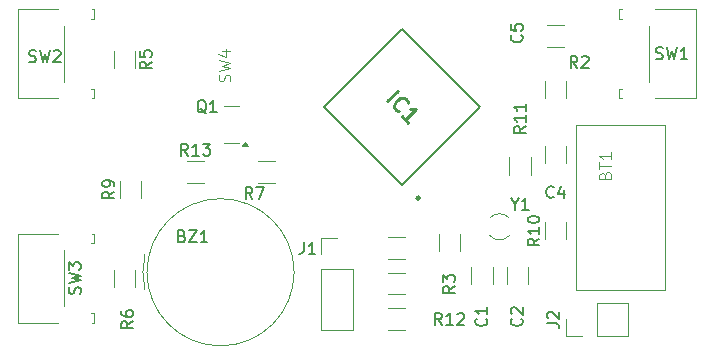
<source format=gbr>
G04 #@! TF.GenerationSoftware,KiCad,Pcbnew,9.0.2*
G04 #@! TF.CreationDate,2025-08-18T13:33:17+03:00*
G04 #@! TF.ProjectId,tickbox,7469636b-626f-4782-9e6b-696361645f70,rev?*
G04 #@! TF.SameCoordinates,Original*
G04 #@! TF.FileFunction,Legend,Top*
G04 #@! TF.FilePolarity,Positive*
%FSLAX46Y46*%
G04 Gerber Fmt 4.6, Leading zero omitted, Abs format (unit mm)*
G04 Created by KiCad (PCBNEW 9.0.2) date 2025-08-18 13:33:17*
%MOMM*%
%LPD*%
G01*
G04 APERTURE LIST*
%ADD10C,0.150000*%
%ADD11C,0.100000*%
%ADD12C,0.254000*%
%ADD13C,0.120000*%
%ADD14C,0.200000*%
%ADD15C,0.250000*%
G04 APERTURE END LIST*
D10*
X70609580Y-59916666D02*
X70657200Y-59964285D01*
X70657200Y-59964285D02*
X70704819Y-60107142D01*
X70704819Y-60107142D02*
X70704819Y-60202380D01*
X70704819Y-60202380D02*
X70657200Y-60345237D01*
X70657200Y-60345237D02*
X70561961Y-60440475D01*
X70561961Y-60440475D02*
X70466723Y-60488094D01*
X70466723Y-60488094D02*
X70276247Y-60535713D01*
X70276247Y-60535713D02*
X70133390Y-60535713D01*
X70133390Y-60535713D02*
X69942914Y-60488094D01*
X69942914Y-60488094D02*
X69847676Y-60440475D01*
X69847676Y-60440475D02*
X69752438Y-60345237D01*
X69752438Y-60345237D02*
X69704819Y-60202380D01*
X69704819Y-60202380D02*
X69704819Y-60107142D01*
X69704819Y-60107142D02*
X69752438Y-59964285D01*
X69752438Y-59964285D02*
X69800057Y-59916666D01*
X69800057Y-59535713D02*
X69752438Y-59488094D01*
X69752438Y-59488094D02*
X69704819Y-59392856D01*
X69704819Y-59392856D02*
X69704819Y-59154761D01*
X69704819Y-59154761D02*
X69752438Y-59059523D01*
X69752438Y-59059523D02*
X69800057Y-59011904D01*
X69800057Y-59011904D02*
X69895295Y-58964285D01*
X69895295Y-58964285D02*
X69990533Y-58964285D01*
X69990533Y-58964285D02*
X70133390Y-59011904D01*
X70133390Y-59011904D02*
X70704819Y-59583332D01*
X70704819Y-59583332D02*
X70704819Y-58964285D01*
X52166666Y-53454819D02*
X52166666Y-54169104D01*
X52166666Y-54169104D02*
X52119047Y-54311961D01*
X52119047Y-54311961D02*
X52023809Y-54407200D01*
X52023809Y-54407200D02*
X51880952Y-54454819D01*
X51880952Y-54454819D02*
X51785714Y-54454819D01*
X53166666Y-54454819D02*
X52595238Y-54454819D01*
X52880952Y-54454819D02*
X52880952Y-53454819D01*
X52880952Y-53454819D02*
X52785714Y-53597676D01*
X52785714Y-53597676D02*
X52690476Y-53692914D01*
X52690476Y-53692914D02*
X52595238Y-53740533D01*
X47833333Y-49784819D02*
X47500000Y-49308628D01*
X47261905Y-49784819D02*
X47261905Y-48784819D01*
X47261905Y-48784819D02*
X47642857Y-48784819D01*
X47642857Y-48784819D02*
X47738095Y-48832438D01*
X47738095Y-48832438D02*
X47785714Y-48880057D01*
X47785714Y-48880057D02*
X47833333Y-48975295D01*
X47833333Y-48975295D02*
X47833333Y-49118152D01*
X47833333Y-49118152D02*
X47785714Y-49213390D01*
X47785714Y-49213390D02*
X47738095Y-49261009D01*
X47738095Y-49261009D02*
X47642857Y-49308628D01*
X47642857Y-49308628D02*
X47261905Y-49308628D01*
X48166667Y-48784819D02*
X48833333Y-48784819D01*
X48833333Y-48784819D02*
X48404762Y-49784819D01*
D11*
X45909800Y-39833332D02*
X45957419Y-39690475D01*
X45957419Y-39690475D02*
X45957419Y-39452380D01*
X45957419Y-39452380D02*
X45909800Y-39357142D01*
X45909800Y-39357142D02*
X45862180Y-39309523D01*
X45862180Y-39309523D02*
X45766942Y-39261904D01*
X45766942Y-39261904D02*
X45671704Y-39261904D01*
X45671704Y-39261904D02*
X45576466Y-39309523D01*
X45576466Y-39309523D02*
X45528847Y-39357142D01*
X45528847Y-39357142D02*
X45481228Y-39452380D01*
X45481228Y-39452380D02*
X45433609Y-39642856D01*
X45433609Y-39642856D02*
X45385990Y-39738094D01*
X45385990Y-39738094D02*
X45338371Y-39785713D01*
X45338371Y-39785713D02*
X45243133Y-39833332D01*
X45243133Y-39833332D02*
X45147895Y-39833332D01*
X45147895Y-39833332D02*
X45052657Y-39785713D01*
X45052657Y-39785713D02*
X45005038Y-39738094D01*
X45005038Y-39738094D02*
X44957419Y-39642856D01*
X44957419Y-39642856D02*
X44957419Y-39404761D01*
X44957419Y-39404761D02*
X45005038Y-39261904D01*
X44957419Y-38928570D02*
X45957419Y-38690475D01*
X45957419Y-38690475D02*
X45243133Y-38499999D01*
X45243133Y-38499999D02*
X45957419Y-38309523D01*
X45957419Y-38309523D02*
X44957419Y-38071428D01*
X45290752Y-37261904D02*
X45957419Y-37261904D01*
X44909800Y-37499999D02*
X45624085Y-37738094D01*
X45624085Y-37738094D02*
X45624085Y-37119047D01*
D10*
X36124819Y-49166666D02*
X35648628Y-49499999D01*
X36124819Y-49738094D02*
X35124819Y-49738094D01*
X35124819Y-49738094D02*
X35124819Y-49357142D01*
X35124819Y-49357142D02*
X35172438Y-49261904D01*
X35172438Y-49261904D02*
X35220057Y-49214285D01*
X35220057Y-49214285D02*
X35315295Y-49166666D01*
X35315295Y-49166666D02*
X35458152Y-49166666D01*
X35458152Y-49166666D02*
X35553390Y-49214285D01*
X35553390Y-49214285D02*
X35601009Y-49261904D01*
X35601009Y-49261904D02*
X35648628Y-49357142D01*
X35648628Y-49357142D02*
X35648628Y-49738094D01*
X36124819Y-48690475D02*
X36124819Y-48499999D01*
X36124819Y-48499999D02*
X36077200Y-48404761D01*
X36077200Y-48404761D02*
X36029580Y-48357142D01*
X36029580Y-48357142D02*
X35886723Y-48261904D01*
X35886723Y-48261904D02*
X35696247Y-48214285D01*
X35696247Y-48214285D02*
X35315295Y-48214285D01*
X35315295Y-48214285D02*
X35220057Y-48261904D01*
X35220057Y-48261904D02*
X35172438Y-48309523D01*
X35172438Y-48309523D02*
X35124819Y-48404761D01*
X35124819Y-48404761D02*
X35124819Y-48595237D01*
X35124819Y-48595237D02*
X35172438Y-48690475D01*
X35172438Y-48690475D02*
X35220057Y-48738094D01*
X35220057Y-48738094D02*
X35315295Y-48785713D01*
X35315295Y-48785713D02*
X35553390Y-48785713D01*
X35553390Y-48785713D02*
X35648628Y-48738094D01*
X35648628Y-48738094D02*
X35696247Y-48690475D01*
X35696247Y-48690475D02*
X35743866Y-48595237D01*
X35743866Y-48595237D02*
X35743866Y-48404761D01*
X35743866Y-48404761D02*
X35696247Y-48309523D01*
X35696247Y-48309523D02*
X35648628Y-48261904D01*
X35648628Y-48261904D02*
X35553390Y-48214285D01*
X42357142Y-46124819D02*
X42023809Y-45648628D01*
X41785714Y-46124819D02*
X41785714Y-45124819D01*
X41785714Y-45124819D02*
X42166666Y-45124819D01*
X42166666Y-45124819D02*
X42261904Y-45172438D01*
X42261904Y-45172438D02*
X42309523Y-45220057D01*
X42309523Y-45220057D02*
X42357142Y-45315295D01*
X42357142Y-45315295D02*
X42357142Y-45458152D01*
X42357142Y-45458152D02*
X42309523Y-45553390D01*
X42309523Y-45553390D02*
X42261904Y-45601009D01*
X42261904Y-45601009D02*
X42166666Y-45648628D01*
X42166666Y-45648628D02*
X41785714Y-45648628D01*
X43309523Y-46124819D02*
X42738095Y-46124819D01*
X43023809Y-46124819D02*
X43023809Y-45124819D01*
X43023809Y-45124819D02*
X42928571Y-45267676D01*
X42928571Y-45267676D02*
X42833333Y-45362914D01*
X42833333Y-45362914D02*
X42738095Y-45410533D01*
X43642857Y-45124819D02*
X44261904Y-45124819D01*
X44261904Y-45124819D02*
X43928571Y-45505771D01*
X43928571Y-45505771D02*
X44071428Y-45505771D01*
X44071428Y-45505771D02*
X44166666Y-45553390D01*
X44166666Y-45553390D02*
X44214285Y-45601009D01*
X44214285Y-45601009D02*
X44261904Y-45696247D01*
X44261904Y-45696247D02*
X44261904Y-45934342D01*
X44261904Y-45934342D02*
X44214285Y-46029580D01*
X44214285Y-46029580D02*
X44166666Y-46077200D01*
X44166666Y-46077200D02*
X44071428Y-46124819D01*
X44071428Y-46124819D02*
X43785714Y-46124819D01*
X43785714Y-46124819D02*
X43690476Y-46077200D01*
X43690476Y-46077200D02*
X43642857Y-46029580D01*
X70609580Y-35916666D02*
X70657200Y-35964285D01*
X70657200Y-35964285D02*
X70704819Y-36107142D01*
X70704819Y-36107142D02*
X70704819Y-36202380D01*
X70704819Y-36202380D02*
X70657200Y-36345237D01*
X70657200Y-36345237D02*
X70561961Y-36440475D01*
X70561961Y-36440475D02*
X70466723Y-36488094D01*
X70466723Y-36488094D02*
X70276247Y-36535713D01*
X70276247Y-36535713D02*
X70133390Y-36535713D01*
X70133390Y-36535713D02*
X69942914Y-36488094D01*
X69942914Y-36488094D02*
X69847676Y-36440475D01*
X69847676Y-36440475D02*
X69752438Y-36345237D01*
X69752438Y-36345237D02*
X69704819Y-36202380D01*
X69704819Y-36202380D02*
X69704819Y-36107142D01*
X69704819Y-36107142D02*
X69752438Y-35964285D01*
X69752438Y-35964285D02*
X69800057Y-35916666D01*
X69704819Y-35011904D02*
X69704819Y-35488094D01*
X69704819Y-35488094D02*
X70181009Y-35535713D01*
X70181009Y-35535713D02*
X70133390Y-35488094D01*
X70133390Y-35488094D02*
X70085771Y-35392856D01*
X70085771Y-35392856D02*
X70085771Y-35154761D01*
X70085771Y-35154761D02*
X70133390Y-35059523D01*
X70133390Y-35059523D02*
X70181009Y-35011904D01*
X70181009Y-35011904D02*
X70276247Y-34964285D01*
X70276247Y-34964285D02*
X70514342Y-34964285D01*
X70514342Y-34964285D02*
X70609580Y-35011904D01*
X70609580Y-35011904D02*
X70657200Y-35059523D01*
X70657200Y-35059523D02*
X70704819Y-35154761D01*
X70704819Y-35154761D02*
X70704819Y-35392856D01*
X70704819Y-35392856D02*
X70657200Y-35488094D01*
X70657200Y-35488094D02*
X70609580Y-35535713D01*
X41869047Y-52931009D02*
X42011904Y-52978628D01*
X42011904Y-52978628D02*
X42059523Y-53026247D01*
X42059523Y-53026247D02*
X42107142Y-53121485D01*
X42107142Y-53121485D02*
X42107142Y-53264342D01*
X42107142Y-53264342D02*
X42059523Y-53359580D01*
X42059523Y-53359580D02*
X42011904Y-53407200D01*
X42011904Y-53407200D02*
X41916666Y-53454819D01*
X41916666Y-53454819D02*
X41535714Y-53454819D01*
X41535714Y-53454819D02*
X41535714Y-52454819D01*
X41535714Y-52454819D02*
X41869047Y-52454819D01*
X41869047Y-52454819D02*
X41964285Y-52502438D01*
X41964285Y-52502438D02*
X42011904Y-52550057D01*
X42011904Y-52550057D02*
X42059523Y-52645295D01*
X42059523Y-52645295D02*
X42059523Y-52740533D01*
X42059523Y-52740533D02*
X42011904Y-52835771D01*
X42011904Y-52835771D02*
X41964285Y-52883390D01*
X41964285Y-52883390D02*
X41869047Y-52931009D01*
X41869047Y-52931009D02*
X41535714Y-52931009D01*
X42440476Y-52454819D02*
X43107142Y-52454819D01*
X43107142Y-52454819D02*
X42440476Y-53454819D01*
X42440476Y-53454819D02*
X43107142Y-53454819D01*
X44011904Y-53454819D02*
X43440476Y-53454819D01*
X43726190Y-53454819D02*
X43726190Y-52454819D01*
X43726190Y-52454819D02*
X43630952Y-52597676D01*
X43630952Y-52597676D02*
X43535714Y-52692914D01*
X43535714Y-52692914D02*
X43440476Y-52740533D01*
D12*
X59217251Y-41529460D02*
X60115277Y-40631434D01*
X60243566Y-42384722D02*
X60158040Y-42384722D01*
X60158040Y-42384722D02*
X59986987Y-42299196D01*
X59986987Y-42299196D02*
X59901461Y-42213670D01*
X59901461Y-42213670D02*
X59815935Y-42042617D01*
X59815935Y-42042617D02*
X59815935Y-41871565D01*
X59815935Y-41871565D02*
X59858698Y-41743275D01*
X59858698Y-41743275D02*
X59986987Y-41529460D01*
X59986987Y-41529460D02*
X60115277Y-41401170D01*
X60115277Y-41401170D02*
X60329092Y-41272881D01*
X60329092Y-41272881D02*
X60457382Y-41230118D01*
X60457382Y-41230118D02*
X60628434Y-41230118D01*
X60628434Y-41230118D02*
X60799487Y-41315644D01*
X60799487Y-41315644D02*
X60885013Y-41401170D01*
X60885013Y-41401170D02*
X60970539Y-41572223D01*
X60970539Y-41572223D02*
X60970539Y-41657749D01*
X61013302Y-43325511D02*
X60500145Y-42812353D01*
X60756724Y-43068932D02*
X61654749Y-42170907D01*
X61654749Y-42170907D02*
X61440934Y-42213670D01*
X61440934Y-42213670D02*
X61269881Y-42213670D01*
X61269881Y-42213670D02*
X61141592Y-42170907D01*
D10*
X43904761Y-42550057D02*
X43809523Y-42502438D01*
X43809523Y-42502438D02*
X43714285Y-42407200D01*
X43714285Y-42407200D02*
X43571428Y-42264342D01*
X43571428Y-42264342D02*
X43476190Y-42216723D01*
X43476190Y-42216723D02*
X43380952Y-42216723D01*
X43428571Y-42454819D02*
X43333333Y-42407200D01*
X43333333Y-42407200D02*
X43238095Y-42311961D01*
X43238095Y-42311961D02*
X43190476Y-42121485D01*
X43190476Y-42121485D02*
X43190476Y-41788152D01*
X43190476Y-41788152D02*
X43238095Y-41597676D01*
X43238095Y-41597676D02*
X43333333Y-41502438D01*
X43333333Y-41502438D02*
X43428571Y-41454819D01*
X43428571Y-41454819D02*
X43619047Y-41454819D01*
X43619047Y-41454819D02*
X43714285Y-41502438D01*
X43714285Y-41502438D02*
X43809523Y-41597676D01*
X43809523Y-41597676D02*
X43857142Y-41788152D01*
X43857142Y-41788152D02*
X43857142Y-42121485D01*
X43857142Y-42121485D02*
X43809523Y-42311961D01*
X43809523Y-42311961D02*
X43714285Y-42407200D01*
X43714285Y-42407200D02*
X43619047Y-42454819D01*
X43619047Y-42454819D02*
X43428571Y-42454819D01*
X44809523Y-42454819D02*
X44238095Y-42454819D01*
X44523809Y-42454819D02*
X44523809Y-41454819D01*
X44523809Y-41454819D02*
X44428571Y-41597676D01*
X44428571Y-41597676D02*
X44333333Y-41692914D01*
X44333333Y-41692914D02*
X44238095Y-41740533D01*
X39284819Y-38166666D02*
X38808628Y-38499999D01*
X39284819Y-38738094D02*
X38284819Y-38738094D01*
X38284819Y-38738094D02*
X38284819Y-38357142D01*
X38284819Y-38357142D02*
X38332438Y-38261904D01*
X38332438Y-38261904D02*
X38380057Y-38214285D01*
X38380057Y-38214285D02*
X38475295Y-38166666D01*
X38475295Y-38166666D02*
X38618152Y-38166666D01*
X38618152Y-38166666D02*
X38713390Y-38214285D01*
X38713390Y-38214285D02*
X38761009Y-38261904D01*
X38761009Y-38261904D02*
X38808628Y-38357142D01*
X38808628Y-38357142D02*
X38808628Y-38738094D01*
X38284819Y-37261904D02*
X38284819Y-37738094D01*
X38284819Y-37738094D02*
X38761009Y-37785713D01*
X38761009Y-37785713D02*
X38713390Y-37738094D01*
X38713390Y-37738094D02*
X38665771Y-37642856D01*
X38665771Y-37642856D02*
X38665771Y-37404761D01*
X38665771Y-37404761D02*
X38713390Y-37309523D01*
X38713390Y-37309523D02*
X38761009Y-37261904D01*
X38761009Y-37261904D02*
X38856247Y-37214285D01*
X38856247Y-37214285D02*
X39094342Y-37214285D01*
X39094342Y-37214285D02*
X39189580Y-37261904D01*
X39189580Y-37261904D02*
X39237200Y-37309523D01*
X39237200Y-37309523D02*
X39284819Y-37404761D01*
X39284819Y-37404761D02*
X39284819Y-37642856D01*
X39284819Y-37642856D02*
X39237200Y-37738094D01*
X39237200Y-37738094D02*
X39189580Y-37785713D01*
X72124819Y-53142857D02*
X71648628Y-53476190D01*
X72124819Y-53714285D02*
X71124819Y-53714285D01*
X71124819Y-53714285D02*
X71124819Y-53333333D01*
X71124819Y-53333333D02*
X71172438Y-53238095D01*
X71172438Y-53238095D02*
X71220057Y-53190476D01*
X71220057Y-53190476D02*
X71315295Y-53142857D01*
X71315295Y-53142857D02*
X71458152Y-53142857D01*
X71458152Y-53142857D02*
X71553390Y-53190476D01*
X71553390Y-53190476D02*
X71601009Y-53238095D01*
X71601009Y-53238095D02*
X71648628Y-53333333D01*
X71648628Y-53333333D02*
X71648628Y-53714285D01*
X72124819Y-52190476D02*
X72124819Y-52761904D01*
X72124819Y-52476190D02*
X71124819Y-52476190D01*
X71124819Y-52476190D02*
X71267676Y-52571428D01*
X71267676Y-52571428D02*
X71362914Y-52666666D01*
X71362914Y-52666666D02*
X71410533Y-52761904D01*
X71124819Y-51571428D02*
X71124819Y-51476190D01*
X71124819Y-51476190D02*
X71172438Y-51380952D01*
X71172438Y-51380952D02*
X71220057Y-51333333D01*
X71220057Y-51333333D02*
X71315295Y-51285714D01*
X71315295Y-51285714D02*
X71505771Y-51238095D01*
X71505771Y-51238095D02*
X71743866Y-51238095D01*
X71743866Y-51238095D02*
X71934342Y-51285714D01*
X71934342Y-51285714D02*
X72029580Y-51333333D01*
X72029580Y-51333333D02*
X72077200Y-51380952D01*
X72077200Y-51380952D02*
X72124819Y-51476190D01*
X72124819Y-51476190D02*
X72124819Y-51571428D01*
X72124819Y-51571428D02*
X72077200Y-51666666D01*
X72077200Y-51666666D02*
X72029580Y-51714285D01*
X72029580Y-51714285D02*
X71934342Y-51761904D01*
X71934342Y-51761904D02*
X71743866Y-51809523D01*
X71743866Y-51809523D02*
X71505771Y-51809523D01*
X71505771Y-51809523D02*
X71315295Y-51761904D01*
X71315295Y-51761904D02*
X71220057Y-51714285D01*
X71220057Y-51714285D02*
X71172438Y-51666666D01*
X71172438Y-51666666D02*
X71124819Y-51571428D01*
X64954819Y-57166666D02*
X64478628Y-57499999D01*
X64954819Y-57738094D02*
X63954819Y-57738094D01*
X63954819Y-57738094D02*
X63954819Y-57357142D01*
X63954819Y-57357142D02*
X64002438Y-57261904D01*
X64002438Y-57261904D02*
X64050057Y-57214285D01*
X64050057Y-57214285D02*
X64145295Y-57166666D01*
X64145295Y-57166666D02*
X64288152Y-57166666D01*
X64288152Y-57166666D02*
X64383390Y-57214285D01*
X64383390Y-57214285D02*
X64431009Y-57261904D01*
X64431009Y-57261904D02*
X64478628Y-57357142D01*
X64478628Y-57357142D02*
X64478628Y-57738094D01*
X63954819Y-56833332D02*
X63954819Y-56214285D01*
X63954819Y-56214285D02*
X64335771Y-56547618D01*
X64335771Y-56547618D02*
X64335771Y-56404761D01*
X64335771Y-56404761D02*
X64383390Y-56309523D01*
X64383390Y-56309523D02*
X64431009Y-56261904D01*
X64431009Y-56261904D02*
X64526247Y-56214285D01*
X64526247Y-56214285D02*
X64764342Y-56214285D01*
X64764342Y-56214285D02*
X64859580Y-56261904D01*
X64859580Y-56261904D02*
X64907200Y-56309523D01*
X64907200Y-56309523D02*
X64954819Y-56404761D01*
X64954819Y-56404761D02*
X64954819Y-56690475D01*
X64954819Y-56690475D02*
X64907200Y-56785713D01*
X64907200Y-56785713D02*
X64859580Y-56833332D01*
X75333333Y-38704819D02*
X75000000Y-38228628D01*
X74761905Y-38704819D02*
X74761905Y-37704819D01*
X74761905Y-37704819D02*
X75142857Y-37704819D01*
X75142857Y-37704819D02*
X75238095Y-37752438D01*
X75238095Y-37752438D02*
X75285714Y-37800057D01*
X75285714Y-37800057D02*
X75333333Y-37895295D01*
X75333333Y-37895295D02*
X75333333Y-38038152D01*
X75333333Y-38038152D02*
X75285714Y-38133390D01*
X75285714Y-38133390D02*
X75238095Y-38181009D01*
X75238095Y-38181009D02*
X75142857Y-38228628D01*
X75142857Y-38228628D02*
X74761905Y-38228628D01*
X75714286Y-37800057D02*
X75761905Y-37752438D01*
X75761905Y-37752438D02*
X75857143Y-37704819D01*
X75857143Y-37704819D02*
X76095238Y-37704819D01*
X76095238Y-37704819D02*
X76190476Y-37752438D01*
X76190476Y-37752438D02*
X76238095Y-37800057D01*
X76238095Y-37800057D02*
X76285714Y-37895295D01*
X76285714Y-37895295D02*
X76285714Y-37990533D01*
X76285714Y-37990533D02*
X76238095Y-38133390D01*
X76238095Y-38133390D02*
X75666667Y-38704819D01*
X75666667Y-38704819D02*
X76285714Y-38704819D01*
X28916667Y-38157200D02*
X29059524Y-38204819D01*
X29059524Y-38204819D02*
X29297619Y-38204819D01*
X29297619Y-38204819D02*
X29392857Y-38157200D01*
X29392857Y-38157200D02*
X29440476Y-38109580D01*
X29440476Y-38109580D02*
X29488095Y-38014342D01*
X29488095Y-38014342D02*
X29488095Y-37919104D01*
X29488095Y-37919104D02*
X29440476Y-37823866D01*
X29440476Y-37823866D02*
X29392857Y-37776247D01*
X29392857Y-37776247D02*
X29297619Y-37728628D01*
X29297619Y-37728628D02*
X29107143Y-37681009D01*
X29107143Y-37681009D02*
X29011905Y-37633390D01*
X29011905Y-37633390D02*
X28964286Y-37585771D01*
X28964286Y-37585771D02*
X28916667Y-37490533D01*
X28916667Y-37490533D02*
X28916667Y-37395295D01*
X28916667Y-37395295D02*
X28964286Y-37300057D01*
X28964286Y-37300057D02*
X29011905Y-37252438D01*
X29011905Y-37252438D02*
X29107143Y-37204819D01*
X29107143Y-37204819D02*
X29345238Y-37204819D01*
X29345238Y-37204819D02*
X29488095Y-37252438D01*
X29821429Y-37204819D02*
X30059524Y-38204819D01*
X30059524Y-38204819D02*
X30250000Y-37490533D01*
X30250000Y-37490533D02*
X30440476Y-38204819D01*
X30440476Y-38204819D02*
X30678572Y-37204819D01*
X31011905Y-37300057D02*
X31059524Y-37252438D01*
X31059524Y-37252438D02*
X31154762Y-37204819D01*
X31154762Y-37204819D02*
X31392857Y-37204819D01*
X31392857Y-37204819D02*
X31488095Y-37252438D01*
X31488095Y-37252438D02*
X31535714Y-37300057D01*
X31535714Y-37300057D02*
X31583333Y-37395295D01*
X31583333Y-37395295D02*
X31583333Y-37490533D01*
X31583333Y-37490533D02*
X31535714Y-37633390D01*
X31535714Y-37633390D02*
X30964286Y-38204819D01*
X30964286Y-38204819D02*
X31583333Y-38204819D01*
X70023809Y-50228628D02*
X70023809Y-50704819D01*
X69690476Y-49704819D02*
X70023809Y-50228628D01*
X70023809Y-50228628D02*
X70357142Y-49704819D01*
X71214285Y-50704819D02*
X70642857Y-50704819D01*
X70928571Y-50704819D02*
X70928571Y-49704819D01*
X70928571Y-49704819D02*
X70833333Y-49847676D01*
X70833333Y-49847676D02*
X70738095Y-49942914D01*
X70738095Y-49942914D02*
X70642857Y-49990533D01*
X37704819Y-60166666D02*
X37228628Y-60499999D01*
X37704819Y-60738094D02*
X36704819Y-60738094D01*
X36704819Y-60738094D02*
X36704819Y-60357142D01*
X36704819Y-60357142D02*
X36752438Y-60261904D01*
X36752438Y-60261904D02*
X36800057Y-60214285D01*
X36800057Y-60214285D02*
X36895295Y-60166666D01*
X36895295Y-60166666D02*
X37038152Y-60166666D01*
X37038152Y-60166666D02*
X37133390Y-60214285D01*
X37133390Y-60214285D02*
X37181009Y-60261904D01*
X37181009Y-60261904D02*
X37228628Y-60357142D01*
X37228628Y-60357142D02*
X37228628Y-60738094D01*
X36704819Y-59309523D02*
X36704819Y-59499999D01*
X36704819Y-59499999D02*
X36752438Y-59595237D01*
X36752438Y-59595237D02*
X36800057Y-59642856D01*
X36800057Y-59642856D02*
X36942914Y-59738094D01*
X36942914Y-59738094D02*
X37133390Y-59785713D01*
X37133390Y-59785713D02*
X37514342Y-59785713D01*
X37514342Y-59785713D02*
X37609580Y-59738094D01*
X37609580Y-59738094D02*
X37657200Y-59690475D01*
X37657200Y-59690475D02*
X37704819Y-59595237D01*
X37704819Y-59595237D02*
X37704819Y-59404761D01*
X37704819Y-59404761D02*
X37657200Y-59309523D01*
X37657200Y-59309523D02*
X37609580Y-59261904D01*
X37609580Y-59261904D02*
X37514342Y-59214285D01*
X37514342Y-59214285D02*
X37276247Y-59214285D01*
X37276247Y-59214285D02*
X37181009Y-59261904D01*
X37181009Y-59261904D02*
X37133390Y-59309523D01*
X37133390Y-59309523D02*
X37085771Y-59404761D01*
X37085771Y-59404761D02*
X37085771Y-59595237D01*
X37085771Y-59595237D02*
X37133390Y-59690475D01*
X37133390Y-59690475D02*
X37181009Y-59738094D01*
X37181009Y-59738094D02*
X37276247Y-59785713D01*
X70954819Y-43642857D02*
X70478628Y-43976190D01*
X70954819Y-44214285D02*
X69954819Y-44214285D01*
X69954819Y-44214285D02*
X69954819Y-43833333D01*
X69954819Y-43833333D02*
X70002438Y-43738095D01*
X70002438Y-43738095D02*
X70050057Y-43690476D01*
X70050057Y-43690476D02*
X70145295Y-43642857D01*
X70145295Y-43642857D02*
X70288152Y-43642857D01*
X70288152Y-43642857D02*
X70383390Y-43690476D01*
X70383390Y-43690476D02*
X70431009Y-43738095D01*
X70431009Y-43738095D02*
X70478628Y-43833333D01*
X70478628Y-43833333D02*
X70478628Y-44214285D01*
X70954819Y-42690476D02*
X70954819Y-43261904D01*
X70954819Y-42976190D02*
X69954819Y-42976190D01*
X69954819Y-42976190D02*
X70097676Y-43071428D01*
X70097676Y-43071428D02*
X70192914Y-43166666D01*
X70192914Y-43166666D02*
X70240533Y-43261904D01*
X70954819Y-41738095D02*
X70954819Y-42309523D01*
X70954819Y-42023809D02*
X69954819Y-42023809D01*
X69954819Y-42023809D02*
X70097676Y-42119047D01*
X70097676Y-42119047D02*
X70192914Y-42214285D01*
X70192914Y-42214285D02*
X70240533Y-42309523D01*
D11*
X77683609Y-47785714D02*
X77731228Y-47642857D01*
X77731228Y-47642857D02*
X77778847Y-47595238D01*
X77778847Y-47595238D02*
X77874085Y-47547619D01*
X77874085Y-47547619D02*
X78016942Y-47547619D01*
X78016942Y-47547619D02*
X78112180Y-47595238D01*
X78112180Y-47595238D02*
X78159800Y-47642857D01*
X78159800Y-47642857D02*
X78207419Y-47738095D01*
X78207419Y-47738095D02*
X78207419Y-48119047D01*
X78207419Y-48119047D02*
X77207419Y-48119047D01*
X77207419Y-48119047D02*
X77207419Y-47785714D01*
X77207419Y-47785714D02*
X77255038Y-47690476D01*
X77255038Y-47690476D02*
X77302657Y-47642857D01*
X77302657Y-47642857D02*
X77397895Y-47595238D01*
X77397895Y-47595238D02*
X77493133Y-47595238D01*
X77493133Y-47595238D02*
X77588371Y-47642857D01*
X77588371Y-47642857D02*
X77635990Y-47690476D01*
X77635990Y-47690476D02*
X77683609Y-47785714D01*
X77683609Y-47785714D02*
X77683609Y-48119047D01*
X77207419Y-47261904D02*
X77207419Y-46690476D01*
X78207419Y-46976190D02*
X77207419Y-46976190D01*
X78207419Y-45833333D02*
X78207419Y-46404761D01*
X78207419Y-46119047D02*
X77207419Y-46119047D01*
X77207419Y-46119047D02*
X77350276Y-46214285D01*
X77350276Y-46214285D02*
X77445514Y-46309523D01*
X77445514Y-46309523D02*
X77493133Y-46404761D01*
D10*
X73333333Y-49609580D02*
X73285714Y-49657200D01*
X73285714Y-49657200D02*
X73142857Y-49704819D01*
X73142857Y-49704819D02*
X73047619Y-49704819D01*
X73047619Y-49704819D02*
X72904762Y-49657200D01*
X72904762Y-49657200D02*
X72809524Y-49561961D01*
X72809524Y-49561961D02*
X72761905Y-49466723D01*
X72761905Y-49466723D02*
X72714286Y-49276247D01*
X72714286Y-49276247D02*
X72714286Y-49133390D01*
X72714286Y-49133390D02*
X72761905Y-48942914D01*
X72761905Y-48942914D02*
X72809524Y-48847676D01*
X72809524Y-48847676D02*
X72904762Y-48752438D01*
X72904762Y-48752438D02*
X73047619Y-48704819D01*
X73047619Y-48704819D02*
X73142857Y-48704819D01*
X73142857Y-48704819D02*
X73285714Y-48752438D01*
X73285714Y-48752438D02*
X73333333Y-48800057D01*
X74190476Y-49038152D02*
X74190476Y-49704819D01*
X73952381Y-48657200D02*
X73714286Y-49371485D01*
X73714286Y-49371485D02*
X74333333Y-49371485D01*
X67609580Y-59916666D02*
X67657200Y-59964285D01*
X67657200Y-59964285D02*
X67704819Y-60107142D01*
X67704819Y-60107142D02*
X67704819Y-60202380D01*
X67704819Y-60202380D02*
X67657200Y-60345237D01*
X67657200Y-60345237D02*
X67561961Y-60440475D01*
X67561961Y-60440475D02*
X67466723Y-60488094D01*
X67466723Y-60488094D02*
X67276247Y-60535713D01*
X67276247Y-60535713D02*
X67133390Y-60535713D01*
X67133390Y-60535713D02*
X66942914Y-60488094D01*
X66942914Y-60488094D02*
X66847676Y-60440475D01*
X66847676Y-60440475D02*
X66752438Y-60345237D01*
X66752438Y-60345237D02*
X66704819Y-60202380D01*
X66704819Y-60202380D02*
X66704819Y-60107142D01*
X66704819Y-60107142D02*
X66752438Y-59964285D01*
X66752438Y-59964285D02*
X66800057Y-59916666D01*
X67704819Y-58964285D02*
X67704819Y-59535713D01*
X67704819Y-59249999D02*
X66704819Y-59249999D01*
X66704819Y-59249999D02*
X66847676Y-59345237D01*
X66847676Y-59345237D02*
X66942914Y-59440475D01*
X66942914Y-59440475D02*
X66990533Y-59535713D01*
X72799819Y-60333333D02*
X73514104Y-60333333D01*
X73514104Y-60333333D02*
X73656961Y-60380952D01*
X73656961Y-60380952D02*
X73752200Y-60476190D01*
X73752200Y-60476190D02*
X73799819Y-60619047D01*
X73799819Y-60619047D02*
X73799819Y-60714285D01*
X72895057Y-59904761D02*
X72847438Y-59857142D01*
X72847438Y-59857142D02*
X72799819Y-59761904D01*
X72799819Y-59761904D02*
X72799819Y-59523809D01*
X72799819Y-59523809D02*
X72847438Y-59428571D01*
X72847438Y-59428571D02*
X72895057Y-59380952D01*
X72895057Y-59380952D02*
X72990295Y-59333333D01*
X72990295Y-59333333D02*
X73085533Y-59333333D01*
X73085533Y-59333333D02*
X73228390Y-59380952D01*
X73228390Y-59380952D02*
X73799819Y-59952380D01*
X73799819Y-59952380D02*
X73799819Y-59333333D01*
X63857142Y-60454819D02*
X63523809Y-59978628D01*
X63285714Y-60454819D02*
X63285714Y-59454819D01*
X63285714Y-59454819D02*
X63666666Y-59454819D01*
X63666666Y-59454819D02*
X63761904Y-59502438D01*
X63761904Y-59502438D02*
X63809523Y-59550057D01*
X63809523Y-59550057D02*
X63857142Y-59645295D01*
X63857142Y-59645295D02*
X63857142Y-59788152D01*
X63857142Y-59788152D02*
X63809523Y-59883390D01*
X63809523Y-59883390D02*
X63761904Y-59931009D01*
X63761904Y-59931009D02*
X63666666Y-59978628D01*
X63666666Y-59978628D02*
X63285714Y-59978628D01*
X64809523Y-60454819D02*
X64238095Y-60454819D01*
X64523809Y-60454819D02*
X64523809Y-59454819D01*
X64523809Y-59454819D02*
X64428571Y-59597676D01*
X64428571Y-59597676D02*
X64333333Y-59692914D01*
X64333333Y-59692914D02*
X64238095Y-59740533D01*
X65190476Y-59550057D02*
X65238095Y-59502438D01*
X65238095Y-59502438D02*
X65333333Y-59454819D01*
X65333333Y-59454819D02*
X65571428Y-59454819D01*
X65571428Y-59454819D02*
X65666666Y-59502438D01*
X65666666Y-59502438D02*
X65714285Y-59550057D01*
X65714285Y-59550057D02*
X65761904Y-59645295D01*
X65761904Y-59645295D02*
X65761904Y-59740533D01*
X65761904Y-59740533D02*
X65714285Y-59883390D01*
X65714285Y-59883390D02*
X65142857Y-60454819D01*
X65142857Y-60454819D02*
X65761904Y-60454819D01*
X81991667Y-37907200D02*
X82134524Y-37954819D01*
X82134524Y-37954819D02*
X82372619Y-37954819D01*
X82372619Y-37954819D02*
X82467857Y-37907200D01*
X82467857Y-37907200D02*
X82515476Y-37859580D01*
X82515476Y-37859580D02*
X82563095Y-37764342D01*
X82563095Y-37764342D02*
X82563095Y-37669104D01*
X82563095Y-37669104D02*
X82515476Y-37573866D01*
X82515476Y-37573866D02*
X82467857Y-37526247D01*
X82467857Y-37526247D02*
X82372619Y-37478628D01*
X82372619Y-37478628D02*
X82182143Y-37431009D01*
X82182143Y-37431009D02*
X82086905Y-37383390D01*
X82086905Y-37383390D02*
X82039286Y-37335771D01*
X82039286Y-37335771D02*
X81991667Y-37240533D01*
X81991667Y-37240533D02*
X81991667Y-37145295D01*
X81991667Y-37145295D02*
X82039286Y-37050057D01*
X82039286Y-37050057D02*
X82086905Y-37002438D01*
X82086905Y-37002438D02*
X82182143Y-36954819D01*
X82182143Y-36954819D02*
X82420238Y-36954819D01*
X82420238Y-36954819D02*
X82563095Y-37002438D01*
X82896429Y-36954819D02*
X83134524Y-37954819D01*
X83134524Y-37954819D02*
X83325000Y-37240533D01*
X83325000Y-37240533D02*
X83515476Y-37954819D01*
X83515476Y-37954819D02*
X83753572Y-36954819D01*
X84658333Y-37954819D02*
X84086905Y-37954819D01*
X84372619Y-37954819D02*
X84372619Y-36954819D01*
X84372619Y-36954819D02*
X84277381Y-37097676D01*
X84277381Y-37097676D02*
X84182143Y-37192914D01*
X84182143Y-37192914D02*
X84086905Y-37240533D01*
X33232200Y-57833333D02*
X33279819Y-57690476D01*
X33279819Y-57690476D02*
X33279819Y-57452381D01*
X33279819Y-57452381D02*
X33232200Y-57357143D01*
X33232200Y-57357143D02*
X33184580Y-57309524D01*
X33184580Y-57309524D02*
X33089342Y-57261905D01*
X33089342Y-57261905D02*
X32994104Y-57261905D01*
X32994104Y-57261905D02*
X32898866Y-57309524D01*
X32898866Y-57309524D02*
X32851247Y-57357143D01*
X32851247Y-57357143D02*
X32803628Y-57452381D01*
X32803628Y-57452381D02*
X32756009Y-57642857D01*
X32756009Y-57642857D02*
X32708390Y-57738095D01*
X32708390Y-57738095D02*
X32660771Y-57785714D01*
X32660771Y-57785714D02*
X32565533Y-57833333D01*
X32565533Y-57833333D02*
X32470295Y-57833333D01*
X32470295Y-57833333D02*
X32375057Y-57785714D01*
X32375057Y-57785714D02*
X32327438Y-57738095D01*
X32327438Y-57738095D02*
X32279819Y-57642857D01*
X32279819Y-57642857D02*
X32279819Y-57404762D01*
X32279819Y-57404762D02*
X32327438Y-57261905D01*
X32279819Y-56928571D02*
X33279819Y-56690476D01*
X33279819Y-56690476D02*
X32565533Y-56500000D01*
X32565533Y-56500000D02*
X33279819Y-56309524D01*
X33279819Y-56309524D02*
X32279819Y-56071429D01*
X32279819Y-55785714D02*
X32279819Y-55166667D01*
X32279819Y-55166667D02*
X32660771Y-55500000D01*
X32660771Y-55500000D02*
X32660771Y-55357143D01*
X32660771Y-55357143D02*
X32708390Y-55261905D01*
X32708390Y-55261905D02*
X32756009Y-55214286D01*
X32756009Y-55214286D02*
X32851247Y-55166667D01*
X32851247Y-55166667D02*
X33089342Y-55166667D01*
X33089342Y-55166667D02*
X33184580Y-55214286D01*
X33184580Y-55214286D02*
X33232200Y-55261905D01*
X33232200Y-55261905D02*
X33279819Y-55357143D01*
X33279819Y-55357143D02*
X33279819Y-55642857D01*
X33279819Y-55642857D02*
X33232200Y-55738095D01*
X33232200Y-55738095D02*
X33184580Y-55785714D01*
D13*
X69340000Y-56961252D02*
X69340000Y-55538748D01*
X71160000Y-56961252D02*
X71160000Y-55538748D01*
X53620000Y-53080000D02*
X55000000Y-53080000D01*
X53620000Y-54460000D02*
X53620000Y-53080000D01*
X53620000Y-55730000D02*
X53620000Y-60920000D01*
X53620000Y-55730000D02*
X56380000Y-55730000D01*
X53620000Y-60920000D02*
X56380000Y-60920000D01*
X56380000Y-55730000D02*
X56380000Y-60920000D01*
X49727064Y-46590000D02*
X48272936Y-46590000D01*
X49727064Y-48410000D02*
X48272936Y-48410000D01*
X36590000Y-49727064D02*
X36590000Y-48272936D01*
X38410000Y-49727064D02*
X38410000Y-48272936D01*
X42272936Y-46590000D02*
X43727064Y-46590000D01*
X42272936Y-48410000D02*
X43727064Y-48410000D01*
X72590000Y-39788748D02*
X72590000Y-41211252D01*
X74410000Y-39788748D02*
X74410000Y-41211252D01*
X38729216Y-57499999D02*
G75*
G02*
X38729216Y-54500000I6400000J1499999D01*
G01*
X51359216Y-56000000D02*
G75*
G02*
X38899216Y-56000000I-6230000J0D01*
G01*
X38899216Y-56000000D02*
G75*
G02*
X51359216Y-56000000I6230000J0D01*
G01*
D14*
X53923907Y-42000000D02*
X60500000Y-35423907D01*
X60500000Y-35423907D02*
X67076093Y-42000000D01*
X60500000Y-48576093D02*
X53923907Y-42000000D01*
X67076093Y-42000000D02*
X60500000Y-48576093D01*
D15*
X61986181Y-49725142D02*
G75*
G02*
X61736181Y-49725142I-125000J0D01*
G01*
X61736181Y-49725142D02*
G75*
G02*
X61986181Y-49725142I125000J0D01*
G01*
D13*
X46062500Y-41940000D02*
X45412500Y-41940000D01*
X46062500Y-41940000D02*
X46712500Y-41940000D01*
X46062500Y-45060000D02*
X45412500Y-45060000D01*
X46062500Y-45060000D02*
X46712500Y-45060000D01*
X47465000Y-45340000D02*
X46985000Y-45340000D01*
X47225000Y-45010000D01*
X47465000Y-45340000D01*
G36*
X47465000Y-45340000D02*
G01*
X46985000Y-45340000D01*
X47225000Y-45010000D01*
X47465000Y-45340000D01*
G37*
X60727064Y-53050000D02*
X59272936Y-53050000D01*
X60727064Y-54870000D02*
X59272936Y-54870000D01*
X36090000Y-37272936D02*
X36090000Y-38727064D01*
X37910000Y-37272936D02*
X37910000Y-38727064D01*
X72590000Y-53227064D02*
X72590000Y-51772936D01*
X74410000Y-53227064D02*
X74410000Y-51772936D01*
X63590000Y-54227064D02*
X63590000Y-52772936D01*
X65410000Y-54227064D02*
X65410000Y-52772936D01*
X74227064Y-35090000D02*
X72772936Y-35090000D01*
X74227064Y-36910000D02*
X72772936Y-36910000D01*
X27955000Y-33730001D02*
X27955000Y-41270001D01*
X27955000Y-41270001D02*
X31405000Y-41270001D01*
X31405000Y-33730001D02*
X27955000Y-33730001D01*
X31895000Y-39890001D02*
X31895000Y-35110001D01*
X34245000Y-33730001D02*
X34445000Y-33730001D01*
X34245000Y-41270001D02*
X34445000Y-41270001D01*
X34445000Y-33730001D02*
X34445000Y-34520001D01*
X34445000Y-34520001D02*
X34195000Y-34520001D01*
X34445000Y-40480001D02*
X34195000Y-40480001D01*
X34445000Y-40480001D02*
X34445000Y-41270001D01*
X67931000Y-51401000D02*
G75*
G02*
X69569000Y-51401000I819000J-748532D01*
G01*
X69569000Y-52899000D02*
G75*
G02*
X67931000Y-52899000I-819000J748532D01*
G01*
X36090000Y-55772936D02*
X36090000Y-57227064D01*
X37910000Y-55772936D02*
X37910000Y-57227064D01*
X69590000Y-46272936D02*
X69590000Y-47727064D01*
X71410000Y-46272936D02*
X71410000Y-47727064D01*
D11*
X75250000Y-57500000D02*
X82750000Y-57500000D01*
X82750000Y-43500000D01*
X75250000Y-43500000D01*
X75250000Y-57500000D01*
D13*
X72590000Y-46711252D02*
X72590000Y-45288748D01*
X74410000Y-46711252D02*
X74410000Y-45288748D01*
X66340000Y-56961252D02*
X66340000Y-55538748D01*
X68160000Y-56961252D02*
X68160000Y-55538748D01*
X60727064Y-56050000D02*
X59272936Y-56050000D01*
X60727064Y-57870000D02*
X59272936Y-57870000D01*
X74345000Y-61380000D02*
X74345000Y-60000000D01*
X75725000Y-61380000D02*
X74345000Y-61380000D01*
X76995000Y-58620000D02*
X79645000Y-58620000D01*
X76995000Y-61380000D02*
X76995000Y-58620000D01*
X76995000Y-61380000D02*
X79645000Y-61380000D01*
X79645000Y-61380000D02*
X79645000Y-58620000D01*
X60727064Y-59050000D02*
X59272936Y-59050000D01*
X60727064Y-60870000D02*
X59272936Y-60870000D01*
X78880000Y-34519999D02*
X78880000Y-33729999D01*
X78880000Y-34519999D02*
X79130000Y-34519999D01*
X78880000Y-40479999D02*
X79130000Y-40479999D01*
X78880000Y-41269999D02*
X78880000Y-40479999D01*
X79080000Y-33729999D02*
X78880000Y-33729999D01*
X79080000Y-41269999D02*
X78880000Y-41269999D01*
X81430000Y-35109999D02*
X81430000Y-39889999D01*
X81920000Y-41269999D02*
X85370000Y-41269999D01*
X85370000Y-33729999D02*
X81920000Y-33729999D01*
X85370000Y-41269999D02*
X85370000Y-33729999D01*
X27955000Y-52730001D02*
X27955000Y-60270001D01*
X27955000Y-60270001D02*
X31405000Y-60270001D01*
X31405000Y-52730001D02*
X27955000Y-52730001D01*
X31895000Y-58890001D02*
X31895000Y-54110001D01*
X34245000Y-52730001D02*
X34445000Y-52730001D01*
X34245000Y-60270001D02*
X34445000Y-60270001D01*
X34445000Y-52730001D02*
X34445000Y-53520001D01*
X34445000Y-53520001D02*
X34195000Y-53520001D01*
X34445000Y-59480001D02*
X34195000Y-59480001D01*
X34445000Y-59480001D02*
X34445000Y-60270001D01*
%LPC*%
G36*
X81567042Y-62512393D02*
G01*
X81579370Y-62520630D01*
X81587607Y-62532958D01*
X81590500Y-62547500D01*
X81590500Y-64452500D01*
X81587607Y-64467042D01*
X81579370Y-64479370D01*
X81567042Y-64487607D01*
X81552500Y-64490500D01*
X79647500Y-64490500D01*
X79632958Y-64487607D01*
X79620630Y-64479370D01*
X79612393Y-64467042D01*
X79609500Y-64452500D01*
X79609500Y-62547500D01*
X79612393Y-62532958D01*
X79620630Y-62520630D01*
X79632958Y-62512393D01*
X79647500Y-62509500D01*
X81552500Y-62509500D01*
X81567042Y-62512393D01*
G37*
G36*
X32627527Y-62552151D02*
G01*
X32806918Y-62626457D01*
X32968367Y-62734333D01*
X33105667Y-62871633D01*
X33213543Y-63033082D01*
X33287849Y-63212473D01*
X33325730Y-63402914D01*
X33325730Y-63597086D01*
X33287849Y-63787527D01*
X33213543Y-63966918D01*
X33105667Y-64128367D01*
X32968367Y-64265667D01*
X32806918Y-64373543D01*
X32627527Y-64447849D01*
X32437086Y-64485730D01*
X32242914Y-64485730D01*
X32052473Y-64447849D01*
X31873082Y-64373543D01*
X31711633Y-64265667D01*
X31574333Y-64128367D01*
X31466457Y-63966918D01*
X31392151Y-63787527D01*
X31354270Y-63597086D01*
X31354270Y-63402914D01*
X31392151Y-63212473D01*
X31466457Y-63033082D01*
X31574333Y-62871633D01*
X31711633Y-62734333D01*
X31873082Y-62626457D01*
X32052473Y-62552151D01*
X32242914Y-62514270D01*
X32437086Y-62514270D01*
X32627527Y-62552151D01*
G37*
G36*
X35167527Y-62552151D02*
G01*
X35346918Y-62626457D01*
X35508367Y-62734333D01*
X35645667Y-62871633D01*
X35753543Y-63033082D01*
X35827849Y-63212473D01*
X35865730Y-63402914D01*
X35865730Y-63597086D01*
X35827849Y-63787527D01*
X35753543Y-63966918D01*
X35645667Y-64128367D01*
X35508367Y-64265667D01*
X35346918Y-64373543D01*
X35167527Y-64447849D01*
X34977086Y-64485730D01*
X34782914Y-64485730D01*
X34592473Y-64447849D01*
X34413082Y-64373543D01*
X34251633Y-64265667D01*
X34114333Y-64128367D01*
X34006457Y-63966918D01*
X33932151Y-63787527D01*
X33894270Y-63597086D01*
X33894270Y-63402914D01*
X33932151Y-63212473D01*
X34006457Y-63033082D01*
X34114333Y-62871633D01*
X34251633Y-62734333D01*
X34413082Y-62626457D01*
X34592473Y-62552151D01*
X34782914Y-62514270D01*
X34977086Y-62514270D01*
X35167527Y-62552151D01*
G37*
G36*
X37707527Y-62552151D02*
G01*
X37886918Y-62626457D01*
X38048367Y-62734333D01*
X38185667Y-62871633D01*
X38293543Y-63033082D01*
X38367849Y-63212473D01*
X38405730Y-63402914D01*
X38405730Y-63597086D01*
X38367849Y-63787527D01*
X38293543Y-63966918D01*
X38185667Y-64128367D01*
X38048367Y-64265667D01*
X37886918Y-64373543D01*
X37707527Y-64447849D01*
X37517086Y-64485730D01*
X37322914Y-64485730D01*
X37132473Y-64447849D01*
X36953082Y-64373543D01*
X36791633Y-64265667D01*
X36654333Y-64128367D01*
X36546457Y-63966918D01*
X36472151Y-63787527D01*
X36434270Y-63597086D01*
X36434270Y-63402914D01*
X36472151Y-63212473D01*
X36546457Y-63033082D01*
X36654333Y-62871633D01*
X36791633Y-62734333D01*
X36953082Y-62626457D01*
X37132473Y-62552151D01*
X37322914Y-62514270D01*
X37517086Y-62514270D01*
X37707527Y-62552151D01*
G37*
G36*
X40247527Y-62552151D02*
G01*
X40426918Y-62626457D01*
X40588367Y-62734333D01*
X40725667Y-62871633D01*
X40833543Y-63033082D01*
X40907849Y-63212473D01*
X40945730Y-63402914D01*
X40945730Y-63597086D01*
X40907849Y-63787527D01*
X40833543Y-63966918D01*
X40725667Y-64128367D01*
X40588367Y-64265667D01*
X40426918Y-64373543D01*
X40247527Y-64447849D01*
X40057086Y-64485730D01*
X39862914Y-64485730D01*
X39672473Y-64447849D01*
X39493082Y-64373543D01*
X39331633Y-64265667D01*
X39194333Y-64128367D01*
X39086457Y-63966918D01*
X39012151Y-63787527D01*
X38974270Y-63597086D01*
X38974270Y-63402914D01*
X39012151Y-63212473D01*
X39086457Y-63033082D01*
X39194333Y-62871633D01*
X39331633Y-62734333D01*
X39493082Y-62626457D01*
X39672473Y-62552151D01*
X39862914Y-62514270D01*
X40057086Y-62514270D01*
X40247527Y-62552151D01*
G37*
G36*
X42787527Y-62552151D02*
G01*
X42966918Y-62626457D01*
X43128367Y-62734333D01*
X43265667Y-62871633D01*
X43373543Y-63033082D01*
X43447849Y-63212473D01*
X43485730Y-63402914D01*
X43485730Y-63597086D01*
X43447849Y-63787527D01*
X43373543Y-63966918D01*
X43265667Y-64128367D01*
X43128367Y-64265667D01*
X42966918Y-64373543D01*
X42787527Y-64447849D01*
X42597086Y-64485730D01*
X42402914Y-64485730D01*
X42212473Y-64447849D01*
X42033082Y-64373543D01*
X41871633Y-64265667D01*
X41734333Y-64128367D01*
X41626457Y-63966918D01*
X41552151Y-63787527D01*
X41514270Y-63597086D01*
X41514270Y-63402914D01*
X41552151Y-63212473D01*
X41626457Y-63033082D01*
X41734333Y-62871633D01*
X41871633Y-62734333D01*
X42033082Y-62626457D01*
X42212473Y-62552151D01*
X42402914Y-62514270D01*
X42597086Y-62514270D01*
X42787527Y-62552151D01*
G37*
G36*
X45327527Y-62552151D02*
G01*
X45506918Y-62626457D01*
X45668367Y-62734333D01*
X45805667Y-62871633D01*
X45913543Y-63033082D01*
X45987849Y-63212473D01*
X46025730Y-63402914D01*
X46025730Y-63597086D01*
X45987849Y-63787527D01*
X45913543Y-63966918D01*
X45805667Y-64128367D01*
X45668367Y-64265667D01*
X45506918Y-64373543D01*
X45327527Y-64447849D01*
X45137086Y-64485730D01*
X44942914Y-64485730D01*
X44752473Y-64447849D01*
X44573082Y-64373543D01*
X44411633Y-64265667D01*
X44274333Y-64128367D01*
X44166457Y-63966918D01*
X44092151Y-63787527D01*
X44054270Y-63597086D01*
X44054270Y-63402914D01*
X44092151Y-63212473D01*
X44166457Y-63033082D01*
X44274333Y-62871633D01*
X44411633Y-62734333D01*
X44573082Y-62626457D01*
X44752473Y-62552151D01*
X44942914Y-62514270D01*
X45137086Y-62514270D01*
X45327527Y-62552151D01*
G37*
G36*
X47867527Y-62552151D02*
G01*
X48046918Y-62626457D01*
X48208367Y-62734333D01*
X48345667Y-62871633D01*
X48453543Y-63033082D01*
X48527849Y-63212473D01*
X48565730Y-63402914D01*
X48565730Y-63597086D01*
X48527849Y-63787527D01*
X48453543Y-63966918D01*
X48345667Y-64128367D01*
X48208367Y-64265667D01*
X48046918Y-64373543D01*
X47867527Y-64447849D01*
X47677086Y-64485730D01*
X47482914Y-64485730D01*
X47292473Y-64447849D01*
X47113082Y-64373543D01*
X46951633Y-64265667D01*
X46814333Y-64128367D01*
X46706457Y-63966918D01*
X46632151Y-63787527D01*
X46594270Y-63597086D01*
X46594270Y-63402914D01*
X46632151Y-63212473D01*
X46706457Y-63033082D01*
X46814333Y-62871633D01*
X46951633Y-62734333D01*
X47113082Y-62626457D01*
X47292473Y-62552151D01*
X47482914Y-62514270D01*
X47677086Y-62514270D01*
X47867527Y-62552151D01*
G37*
G36*
X50407527Y-62552151D02*
G01*
X50586918Y-62626457D01*
X50748367Y-62734333D01*
X50885667Y-62871633D01*
X50993543Y-63033082D01*
X51067849Y-63212473D01*
X51105730Y-63402914D01*
X51105730Y-63597086D01*
X51067849Y-63787527D01*
X50993543Y-63966918D01*
X50885667Y-64128367D01*
X50748367Y-64265667D01*
X50586918Y-64373543D01*
X50407527Y-64447849D01*
X50217086Y-64485730D01*
X50022914Y-64485730D01*
X49832473Y-64447849D01*
X49653082Y-64373543D01*
X49491633Y-64265667D01*
X49354333Y-64128367D01*
X49246457Y-63966918D01*
X49172151Y-63787527D01*
X49134270Y-63597086D01*
X49134270Y-63402914D01*
X49172151Y-63212473D01*
X49246457Y-63033082D01*
X49354333Y-62871633D01*
X49491633Y-62734333D01*
X49653082Y-62626457D01*
X49832473Y-62552151D01*
X50022914Y-62514270D01*
X50217086Y-62514270D01*
X50407527Y-62552151D01*
G37*
G36*
X52947527Y-62552151D02*
G01*
X53126918Y-62626457D01*
X53288367Y-62734333D01*
X53425667Y-62871633D01*
X53533543Y-63033082D01*
X53607849Y-63212473D01*
X53645730Y-63402914D01*
X53645730Y-63597086D01*
X53607849Y-63787527D01*
X53533543Y-63966918D01*
X53425667Y-64128367D01*
X53288367Y-64265667D01*
X53126918Y-64373543D01*
X52947527Y-64447849D01*
X52757086Y-64485730D01*
X52562914Y-64485730D01*
X52372473Y-64447849D01*
X52193082Y-64373543D01*
X52031633Y-64265667D01*
X51894333Y-64128367D01*
X51786457Y-63966918D01*
X51712151Y-63787527D01*
X51674270Y-63597086D01*
X51674270Y-63402914D01*
X51712151Y-63212473D01*
X51786457Y-63033082D01*
X51894333Y-62871633D01*
X52031633Y-62734333D01*
X52193082Y-62626457D01*
X52372473Y-62552151D01*
X52562914Y-62514270D01*
X52757086Y-62514270D01*
X52947527Y-62552151D01*
G37*
G36*
X55487527Y-62552151D02*
G01*
X55666918Y-62626457D01*
X55828367Y-62734333D01*
X55965667Y-62871633D01*
X56073543Y-63033082D01*
X56147849Y-63212473D01*
X56185730Y-63402914D01*
X56185730Y-63597086D01*
X56147849Y-63787527D01*
X56073543Y-63966918D01*
X55965667Y-64128367D01*
X55828367Y-64265667D01*
X55666918Y-64373543D01*
X55487527Y-64447849D01*
X55297086Y-64485730D01*
X55102914Y-64485730D01*
X54912473Y-64447849D01*
X54733082Y-64373543D01*
X54571633Y-64265667D01*
X54434333Y-64128367D01*
X54326457Y-63966918D01*
X54252151Y-63787527D01*
X54214270Y-63597086D01*
X54214270Y-63402914D01*
X54252151Y-63212473D01*
X54326457Y-63033082D01*
X54434333Y-62871633D01*
X54571633Y-62734333D01*
X54733082Y-62626457D01*
X54912473Y-62552151D01*
X55102914Y-62514270D01*
X55297086Y-62514270D01*
X55487527Y-62552151D01*
G37*
G36*
X58027527Y-62552151D02*
G01*
X58206918Y-62626457D01*
X58368367Y-62734333D01*
X58505667Y-62871633D01*
X58613543Y-63033082D01*
X58687849Y-63212473D01*
X58725730Y-63402914D01*
X58725730Y-63597086D01*
X58687849Y-63787527D01*
X58613543Y-63966918D01*
X58505667Y-64128367D01*
X58368367Y-64265667D01*
X58206918Y-64373543D01*
X58027527Y-64447849D01*
X57837086Y-64485730D01*
X57642914Y-64485730D01*
X57452473Y-64447849D01*
X57273082Y-64373543D01*
X57111633Y-64265667D01*
X56974333Y-64128367D01*
X56866457Y-63966918D01*
X56792151Y-63787527D01*
X56754270Y-63597086D01*
X56754270Y-63402914D01*
X56792151Y-63212473D01*
X56866457Y-63033082D01*
X56974333Y-62871633D01*
X57111633Y-62734333D01*
X57273082Y-62626457D01*
X57452473Y-62552151D01*
X57642914Y-62514270D01*
X57837086Y-62514270D01*
X58027527Y-62552151D01*
G37*
G36*
X60567527Y-62552151D02*
G01*
X60746918Y-62626457D01*
X60908367Y-62734333D01*
X61045667Y-62871633D01*
X61153543Y-63033082D01*
X61227849Y-63212473D01*
X61265730Y-63402914D01*
X61265730Y-63597086D01*
X61227849Y-63787527D01*
X61153543Y-63966918D01*
X61045667Y-64128367D01*
X60908367Y-64265667D01*
X60746918Y-64373543D01*
X60567527Y-64447849D01*
X60377086Y-64485730D01*
X60182914Y-64485730D01*
X59992473Y-64447849D01*
X59813082Y-64373543D01*
X59651633Y-64265667D01*
X59514333Y-64128367D01*
X59406457Y-63966918D01*
X59332151Y-63787527D01*
X59294270Y-63597086D01*
X59294270Y-63402914D01*
X59332151Y-63212473D01*
X59406457Y-63033082D01*
X59514333Y-62871633D01*
X59651633Y-62734333D01*
X59813082Y-62626457D01*
X59992473Y-62552151D01*
X60182914Y-62514270D01*
X60377086Y-62514270D01*
X60567527Y-62552151D01*
G37*
G36*
X63107527Y-62552151D02*
G01*
X63286918Y-62626457D01*
X63448367Y-62734333D01*
X63585667Y-62871633D01*
X63693543Y-63033082D01*
X63767849Y-63212473D01*
X63805730Y-63402914D01*
X63805730Y-63597086D01*
X63767849Y-63787527D01*
X63693543Y-63966918D01*
X63585667Y-64128367D01*
X63448367Y-64265667D01*
X63286918Y-64373543D01*
X63107527Y-64447849D01*
X62917086Y-64485730D01*
X62722914Y-64485730D01*
X62532473Y-64447849D01*
X62353082Y-64373543D01*
X62191633Y-64265667D01*
X62054333Y-64128367D01*
X61946457Y-63966918D01*
X61872151Y-63787527D01*
X61834270Y-63597086D01*
X61834270Y-63402914D01*
X61872151Y-63212473D01*
X61946457Y-63033082D01*
X62054333Y-62871633D01*
X62191633Y-62734333D01*
X62353082Y-62626457D01*
X62532473Y-62552151D01*
X62722914Y-62514270D01*
X62917086Y-62514270D01*
X63107527Y-62552151D01*
G37*
G36*
X65647527Y-62552151D02*
G01*
X65826918Y-62626457D01*
X65988367Y-62734333D01*
X66125667Y-62871633D01*
X66233543Y-63033082D01*
X66307849Y-63212473D01*
X66345730Y-63402914D01*
X66345730Y-63597086D01*
X66307849Y-63787527D01*
X66233543Y-63966918D01*
X66125667Y-64128367D01*
X65988367Y-64265667D01*
X65826918Y-64373543D01*
X65647527Y-64447849D01*
X65457086Y-64485730D01*
X65262914Y-64485730D01*
X65072473Y-64447849D01*
X64893082Y-64373543D01*
X64731633Y-64265667D01*
X64594333Y-64128367D01*
X64486457Y-63966918D01*
X64412151Y-63787527D01*
X64374270Y-63597086D01*
X64374270Y-63402914D01*
X64412151Y-63212473D01*
X64486457Y-63033082D01*
X64594333Y-62871633D01*
X64731633Y-62734333D01*
X64893082Y-62626457D01*
X65072473Y-62552151D01*
X65262914Y-62514270D01*
X65457086Y-62514270D01*
X65647527Y-62552151D01*
G37*
G36*
X68187527Y-62552151D02*
G01*
X68366918Y-62626457D01*
X68528367Y-62734333D01*
X68665667Y-62871633D01*
X68773543Y-63033082D01*
X68847849Y-63212473D01*
X68885730Y-63402914D01*
X68885730Y-63597086D01*
X68847849Y-63787527D01*
X68773543Y-63966918D01*
X68665667Y-64128367D01*
X68528367Y-64265667D01*
X68366918Y-64373543D01*
X68187527Y-64447849D01*
X67997086Y-64485730D01*
X67802914Y-64485730D01*
X67612473Y-64447849D01*
X67433082Y-64373543D01*
X67271633Y-64265667D01*
X67134333Y-64128367D01*
X67026457Y-63966918D01*
X66952151Y-63787527D01*
X66914270Y-63597086D01*
X66914270Y-63402914D01*
X66952151Y-63212473D01*
X67026457Y-63033082D01*
X67134333Y-62871633D01*
X67271633Y-62734333D01*
X67433082Y-62626457D01*
X67612473Y-62552151D01*
X67802914Y-62514270D01*
X67997086Y-62514270D01*
X68187527Y-62552151D01*
G37*
G36*
X70727527Y-62552151D02*
G01*
X70906918Y-62626457D01*
X71068367Y-62734333D01*
X71205667Y-62871633D01*
X71313543Y-63033082D01*
X71387849Y-63212473D01*
X71425730Y-63402914D01*
X71425730Y-63597086D01*
X71387849Y-63787527D01*
X71313543Y-63966918D01*
X71205667Y-64128367D01*
X71068367Y-64265667D01*
X70906918Y-64373543D01*
X70727527Y-64447849D01*
X70537086Y-64485730D01*
X70342914Y-64485730D01*
X70152473Y-64447849D01*
X69973082Y-64373543D01*
X69811633Y-64265667D01*
X69674333Y-64128367D01*
X69566457Y-63966918D01*
X69492151Y-63787527D01*
X69454270Y-63597086D01*
X69454270Y-63402914D01*
X69492151Y-63212473D01*
X69566457Y-63033082D01*
X69674333Y-62871633D01*
X69811633Y-62734333D01*
X69973082Y-62626457D01*
X70152473Y-62552151D01*
X70342914Y-62514270D01*
X70537086Y-62514270D01*
X70727527Y-62552151D01*
G37*
G36*
X73267527Y-62552151D02*
G01*
X73446918Y-62626457D01*
X73608367Y-62734333D01*
X73745667Y-62871633D01*
X73853543Y-63033082D01*
X73927849Y-63212473D01*
X73965730Y-63402914D01*
X73965730Y-63597086D01*
X73927849Y-63787527D01*
X73853543Y-63966918D01*
X73745667Y-64128367D01*
X73608367Y-64265667D01*
X73446918Y-64373543D01*
X73267527Y-64447849D01*
X73077086Y-64485730D01*
X72882914Y-64485730D01*
X72692473Y-64447849D01*
X72513082Y-64373543D01*
X72351633Y-64265667D01*
X72214333Y-64128367D01*
X72106457Y-63966918D01*
X72032151Y-63787527D01*
X71994270Y-63597086D01*
X71994270Y-63402914D01*
X72032151Y-63212473D01*
X72106457Y-63033082D01*
X72214333Y-62871633D01*
X72351633Y-62734333D01*
X72513082Y-62626457D01*
X72692473Y-62552151D01*
X72882914Y-62514270D01*
X73077086Y-62514270D01*
X73267527Y-62552151D01*
G37*
G36*
X75807527Y-62552151D02*
G01*
X75986918Y-62626457D01*
X76148367Y-62734333D01*
X76285667Y-62871633D01*
X76393543Y-63033082D01*
X76467849Y-63212473D01*
X76505730Y-63402914D01*
X76505730Y-63597086D01*
X76467849Y-63787527D01*
X76393543Y-63966918D01*
X76285667Y-64128367D01*
X76148367Y-64265667D01*
X75986918Y-64373543D01*
X75807527Y-64447849D01*
X75617086Y-64485730D01*
X75422914Y-64485730D01*
X75232473Y-64447849D01*
X75053082Y-64373543D01*
X74891633Y-64265667D01*
X74754333Y-64128367D01*
X74646457Y-63966918D01*
X74572151Y-63787527D01*
X74534270Y-63597086D01*
X74534270Y-63402914D01*
X74572151Y-63212473D01*
X74646457Y-63033082D01*
X74754333Y-62871633D01*
X74891633Y-62734333D01*
X75053082Y-62626457D01*
X75232473Y-62552151D01*
X75422914Y-62514270D01*
X75617086Y-62514270D01*
X75807527Y-62552151D01*
G37*
G36*
X78347527Y-62552151D02*
G01*
X78526918Y-62626457D01*
X78688367Y-62734333D01*
X78825667Y-62871633D01*
X78933543Y-63033082D01*
X79007849Y-63212473D01*
X79045730Y-63402914D01*
X79045730Y-63597086D01*
X79007849Y-63787527D01*
X78933543Y-63966918D01*
X78825667Y-64128367D01*
X78688367Y-64265667D01*
X78526918Y-64373543D01*
X78347527Y-64447849D01*
X78157086Y-64485730D01*
X77962914Y-64485730D01*
X77772473Y-64447849D01*
X77593082Y-64373543D01*
X77431633Y-64265667D01*
X77294333Y-64128367D01*
X77186457Y-63966918D01*
X77112151Y-63787527D01*
X77074270Y-63597086D01*
X77074270Y-63402914D01*
X77112151Y-63212473D01*
X77186457Y-63033082D01*
X77294333Y-62871633D01*
X77431633Y-62734333D01*
X77593082Y-62626457D01*
X77772473Y-62552151D01*
X77962914Y-62514270D01*
X78157086Y-62514270D01*
X78347527Y-62552151D01*
G37*
G36*
X33114005Y-58796207D02*
G01*
X33298762Y-58856238D01*
X33471853Y-58944432D01*
X33629017Y-59058618D01*
X33766383Y-59195984D01*
X33880569Y-59353148D01*
X33968763Y-59526239D01*
X34028794Y-59710996D01*
X34059184Y-59902869D01*
X34059184Y-60097133D01*
X34028794Y-60289006D01*
X33968763Y-60473763D01*
X33880569Y-60646854D01*
X33766383Y-60804018D01*
X33629017Y-60941384D01*
X33471853Y-61055570D01*
X33298762Y-61143764D01*
X33114005Y-61203795D01*
X32922132Y-61234185D01*
X32727868Y-61234185D01*
X32535995Y-61203795D01*
X32351238Y-61143764D01*
X32178147Y-61055570D01*
X32020983Y-60941384D01*
X31883617Y-60804018D01*
X31769431Y-60646854D01*
X31681237Y-60473763D01*
X31621206Y-60289006D01*
X31590816Y-60097133D01*
X31590816Y-59902869D01*
X31621206Y-59710996D01*
X31681237Y-59526239D01*
X31769431Y-59353148D01*
X31883617Y-59195984D01*
X32020983Y-59058618D01*
X32178147Y-58944432D01*
X32351238Y-58856238D01*
X32535995Y-58796207D01*
X32727868Y-58765817D01*
X32922132Y-58765817D01*
X33114005Y-58796207D01*
G37*
G36*
X76589542Y-59114893D02*
G01*
X76601870Y-59123130D01*
X76610107Y-59135458D01*
X76613000Y-59150000D01*
X76613000Y-60850000D01*
X76610107Y-60864542D01*
X76601870Y-60876870D01*
X76589542Y-60885107D01*
X76575000Y-60888000D01*
X74875000Y-60888000D01*
X74860458Y-60885107D01*
X74848130Y-60876870D01*
X74839893Y-60864542D01*
X74837000Y-60850000D01*
X74837000Y-59150000D01*
X74839893Y-59135458D01*
X74848130Y-59123130D01*
X74860458Y-59114893D01*
X74875000Y-59112000D01*
X76575000Y-59112000D01*
X76589542Y-59114893D01*
G37*
G36*
X78522773Y-59150237D02*
G01*
X78683600Y-59216854D01*
X78828341Y-59313567D01*
X78951433Y-59436659D01*
X79048146Y-59581400D01*
X79114763Y-59742227D01*
X79148724Y-59912961D01*
X79148724Y-60087039D01*
X79114763Y-60257773D01*
X79048146Y-60418600D01*
X78951433Y-60563341D01*
X78828341Y-60686433D01*
X78683600Y-60783146D01*
X78522773Y-60849763D01*
X78352039Y-60883724D01*
X78177961Y-60883724D01*
X78007227Y-60849763D01*
X77846400Y-60783146D01*
X77701659Y-60686433D01*
X77578567Y-60563341D01*
X77481854Y-60418600D01*
X77415237Y-60257773D01*
X77381276Y-60087039D01*
X77381276Y-59912961D01*
X77415237Y-59742227D01*
X77481854Y-59581400D01*
X77578567Y-59436659D01*
X77701659Y-59313567D01*
X77846400Y-59216854D01*
X78007227Y-59150237D01*
X78177961Y-59116276D01*
X78352039Y-59116276D01*
X78522773Y-59150237D01*
G37*
G36*
X58915938Y-59054650D02*
G01*
X58924692Y-59058515D01*
X58931367Y-59059488D01*
X58973097Y-59079888D01*
X59012759Y-59097401D01*
X59016430Y-59101072D01*
X59016867Y-59101286D01*
X59083713Y-59168132D01*
X59083926Y-59168568D01*
X59087599Y-59172241D01*
X59105116Y-59211913D01*
X59125511Y-59253632D01*
X59126483Y-59260304D01*
X59130350Y-59269062D01*
X59138000Y-59335000D01*
X59138000Y-60585000D01*
X59130350Y-60650938D01*
X59126482Y-60659696D01*
X59125511Y-60666367D01*
X59105120Y-60708076D01*
X59087599Y-60747759D01*
X59083925Y-60751432D01*
X59083713Y-60751867D01*
X59016867Y-60818713D01*
X59016432Y-60818925D01*
X59012759Y-60822599D01*
X58973076Y-60840120D01*
X58931367Y-60860511D01*
X58924696Y-60861482D01*
X58915938Y-60865350D01*
X58850000Y-60873000D01*
X58050000Y-60873000D01*
X57984062Y-60865350D01*
X57975304Y-60861483D01*
X57968632Y-60860511D01*
X57926913Y-60840116D01*
X57887241Y-60822599D01*
X57883568Y-60818926D01*
X57883132Y-60818713D01*
X57816286Y-60751867D01*
X57816072Y-60751430D01*
X57812401Y-60747759D01*
X57794888Y-60708097D01*
X57774488Y-60666367D01*
X57773515Y-60659692D01*
X57769650Y-60650938D01*
X57762000Y-60585000D01*
X57762000Y-59335000D01*
X57769650Y-59269062D01*
X57773515Y-59260307D01*
X57774488Y-59253632D01*
X57794893Y-59211892D01*
X57812401Y-59172241D01*
X57816071Y-59168570D01*
X57816286Y-59168132D01*
X57883132Y-59101286D01*
X57883570Y-59101071D01*
X57887241Y-59097401D01*
X57926892Y-59079893D01*
X57968632Y-59059488D01*
X57975307Y-59058515D01*
X57984062Y-59054650D01*
X58050000Y-59047000D01*
X58850000Y-59047000D01*
X58915938Y-59054650D01*
G37*
G36*
X62015938Y-59054650D02*
G01*
X62024692Y-59058515D01*
X62031367Y-59059488D01*
X62073097Y-59079888D01*
X62112759Y-59097401D01*
X62116430Y-59101072D01*
X62116867Y-59101286D01*
X62183713Y-59168132D01*
X62183926Y-59168568D01*
X62187599Y-59172241D01*
X62205116Y-59211913D01*
X62225511Y-59253632D01*
X62226483Y-59260304D01*
X62230350Y-59269062D01*
X62238000Y-59335000D01*
X62238000Y-60585000D01*
X62230350Y-60650938D01*
X62226482Y-60659696D01*
X62225511Y-60666367D01*
X62205120Y-60708076D01*
X62187599Y-60747759D01*
X62183925Y-60751432D01*
X62183713Y-60751867D01*
X62116867Y-60818713D01*
X62116432Y-60818925D01*
X62112759Y-60822599D01*
X62073076Y-60840120D01*
X62031367Y-60860511D01*
X62024696Y-60861482D01*
X62015938Y-60865350D01*
X61950000Y-60873000D01*
X61150000Y-60873000D01*
X61084062Y-60865350D01*
X61075304Y-60861483D01*
X61068632Y-60860511D01*
X61026913Y-60840116D01*
X60987241Y-60822599D01*
X60983568Y-60818926D01*
X60983132Y-60818713D01*
X60916286Y-60751867D01*
X60916072Y-60751430D01*
X60912401Y-60747759D01*
X60894888Y-60708097D01*
X60874488Y-60666367D01*
X60873515Y-60659692D01*
X60869650Y-60650938D01*
X60862000Y-60585000D01*
X60862000Y-59335000D01*
X60869650Y-59269062D01*
X60873515Y-59260307D01*
X60874488Y-59253632D01*
X60894893Y-59211892D01*
X60912401Y-59172241D01*
X60916071Y-59168570D01*
X60916286Y-59168132D01*
X60983132Y-59101286D01*
X60983570Y-59101071D01*
X60987241Y-59097401D01*
X61026892Y-59079893D01*
X61068632Y-59059488D01*
X61075307Y-59058515D01*
X61084062Y-59054650D01*
X61150000Y-59047000D01*
X61950000Y-59047000D01*
X62015938Y-59054650D01*
G37*
G36*
X55257773Y-58690237D02*
G01*
X55418600Y-58756854D01*
X55563341Y-58853567D01*
X55686433Y-58976659D01*
X55783146Y-59121400D01*
X55849763Y-59282227D01*
X55883724Y-59452961D01*
X55883724Y-59627039D01*
X55849763Y-59797773D01*
X55783146Y-59958600D01*
X55686433Y-60103341D01*
X55563341Y-60226433D01*
X55418600Y-60323146D01*
X55257773Y-60389763D01*
X55087039Y-60423724D01*
X54912961Y-60423724D01*
X54742227Y-60389763D01*
X54581400Y-60323146D01*
X54436659Y-60226433D01*
X54313567Y-60103341D01*
X54216854Y-59958600D01*
X54150237Y-59797773D01*
X54116276Y-59627039D01*
X54116276Y-59452961D01*
X54150237Y-59282227D01*
X54216854Y-59121400D01*
X54313567Y-58976659D01*
X54436659Y-58853567D01*
X54581400Y-58756854D01*
X54742227Y-58690237D01*
X54912961Y-58656276D01*
X55087039Y-58656276D01*
X55257773Y-58690237D01*
G37*
G36*
X30582773Y-57900238D02*
G01*
X30743600Y-57966855D01*
X30888341Y-58063568D01*
X31011433Y-58186660D01*
X31108146Y-58331401D01*
X31174763Y-58492228D01*
X31208724Y-58662962D01*
X31208724Y-58837040D01*
X31174763Y-59007774D01*
X31108146Y-59168601D01*
X31011433Y-59313342D01*
X30888341Y-59436434D01*
X30743600Y-59533147D01*
X30582773Y-59599764D01*
X30412039Y-59633725D01*
X30237961Y-59633725D01*
X30067227Y-59599764D01*
X29906400Y-59533147D01*
X29761659Y-59436434D01*
X29638567Y-59313342D01*
X29541854Y-59168601D01*
X29475237Y-59007774D01*
X29441276Y-58837040D01*
X29441276Y-58662962D01*
X29475237Y-58492228D01*
X29541854Y-58331401D01*
X29638567Y-58186660D01*
X29761659Y-58063568D01*
X29906400Y-57966855D01*
X30067227Y-57900238D01*
X30237961Y-57866277D01*
X30412039Y-57866277D01*
X30582773Y-57900238D01*
G37*
G36*
X37690938Y-57369650D02*
G01*
X37699692Y-57373515D01*
X37706367Y-57374488D01*
X37748097Y-57394888D01*
X37787759Y-57412401D01*
X37791430Y-57416072D01*
X37791867Y-57416286D01*
X37858713Y-57483132D01*
X37858926Y-57483568D01*
X37862599Y-57487241D01*
X37880116Y-57526913D01*
X37900511Y-57568632D01*
X37901483Y-57575304D01*
X37905350Y-57584062D01*
X37913000Y-57650000D01*
X37913000Y-58450000D01*
X37905350Y-58515938D01*
X37901482Y-58524696D01*
X37900511Y-58531367D01*
X37880120Y-58573076D01*
X37862599Y-58612759D01*
X37858925Y-58616432D01*
X37858713Y-58616867D01*
X37791867Y-58683713D01*
X37791432Y-58683925D01*
X37787759Y-58687599D01*
X37748076Y-58705120D01*
X37706367Y-58725511D01*
X37699696Y-58726482D01*
X37690938Y-58730350D01*
X37625000Y-58738000D01*
X36375000Y-58738000D01*
X36309062Y-58730350D01*
X36300304Y-58726483D01*
X36293632Y-58725511D01*
X36251913Y-58705116D01*
X36212241Y-58687599D01*
X36208568Y-58683926D01*
X36208132Y-58683713D01*
X36141286Y-58616867D01*
X36141072Y-58616430D01*
X36137401Y-58612759D01*
X36119888Y-58573097D01*
X36099488Y-58531367D01*
X36098515Y-58524692D01*
X36094650Y-58515938D01*
X36087000Y-58450000D01*
X36087000Y-57650000D01*
X36094650Y-57584062D01*
X36098515Y-57575307D01*
X36099488Y-57568632D01*
X36119893Y-57526892D01*
X36137401Y-57487241D01*
X36141071Y-57483570D01*
X36141286Y-57483132D01*
X36208132Y-57416286D01*
X36208570Y-57416071D01*
X36212241Y-57412401D01*
X36251892Y-57394893D01*
X36293632Y-57374488D01*
X36300307Y-57373515D01*
X36309062Y-57369650D01*
X36375000Y-57362000D01*
X37625000Y-57362000D01*
X37690938Y-57369650D01*
G37*
G36*
X67965938Y-57119650D02*
G01*
X67974692Y-57123515D01*
X67981367Y-57124488D01*
X68023097Y-57144888D01*
X68062759Y-57162401D01*
X68066430Y-57166072D01*
X68066867Y-57166286D01*
X68133713Y-57233132D01*
X68133926Y-57233568D01*
X68137599Y-57237241D01*
X68155116Y-57276913D01*
X68175511Y-57318632D01*
X68176483Y-57325304D01*
X68180350Y-57334062D01*
X68188000Y-57400000D01*
X68188000Y-58225000D01*
X68180350Y-58290938D01*
X68176482Y-58299696D01*
X68175511Y-58306367D01*
X68155120Y-58348076D01*
X68137599Y-58387759D01*
X68133925Y-58391432D01*
X68133713Y-58391867D01*
X68066867Y-58458713D01*
X68066432Y-58458925D01*
X68062759Y-58462599D01*
X68023076Y-58480120D01*
X67981367Y-58500511D01*
X67974696Y-58501482D01*
X67965938Y-58505350D01*
X67900000Y-58513000D01*
X66600000Y-58513000D01*
X66534062Y-58505350D01*
X66525304Y-58501483D01*
X66518632Y-58500511D01*
X66476913Y-58480116D01*
X66437241Y-58462599D01*
X66433568Y-58458926D01*
X66433132Y-58458713D01*
X66366286Y-58391867D01*
X66366072Y-58391430D01*
X66362401Y-58387759D01*
X66344888Y-58348097D01*
X66324488Y-58306367D01*
X66323515Y-58299692D01*
X66319650Y-58290938D01*
X66312000Y-58225000D01*
X66312000Y-57400000D01*
X66319650Y-57334062D01*
X66323515Y-57325307D01*
X66324488Y-57318632D01*
X66344893Y-57276892D01*
X66362401Y-57237241D01*
X66366071Y-57233570D01*
X66366286Y-57233132D01*
X66433132Y-57166286D01*
X66433570Y-57166071D01*
X66437241Y-57162401D01*
X66476892Y-57144893D01*
X66518632Y-57124488D01*
X66525307Y-57123515D01*
X66534062Y-57119650D01*
X66600000Y-57112000D01*
X67900000Y-57112000D01*
X67965938Y-57119650D01*
G37*
G36*
X70965938Y-57119650D02*
G01*
X70974692Y-57123515D01*
X70981367Y-57124488D01*
X71023097Y-57144888D01*
X71062759Y-57162401D01*
X71066430Y-57166072D01*
X71066867Y-57166286D01*
X71133713Y-57233132D01*
X71133926Y-57233568D01*
X71137599Y-57237241D01*
X71155116Y-57276913D01*
X71175511Y-57318632D01*
X71176483Y-57325304D01*
X71180350Y-57334062D01*
X71188000Y-57400000D01*
X71188000Y-58225000D01*
X71180350Y-58290938D01*
X71176482Y-58299696D01*
X71175511Y-58306367D01*
X71155120Y-58348076D01*
X71137599Y-58387759D01*
X71133925Y-58391432D01*
X71133713Y-58391867D01*
X71066867Y-58458713D01*
X71066432Y-58458925D01*
X71062759Y-58462599D01*
X71023076Y-58480120D01*
X70981367Y-58500511D01*
X70974696Y-58501482D01*
X70965938Y-58505350D01*
X70900000Y-58513000D01*
X69600000Y-58513000D01*
X69534062Y-58505350D01*
X69525304Y-58501483D01*
X69518632Y-58500511D01*
X69476913Y-58480116D01*
X69437241Y-58462599D01*
X69433568Y-58458926D01*
X69433132Y-58458713D01*
X69366286Y-58391867D01*
X69366072Y-58391430D01*
X69362401Y-58387759D01*
X69344888Y-58348097D01*
X69324488Y-58306367D01*
X69323515Y-58299692D01*
X69319650Y-58290938D01*
X69312000Y-58225000D01*
X69312000Y-57400000D01*
X69319650Y-57334062D01*
X69323515Y-57325307D01*
X69324488Y-57318632D01*
X69344893Y-57276892D01*
X69362401Y-57237241D01*
X69366071Y-57233570D01*
X69366286Y-57233132D01*
X69433132Y-57166286D01*
X69433570Y-57166071D01*
X69437241Y-57162401D01*
X69476892Y-57144893D01*
X69518632Y-57124488D01*
X69525307Y-57123515D01*
X69534062Y-57119650D01*
X69600000Y-57112000D01*
X70900000Y-57112000D01*
X70965938Y-57119650D01*
G37*
G36*
X55257773Y-56150237D02*
G01*
X55418600Y-56216854D01*
X55563341Y-56313567D01*
X55686433Y-56436659D01*
X55783146Y-56581400D01*
X55849763Y-56742227D01*
X55883724Y-56912961D01*
X55883724Y-57087039D01*
X55849763Y-57257773D01*
X55783146Y-57418600D01*
X55686433Y-57563341D01*
X55563341Y-57686433D01*
X55418600Y-57783146D01*
X55257773Y-57849763D01*
X55087039Y-57883724D01*
X54912961Y-57883724D01*
X54742227Y-57849763D01*
X54581400Y-57783146D01*
X54436659Y-57686433D01*
X54313567Y-57563341D01*
X54216854Y-57418600D01*
X54150237Y-57257773D01*
X54116276Y-57087039D01*
X54116276Y-56912961D01*
X54150237Y-56742227D01*
X54216854Y-56581400D01*
X54313567Y-56436659D01*
X54436659Y-56313567D01*
X54581400Y-56216854D01*
X54742227Y-56150237D01*
X54912961Y-56116276D01*
X55087039Y-56116276D01*
X55257773Y-56150237D01*
G37*
G36*
X58915938Y-56054650D02*
G01*
X58924692Y-56058515D01*
X58931367Y-56059488D01*
X58973097Y-56079888D01*
X59012759Y-56097401D01*
X59016430Y-56101072D01*
X59016867Y-56101286D01*
X59083713Y-56168132D01*
X59083926Y-56168568D01*
X59087599Y-56172241D01*
X59105116Y-56211913D01*
X59125511Y-56253632D01*
X59126483Y-56260304D01*
X59130350Y-56269062D01*
X59138000Y-56335000D01*
X59138000Y-57585000D01*
X59130350Y-57650938D01*
X59126482Y-57659696D01*
X59125511Y-57666367D01*
X59105120Y-57708076D01*
X59087599Y-57747759D01*
X59083925Y-57751432D01*
X59083713Y-57751867D01*
X59016867Y-57818713D01*
X59016432Y-57818925D01*
X59012759Y-57822599D01*
X58973076Y-57840120D01*
X58931367Y-57860511D01*
X58924696Y-57861482D01*
X58915938Y-57865350D01*
X58850000Y-57873000D01*
X58050000Y-57873000D01*
X57984062Y-57865350D01*
X57975304Y-57861483D01*
X57968632Y-57860511D01*
X57926913Y-57840116D01*
X57887241Y-57822599D01*
X57883568Y-57818926D01*
X57883132Y-57818713D01*
X57816286Y-57751867D01*
X57816072Y-57751430D01*
X57812401Y-57747759D01*
X57794888Y-57708097D01*
X57774488Y-57666367D01*
X57773515Y-57659692D01*
X57769650Y-57650938D01*
X57762000Y-57585000D01*
X57762000Y-56335000D01*
X57769650Y-56269062D01*
X57773515Y-56260307D01*
X57774488Y-56253632D01*
X57794893Y-56211892D01*
X57812401Y-56172241D01*
X57816071Y-56168570D01*
X57816286Y-56168132D01*
X57883132Y-56101286D01*
X57883570Y-56101071D01*
X57887241Y-56097401D01*
X57926892Y-56079893D01*
X57968632Y-56059488D01*
X57975307Y-56058515D01*
X57984062Y-56054650D01*
X58050000Y-56047000D01*
X58850000Y-56047000D01*
X58915938Y-56054650D01*
G37*
G36*
X62015938Y-56054650D02*
G01*
X62024692Y-56058515D01*
X62031367Y-56059488D01*
X62073097Y-56079888D01*
X62112759Y-56097401D01*
X62116430Y-56101072D01*
X62116867Y-56101286D01*
X62183713Y-56168132D01*
X62183926Y-56168568D01*
X62187599Y-56172241D01*
X62205116Y-56211913D01*
X62225511Y-56253632D01*
X62226483Y-56260304D01*
X62230350Y-56269062D01*
X62238000Y-56335000D01*
X62238000Y-57585000D01*
X62230350Y-57650938D01*
X62226482Y-57659696D01*
X62225511Y-57666367D01*
X62205120Y-57708076D01*
X62187599Y-57747759D01*
X62183925Y-57751432D01*
X62183713Y-57751867D01*
X62116867Y-57818713D01*
X62116432Y-57818925D01*
X62112759Y-57822599D01*
X62073076Y-57840120D01*
X62031367Y-57860511D01*
X62024696Y-57861482D01*
X62015938Y-57865350D01*
X61950000Y-57873000D01*
X61150000Y-57873000D01*
X61084062Y-57865350D01*
X61075304Y-57861483D01*
X61068632Y-57860511D01*
X61026913Y-57840116D01*
X60987241Y-57822599D01*
X60983568Y-57818926D01*
X60983132Y-57818713D01*
X60916286Y-57751867D01*
X60916072Y-57751430D01*
X60912401Y-57747759D01*
X60894888Y-57708097D01*
X60874488Y-57666367D01*
X60873515Y-57659692D01*
X60869650Y-57650938D01*
X60862000Y-57585000D01*
X60862000Y-56335000D01*
X60869650Y-56269062D01*
X60873515Y-56260307D01*
X60874488Y-56253632D01*
X60894893Y-56211892D01*
X60912401Y-56172241D01*
X60916071Y-56168570D01*
X60916286Y-56168132D01*
X60983132Y-56101286D01*
X60983570Y-56101071D01*
X60987241Y-56097401D01*
X61026892Y-56079893D01*
X61068632Y-56059488D01*
X61075307Y-56058515D01*
X61084062Y-56054650D01*
X61150000Y-56047000D01*
X61950000Y-56047000D01*
X62015938Y-56054650D01*
G37*
G36*
X43643758Y-54964893D02*
G01*
X43656086Y-54973130D01*
X43664323Y-54985458D01*
X43667216Y-55000000D01*
X43667216Y-57000000D01*
X43664323Y-57014542D01*
X43656086Y-57026870D01*
X43643758Y-57035107D01*
X43629216Y-57038000D01*
X41629216Y-57038000D01*
X41614674Y-57035107D01*
X41602346Y-57026870D01*
X41594109Y-57014542D01*
X41591216Y-57000000D01*
X41591216Y-55000000D01*
X41594109Y-54985458D01*
X41602346Y-54973130D01*
X41614674Y-54964893D01*
X41629216Y-54962000D01*
X43629216Y-54962000D01*
X43643758Y-54964893D01*
G37*
G36*
X47720828Y-54966998D02*
G01*
X47730958Y-54966998D01*
X47770540Y-54974871D01*
X47871489Y-54990860D01*
X47903961Y-55001410D01*
X47930531Y-55006696D01*
X47968022Y-55022225D01*
X48026371Y-55041184D01*
X48081035Y-55069037D01*
X48118526Y-55084566D01*
X48141048Y-55099614D01*
X48171469Y-55115115D01*
X48254158Y-55175192D01*
X48287716Y-55197615D01*
X48294878Y-55204777D01*
X48303220Y-55210838D01*
X48418377Y-55325995D01*
X48424437Y-55334336D01*
X48431601Y-55341500D01*
X48454026Y-55375062D01*
X48514100Y-55457746D01*
X48529599Y-55488164D01*
X48544650Y-55510690D01*
X48560181Y-55548185D01*
X48588031Y-55602844D01*
X48606987Y-55661185D01*
X48622520Y-55698685D01*
X48627806Y-55725259D01*
X48638355Y-55757726D01*
X48654342Y-55858667D01*
X48662218Y-55898258D01*
X48662218Y-55908388D01*
X48663831Y-55918572D01*
X48663831Y-56081427D01*
X48662218Y-56091610D01*
X48662218Y-56101742D01*
X48654342Y-56141336D01*
X48638355Y-56242273D01*
X48627806Y-56274737D01*
X48622520Y-56301315D01*
X48606985Y-56338818D01*
X48588031Y-56397155D01*
X48560183Y-56451809D01*
X48544650Y-56489310D01*
X48529596Y-56511838D01*
X48514100Y-56542253D01*
X48454034Y-56624925D01*
X48431601Y-56658500D01*
X48424434Y-56665666D01*
X48418377Y-56674004D01*
X48303220Y-56789161D01*
X48294882Y-56795218D01*
X48287716Y-56802385D01*
X48254141Y-56824818D01*
X48171469Y-56884884D01*
X48141054Y-56900380D01*
X48118526Y-56915434D01*
X48081025Y-56930967D01*
X48026371Y-56958815D01*
X47968034Y-56977769D01*
X47930531Y-56993304D01*
X47903953Y-56998590D01*
X47871489Y-57009139D01*
X47770549Y-57025126D01*
X47730958Y-57033002D01*
X47720828Y-57033002D01*
X47710644Y-57034615D01*
X47547788Y-57034615D01*
X47537604Y-57033002D01*
X47527474Y-57033002D01*
X47487883Y-57025126D01*
X47386942Y-57009139D01*
X47354475Y-56998590D01*
X47327901Y-56993304D01*
X47290401Y-56977771D01*
X47232060Y-56958815D01*
X47177401Y-56930965D01*
X47139906Y-56915434D01*
X47117380Y-56900383D01*
X47086962Y-56884884D01*
X47004278Y-56824810D01*
X46970716Y-56802385D01*
X46963552Y-56795221D01*
X46955211Y-56789161D01*
X46840054Y-56674004D01*
X46833993Y-56665662D01*
X46826831Y-56658500D01*
X46804408Y-56624942D01*
X46744331Y-56542253D01*
X46728830Y-56511832D01*
X46713782Y-56489310D01*
X46698253Y-56451819D01*
X46670400Y-56397155D01*
X46651441Y-56338806D01*
X46635912Y-56301315D01*
X46630626Y-56274745D01*
X46620076Y-56242273D01*
X46604088Y-56141327D01*
X46596214Y-56101742D01*
X46596214Y-56091611D01*
X46594601Y-56081427D01*
X46594601Y-55918572D01*
X46596214Y-55908387D01*
X46596214Y-55898258D01*
X46604087Y-55858676D01*
X46620076Y-55757726D01*
X46630627Y-55725251D01*
X46635912Y-55698685D01*
X46651440Y-55661196D01*
X46670400Y-55602844D01*
X46698255Y-55548174D01*
X46713782Y-55510690D01*
X46728828Y-55488170D01*
X46744331Y-55457746D01*
X46804416Y-55375045D01*
X46826831Y-55341500D01*
X46833990Y-55334340D01*
X46840054Y-55325995D01*
X46955211Y-55210838D01*
X46963556Y-55204774D01*
X46970716Y-55197615D01*
X47004261Y-55175200D01*
X47086962Y-55115115D01*
X47117386Y-55099612D01*
X47139906Y-55084566D01*
X47177390Y-55069039D01*
X47232060Y-55041184D01*
X47290412Y-55022224D01*
X47327901Y-55006696D01*
X47354467Y-55001411D01*
X47386942Y-54990860D01*
X47487892Y-54974871D01*
X47527474Y-54966998D01*
X47537604Y-54966998D01*
X47547788Y-54965385D01*
X47710644Y-54965385D01*
X47720828Y-54966998D01*
G37*
G36*
X81015661Y-54393443D02*
G01*
X81185494Y-54448625D01*
X81344603Y-54529695D01*
X81489072Y-54634658D01*
X81615342Y-54760928D01*
X81720305Y-54905397D01*
X81801375Y-55064506D01*
X81856557Y-55234339D01*
X81884492Y-55410714D01*
X81884492Y-55589286D01*
X81856557Y-55765661D01*
X81801375Y-55935494D01*
X81720305Y-56094603D01*
X81615342Y-56239072D01*
X81489072Y-56365342D01*
X81344603Y-56470305D01*
X81185494Y-56551375D01*
X81015661Y-56606557D01*
X80839286Y-56634492D01*
X80660714Y-56634492D01*
X80484339Y-56606557D01*
X80314506Y-56551375D01*
X80155397Y-56470305D01*
X80010928Y-56365342D01*
X79884658Y-56239072D01*
X79779695Y-56094603D01*
X79698625Y-55935494D01*
X79643443Y-55765661D01*
X79615508Y-55589286D01*
X79615508Y-55410714D01*
X79643443Y-55234339D01*
X79698625Y-55064506D01*
X79779695Y-54905397D01*
X79884658Y-54760928D01*
X80010928Y-54634658D01*
X80155397Y-54529695D01*
X80314506Y-54448625D01*
X80484339Y-54393443D01*
X80660714Y-54365508D01*
X80839286Y-54365508D01*
X81015661Y-54393443D01*
G37*
G36*
X65190938Y-54369650D02*
G01*
X65199692Y-54373515D01*
X65206367Y-54374488D01*
X65248097Y-54394888D01*
X65287759Y-54412401D01*
X65291430Y-54416072D01*
X65291867Y-54416286D01*
X65358713Y-54483132D01*
X65358926Y-54483568D01*
X65362599Y-54487241D01*
X65380116Y-54526913D01*
X65400511Y-54568632D01*
X65401483Y-54575304D01*
X65405350Y-54584062D01*
X65413000Y-54650000D01*
X65413000Y-55450000D01*
X65405350Y-55515938D01*
X65401482Y-55524696D01*
X65400511Y-55531367D01*
X65380120Y-55573076D01*
X65362599Y-55612759D01*
X65358925Y-55616432D01*
X65358713Y-55616867D01*
X65291867Y-55683713D01*
X65291432Y-55683925D01*
X65287759Y-55687599D01*
X65248076Y-55705120D01*
X65206367Y-55725511D01*
X65199696Y-55726482D01*
X65190938Y-55730350D01*
X65125000Y-55738000D01*
X63875000Y-55738000D01*
X63809062Y-55730350D01*
X63800304Y-55726483D01*
X63793632Y-55725511D01*
X63751913Y-55705116D01*
X63712241Y-55687599D01*
X63708568Y-55683926D01*
X63708132Y-55683713D01*
X63641286Y-55616867D01*
X63641072Y-55616430D01*
X63637401Y-55612759D01*
X63619888Y-55573097D01*
X63599488Y-55531367D01*
X63598515Y-55524692D01*
X63594650Y-55515938D01*
X63587000Y-55450000D01*
X63587000Y-54650000D01*
X63594650Y-54584062D01*
X63598515Y-54575307D01*
X63599488Y-54568632D01*
X63619893Y-54526892D01*
X63637401Y-54487241D01*
X63641071Y-54483570D01*
X63641286Y-54483132D01*
X63708132Y-54416286D01*
X63708570Y-54416071D01*
X63712241Y-54412401D01*
X63751892Y-54394893D01*
X63793632Y-54374488D01*
X63800307Y-54373515D01*
X63809062Y-54369650D01*
X63875000Y-54362000D01*
X65125000Y-54362000D01*
X65190938Y-54369650D01*
G37*
G36*
X37690938Y-54269650D02*
G01*
X37699692Y-54273515D01*
X37706367Y-54274488D01*
X37748097Y-54294888D01*
X37787759Y-54312401D01*
X37791430Y-54316072D01*
X37791867Y-54316286D01*
X37858713Y-54383132D01*
X37858926Y-54383568D01*
X37862599Y-54387241D01*
X37880116Y-54426913D01*
X37900511Y-54468632D01*
X37901483Y-54475304D01*
X37905350Y-54484062D01*
X37913000Y-54550000D01*
X37913000Y-55350000D01*
X37905350Y-55415938D01*
X37901482Y-55424696D01*
X37900511Y-55431367D01*
X37880120Y-55473076D01*
X37862599Y-55512759D01*
X37858925Y-55516432D01*
X37858713Y-55516867D01*
X37791867Y-55583713D01*
X37791432Y-55583925D01*
X37787759Y-55587599D01*
X37748076Y-55605120D01*
X37706367Y-55625511D01*
X37699696Y-55626482D01*
X37690938Y-55630350D01*
X37625000Y-55638000D01*
X36375000Y-55638000D01*
X36309062Y-55630350D01*
X36300304Y-55626483D01*
X36293632Y-55625511D01*
X36251913Y-55605116D01*
X36212241Y-55587599D01*
X36208568Y-55583926D01*
X36208132Y-55583713D01*
X36141286Y-55516867D01*
X36141072Y-55516430D01*
X36137401Y-55512759D01*
X36119888Y-55473097D01*
X36099488Y-55431367D01*
X36098515Y-55424692D01*
X36094650Y-55415938D01*
X36087000Y-55350000D01*
X36087000Y-54550000D01*
X36094650Y-54484062D01*
X36098515Y-54475307D01*
X36099488Y-54468632D01*
X36119893Y-54426892D01*
X36137401Y-54387241D01*
X36141071Y-54383570D01*
X36141286Y-54383132D01*
X36208132Y-54316286D01*
X36208570Y-54316071D01*
X36212241Y-54312401D01*
X36251892Y-54294893D01*
X36293632Y-54274488D01*
X36300307Y-54273515D01*
X36309062Y-54269650D01*
X36375000Y-54262000D01*
X37625000Y-54262000D01*
X37690938Y-54269650D01*
G37*
G36*
X67965938Y-53994650D02*
G01*
X67974692Y-53998515D01*
X67981367Y-53999488D01*
X68023097Y-54019888D01*
X68062759Y-54037401D01*
X68066430Y-54041072D01*
X68066867Y-54041286D01*
X68133713Y-54108132D01*
X68133926Y-54108568D01*
X68137599Y-54112241D01*
X68155116Y-54151913D01*
X68175511Y-54193632D01*
X68176483Y-54200304D01*
X68180350Y-54209062D01*
X68188000Y-54275000D01*
X68188000Y-55100000D01*
X68180350Y-55165938D01*
X68176482Y-55174696D01*
X68175511Y-55181367D01*
X68155120Y-55223076D01*
X68137599Y-55262759D01*
X68133925Y-55266432D01*
X68133713Y-55266867D01*
X68066867Y-55333713D01*
X68066432Y-55333925D01*
X68062759Y-55337599D01*
X68023076Y-55355120D01*
X67981367Y-55375511D01*
X67974696Y-55376482D01*
X67965938Y-55380350D01*
X67900000Y-55388000D01*
X66600000Y-55388000D01*
X66534062Y-55380350D01*
X66525304Y-55376483D01*
X66518632Y-55375511D01*
X66476913Y-55355116D01*
X66437241Y-55337599D01*
X66433568Y-55333926D01*
X66433132Y-55333713D01*
X66366286Y-55266867D01*
X66366072Y-55266430D01*
X66362401Y-55262759D01*
X66344888Y-55223097D01*
X66324488Y-55181367D01*
X66323515Y-55174692D01*
X66319650Y-55165938D01*
X66312000Y-55100000D01*
X66312000Y-54275000D01*
X66319650Y-54209062D01*
X66323515Y-54200307D01*
X66324488Y-54193632D01*
X66344893Y-54151892D01*
X66362401Y-54112241D01*
X66366071Y-54108570D01*
X66366286Y-54108132D01*
X66433132Y-54041286D01*
X66433570Y-54041071D01*
X66437241Y-54037401D01*
X66476892Y-54019893D01*
X66518632Y-53999488D01*
X66525307Y-53998515D01*
X66534062Y-53994650D01*
X66600000Y-53987000D01*
X67900000Y-53987000D01*
X67965938Y-53994650D01*
G37*
G36*
X70965938Y-53994650D02*
G01*
X70974692Y-53998515D01*
X70981367Y-53999488D01*
X71023097Y-54019888D01*
X71062759Y-54037401D01*
X71066430Y-54041072D01*
X71066867Y-54041286D01*
X71133713Y-54108132D01*
X71133926Y-54108568D01*
X71137599Y-54112241D01*
X71155116Y-54151913D01*
X71175511Y-54193632D01*
X71176483Y-54200304D01*
X71180350Y-54209062D01*
X71188000Y-54275000D01*
X71188000Y-55100000D01*
X71180350Y-55165938D01*
X71176482Y-55174696D01*
X71175511Y-55181367D01*
X71155120Y-55223076D01*
X71137599Y-55262759D01*
X71133925Y-55266432D01*
X71133713Y-55266867D01*
X71066867Y-55333713D01*
X71066432Y-55333925D01*
X71062759Y-55337599D01*
X71023076Y-55355120D01*
X70981367Y-55375511D01*
X70974696Y-55376482D01*
X70965938Y-55380350D01*
X70900000Y-55388000D01*
X69600000Y-55388000D01*
X69534062Y-55380350D01*
X69525304Y-55376483D01*
X69518632Y-55375511D01*
X69476913Y-55355116D01*
X69437241Y-55337599D01*
X69433568Y-55333926D01*
X69433132Y-55333713D01*
X69366286Y-55266867D01*
X69366072Y-55266430D01*
X69362401Y-55262759D01*
X69344888Y-55223097D01*
X69324488Y-55181367D01*
X69323515Y-55174692D01*
X69319650Y-55165938D01*
X69312000Y-55100000D01*
X69312000Y-54275000D01*
X69319650Y-54209062D01*
X69323515Y-54200307D01*
X69324488Y-54193632D01*
X69344893Y-54151892D01*
X69362401Y-54112241D01*
X69366071Y-54108570D01*
X69366286Y-54108132D01*
X69433132Y-54041286D01*
X69433570Y-54041071D01*
X69437241Y-54037401D01*
X69476892Y-54019893D01*
X69518632Y-53999488D01*
X69525307Y-53998515D01*
X69534062Y-53994650D01*
X69600000Y-53987000D01*
X70900000Y-53987000D01*
X70965938Y-53994650D01*
G37*
G36*
X55864542Y-53574893D02*
G01*
X55876870Y-53583130D01*
X55885107Y-53595458D01*
X55888000Y-53610000D01*
X55888000Y-55310000D01*
X55885107Y-55324542D01*
X55876870Y-55336870D01*
X55864542Y-55345107D01*
X55850000Y-55348000D01*
X54150000Y-55348000D01*
X54135458Y-55345107D01*
X54123130Y-55336870D01*
X54114893Y-55324542D01*
X54112000Y-55310000D01*
X54112000Y-53610000D01*
X54114893Y-53595458D01*
X54123130Y-53583130D01*
X54135458Y-53574893D01*
X54150000Y-53572000D01*
X55850000Y-53572000D01*
X55864542Y-53574893D01*
G37*
G36*
X30582773Y-53400238D02*
G01*
X30743600Y-53466855D01*
X30888341Y-53563568D01*
X31011433Y-53686660D01*
X31108146Y-53831401D01*
X31174763Y-53992228D01*
X31208724Y-54162962D01*
X31208724Y-54337040D01*
X31174763Y-54507774D01*
X31108146Y-54668601D01*
X31011433Y-54813342D01*
X30888341Y-54936434D01*
X30743600Y-55033147D01*
X30582773Y-55099764D01*
X30412039Y-55133725D01*
X30237961Y-55133725D01*
X30067227Y-55099764D01*
X29906400Y-55033147D01*
X29761659Y-54936434D01*
X29638567Y-54813342D01*
X29541854Y-54668601D01*
X29475237Y-54507774D01*
X29441276Y-54337040D01*
X29441276Y-54162962D01*
X29475237Y-53992228D01*
X29541854Y-53831401D01*
X29638567Y-53686660D01*
X29761659Y-53563568D01*
X29906400Y-53466855D01*
X30067227Y-53400238D01*
X30237961Y-53366277D01*
X30412039Y-53366277D01*
X30582773Y-53400238D01*
G37*
G36*
X58915938Y-53054650D02*
G01*
X58924692Y-53058515D01*
X58931367Y-53059488D01*
X58973097Y-53079888D01*
X59012759Y-53097401D01*
X59016430Y-53101072D01*
X59016867Y-53101286D01*
X59083713Y-53168132D01*
X59083926Y-53168568D01*
X59087599Y-53172241D01*
X59105116Y-53211913D01*
X59125511Y-53253632D01*
X59126483Y-53260304D01*
X59130350Y-53269062D01*
X59138000Y-53335000D01*
X59138000Y-54585000D01*
X59130350Y-54650938D01*
X59126482Y-54659696D01*
X59125511Y-54666367D01*
X59105120Y-54708076D01*
X59087599Y-54747759D01*
X59083925Y-54751432D01*
X59083713Y-54751867D01*
X59016867Y-54818713D01*
X59016432Y-54818925D01*
X59012759Y-54822599D01*
X58973076Y-54840120D01*
X58931367Y-54860511D01*
X58924696Y-54861482D01*
X58915938Y-54865350D01*
X58850000Y-54873000D01*
X58050000Y-54873000D01*
X57984062Y-54865350D01*
X57975304Y-54861483D01*
X57968632Y-54860511D01*
X57926913Y-54840116D01*
X57887241Y-54822599D01*
X57883568Y-54818926D01*
X57883132Y-54818713D01*
X57816286Y-54751867D01*
X57816072Y-54751430D01*
X57812401Y-54747759D01*
X57794888Y-54708097D01*
X57774488Y-54666367D01*
X57773515Y-54659692D01*
X57769650Y-54650938D01*
X57762000Y-54585000D01*
X57762000Y-53335000D01*
X57769650Y-53269062D01*
X57773515Y-53260307D01*
X57774488Y-53253632D01*
X57794893Y-53211892D01*
X57812401Y-53172241D01*
X57816071Y-53168570D01*
X57816286Y-53168132D01*
X57883132Y-53101286D01*
X57883570Y-53101071D01*
X57887241Y-53097401D01*
X57926892Y-53079893D01*
X57968632Y-53059488D01*
X57975307Y-53058515D01*
X57984062Y-53054650D01*
X58050000Y-53047000D01*
X58850000Y-53047000D01*
X58915938Y-53054650D01*
G37*
G36*
X62015938Y-53054650D02*
G01*
X62024692Y-53058515D01*
X62031367Y-53059488D01*
X62073097Y-53079888D01*
X62112759Y-53097401D01*
X62116430Y-53101072D01*
X62116867Y-53101286D01*
X62183713Y-53168132D01*
X62183926Y-53168568D01*
X62187599Y-53172241D01*
X62205116Y-53211913D01*
X62225511Y-53253632D01*
X62226483Y-53260304D01*
X62230350Y-53269062D01*
X62238000Y-53335000D01*
X62238000Y-54585000D01*
X62230350Y-54650938D01*
X62226482Y-54659696D01*
X62225511Y-54666367D01*
X62205120Y-54708076D01*
X62187599Y-54747759D01*
X62183925Y-54751432D01*
X62183713Y-54751867D01*
X62116867Y-54818713D01*
X62116432Y-54818925D01*
X62112759Y-54822599D01*
X62073076Y-54840120D01*
X62031367Y-54860511D01*
X62024696Y-54861482D01*
X62015938Y-54865350D01*
X61950000Y-54873000D01*
X61150000Y-54873000D01*
X61084062Y-54865350D01*
X61075304Y-54861483D01*
X61068632Y-54860511D01*
X61026913Y-54840116D01*
X60987241Y-54822599D01*
X60983568Y-54818926D01*
X60983132Y-54818713D01*
X60916286Y-54751867D01*
X60916072Y-54751430D01*
X60912401Y-54747759D01*
X60894888Y-54708097D01*
X60874488Y-54666367D01*
X60873515Y-54659692D01*
X60869650Y-54650938D01*
X60862000Y-54585000D01*
X60862000Y-53335000D01*
X60869650Y-53269062D01*
X60873515Y-53260307D01*
X60874488Y-53253632D01*
X60894893Y-53211892D01*
X60912401Y-53172241D01*
X60916071Y-53168570D01*
X60916286Y-53168132D01*
X60983132Y-53101286D01*
X60983570Y-53101071D01*
X60987241Y-53097401D01*
X61026892Y-53079893D01*
X61068632Y-53059488D01*
X61075307Y-53058515D01*
X61084062Y-53054650D01*
X61150000Y-53047000D01*
X61950000Y-53047000D01*
X62015938Y-53054650D01*
G37*
G36*
X74190938Y-53369650D02*
G01*
X74199692Y-53373515D01*
X74206367Y-53374488D01*
X74248097Y-53394888D01*
X74287759Y-53412401D01*
X74291430Y-53416072D01*
X74291867Y-53416286D01*
X74358713Y-53483132D01*
X74358926Y-53483568D01*
X74362599Y-53487241D01*
X74380116Y-53526913D01*
X74400511Y-53568632D01*
X74401483Y-53575304D01*
X74405350Y-53584062D01*
X74413000Y-53650000D01*
X74413000Y-54450000D01*
X74405350Y-54515938D01*
X74401482Y-54524696D01*
X74400511Y-54531367D01*
X74380120Y-54573076D01*
X74362599Y-54612759D01*
X74358925Y-54616432D01*
X74358713Y-54616867D01*
X74291867Y-54683713D01*
X74291432Y-54683925D01*
X74287759Y-54687599D01*
X74248076Y-54705120D01*
X74206367Y-54725511D01*
X74199696Y-54726482D01*
X74190938Y-54730350D01*
X74125000Y-54738000D01*
X72875000Y-54738000D01*
X72809062Y-54730350D01*
X72800304Y-54726483D01*
X72793632Y-54725511D01*
X72751913Y-54705116D01*
X72712241Y-54687599D01*
X72708568Y-54683926D01*
X72708132Y-54683713D01*
X72641286Y-54616867D01*
X72641072Y-54616430D01*
X72637401Y-54612759D01*
X72619888Y-54573097D01*
X72599488Y-54531367D01*
X72598515Y-54524692D01*
X72594650Y-54515938D01*
X72587000Y-54450000D01*
X72587000Y-53650000D01*
X72594650Y-53584062D01*
X72598515Y-53575307D01*
X72599488Y-53568632D01*
X72619893Y-53526892D01*
X72637401Y-53487241D01*
X72641071Y-53483570D01*
X72641286Y-53483132D01*
X72708132Y-53416286D01*
X72708570Y-53416071D01*
X72712241Y-53412401D01*
X72751892Y-53394893D01*
X72793632Y-53374488D01*
X72800307Y-53373515D01*
X72809062Y-53369650D01*
X72875000Y-53362000D01*
X74125000Y-53362000D01*
X74190938Y-53369650D01*
G37*
G36*
X33114005Y-51796207D02*
G01*
X33298762Y-51856238D01*
X33471853Y-51944432D01*
X33629017Y-52058618D01*
X33766383Y-52195984D01*
X33880569Y-52353148D01*
X33968763Y-52526239D01*
X34028794Y-52710996D01*
X34059184Y-52902869D01*
X34059184Y-53097133D01*
X34028794Y-53289006D01*
X33968763Y-53473763D01*
X33880569Y-53646854D01*
X33766383Y-53804018D01*
X33629017Y-53941384D01*
X33471853Y-54055570D01*
X33298762Y-54143764D01*
X33114005Y-54203795D01*
X32922132Y-54234185D01*
X32727868Y-54234185D01*
X32535995Y-54203795D01*
X32351238Y-54143764D01*
X32178147Y-54055570D01*
X32020983Y-53941384D01*
X31883617Y-53804018D01*
X31769431Y-53646854D01*
X31681237Y-53473763D01*
X31621206Y-53289006D01*
X31590816Y-53097133D01*
X31590816Y-52902869D01*
X31621206Y-52710996D01*
X31681237Y-52526239D01*
X31769431Y-52353148D01*
X31883617Y-52195984D01*
X32020983Y-52058618D01*
X32178147Y-51944432D01*
X32351238Y-51856238D01*
X32535995Y-51796207D01*
X32727868Y-51765817D01*
X32922132Y-51765817D01*
X33114005Y-51796207D01*
G37*
G36*
X68005884Y-51652953D02*
G01*
X68127514Y-51723176D01*
X68226824Y-51822486D01*
X68297047Y-51944116D01*
X68333397Y-52079777D01*
X68333397Y-52220223D01*
X68297047Y-52355884D01*
X68226824Y-52477514D01*
X68127514Y-52576824D01*
X68005884Y-52647047D01*
X67870223Y-52683397D01*
X67729777Y-52683397D01*
X67594116Y-52647047D01*
X67472486Y-52576824D01*
X67373176Y-52477514D01*
X67302953Y-52355884D01*
X67266603Y-52220223D01*
X67266603Y-52079777D01*
X67302953Y-51944116D01*
X67373176Y-51822486D01*
X67472486Y-51723176D01*
X67594116Y-51652953D01*
X67729777Y-51616603D01*
X67870223Y-51616603D01*
X68005884Y-51652953D01*
G37*
G36*
X69905884Y-51652953D02*
G01*
X70027514Y-51723176D01*
X70126824Y-51822486D01*
X70197047Y-51944116D01*
X70233397Y-52079777D01*
X70233397Y-52220223D01*
X70197047Y-52355884D01*
X70126824Y-52477514D01*
X70027514Y-52576824D01*
X69905884Y-52647047D01*
X69770223Y-52683397D01*
X69629777Y-52683397D01*
X69494116Y-52647047D01*
X69372486Y-52576824D01*
X69273176Y-52477514D01*
X69202953Y-52355884D01*
X69166603Y-52220223D01*
X69166603Y-52079777D01*
X69202953Y-51944116D01*
X69273176Y-51822486D01*
X69372486Y-51723176D01*
X69494116Y-51652953D01*
X69629777Y-51616603D01*
X69770223Y-51616603D01*
X69905884Y-51652953D01*
G37*
G36*
X65190938Y-51269650D02*
G01*
X65199692Y-51273515D01*
X65206367Y-51274488D01*
X65248097Y-51294888D01*
X65287759Y-51312401D01*
X65291430Y-51316072D01*
X65291867Y-51316286D01*
X65358713Y-51383132D01*
X65358926Y-51383568D01*
X65362599Y-51387241D01*
X65380116Y-51426913D01*
X65400511Y-51468632D01*
X65401483Y-51475304D01*
X65405350Y-51484062D01*
X65413000Y-51550000D01*
X65413000Y-52350000D01*
X65405350Y-52415938D01*
X65401482Y-52424696D01*
X65400511Y-52431367D01*
X65380120Y-52473076D01*
X65362599Y-52512759D01*
X65358925Y-52516432D01*
X65358713Y-52516867D01*
X65291867Y-52583713D01*
X65291432Y-52583925D01*
X65287759Y-52587599D01*
X65248076Y-52605120D01*
X65206367Y-52625511D01*
X65199696Y-52626482D01*
X65190938Y-52630350D01*
X65125000Y-52638000D01*
X63875000Y-52638000D01*
X63809062Y-52630350D01*
X63800304Y-52626483D01*
X63793632Y-52625511D01*
X63751913Y-52605116D01*
X63712241Y-52587599D01*
X63708568Y-52583926D01*
X63708132Y-52583713D01*
X63641286Y-52516867D01*
X63641072Y-52516430D01*
X63637401Y-52512759D01*
X63619888Y-52473097D01*
X63599488Y-52431367D01*
X63598515Y-52424692D01*
X63594650Y-52415938D01*
X63587000Y-52350000D01*
X63587000Y-51550000D01*
X63594650Y-51484062D01*
X63598515Y-51475307D01*
X63599488Y-51468632D01*
X63619893Y-51426892D01*
X63637401Y-51387241D01*
X63641071Y-51383570D01*
X63641286Y-51383132D01*
X63708132Y-51316286D01*
X63708570Y-51316071D01*
X63712241Y-51312401D01*
X63751892Y-51294893D01*
X63793632Y-51274488D01*
X63800307Y-51273515D01*
X63809062Y-51269650D01*
X63875000Y-51262000D01*
X65125000Y-51262000D01*
X65190938Y-51269650D01*
G37*
G36*
X74190938Y-50269650D02*
G01*
X74199692Y-50273515D01*
X74206367Y-50274488D01*
X74248097Y-50294888D01*
X74287759Y-50312401D01*
X74291430Y-50316072D01*
X74291867Y-50316286D01*
X74358713Y-50383132D01*
X74358926Y-50383568D01*
X74362599Y-50387241D01*
X74380116Y-50426913D01*
X74400511Y-50468632D01*
X74401483Y-50475304D01*
X74405350Y-50484062D01*
X74413000Y-50550000D01*
X74413000Y-51350000D01*
X74405350Y-51415938D01*
X74401482Y-51424696D01*
X74400511Y-51431367D01*
X74380120Y-51473076D01*
X74362599Y-51512759D01*
X74358925Y-51516432D01*
X74358713Y-51516867D01*
X74291867Y-51583713D01*
X74291432Y-51583925D01*
X74287759Y-51587599D01*
X74248076Y-51605120D01*
X74206367Y-51625511D01*
X74199696Y-51626482D01*
X74190938Y-51630350D01*
X74125000Y-51638000D01*
X72875000Y-51638000D01*
X72809062Y-51630350D01*
X72800304Y-51626483D01*
X72793632Y-51625511D01*
X72751913Y-51605116D01*
X72712241Y-51587599D01*
X72708568Y-51583926D01*
X72708132Y-51583713D01*
X72641286Y-51516867D01*
X72641072Y-51516430D01*
X72637401Y-51512759D01*
X72619888Y-51473097D01*
X72599488Y-51431367D01*
X72598515Y-51424692D01*
X72594650Y-51415938D01*
X72587000Y-51350000D01*
X72587000Y-50550000D01*
X72594650Y-50484062D01*
X72598515Y-50475307D01*
X72599488Y-50468632D01*
X72619893Y-50426892D01*
X72637401Y-50387241D01*
X72641071Y-50383570D01*
X72641286Y-50383132D01*
X72708132Y-50316286D01*
X72708570Y-50316071D01*
X72712241Y-50312401D01*
X72751892Y-50294893D01*
X72793632Y-50274488D01*
X72800307Y-50273515D01*
X72809062Y-50269650D01*
X72875000Y-50262000D01*
X74125000Y-50262000D01*
X74190938Y-50269650D01*
G37*
G36*
X77615661Y-49393443D02*
G01*
X77785494Y-49448625D01*
X77944603Y-49529695D01*
X78089072Y-49634658D01*
X78215342Y-49760928D01*
X78320305Y-49905397D01*
X78401375Y-50064506D01*
X78456557Y-50234339D01*
X78484492Y-50410714D01*
X78484492Y-50589286D01*
X78456557Y-50765661D01*
X78401375Y-50935494D01*
X78320305Y-51094603D01*
X78215342Y-51239072D01*
X78089072Y-51365342D01*
X77944603Y-51470305D01*
X77785494Y-51551375D01*
X77615661Y-51606557D01*
X77439286Y-51634492D01*
X77260714Y-51634492D01*
X77084339Y-51606557D01*
X76914506Y-51551375D01*
X76755397Y-51470305D01*
X76610928Y-51365342D01*
X76484658Y-51239072D01*
X76379695Y-51094603D01*
X76298625Y-50935494D01*
X76243443Y-50765661D01*
X76215508Y-50589286D01*
X76215508Y-50410714D01*
X76243443Y-50234339D01*
X76298625Y-50064506D01*
X76379695Y-49905397D01*
X76484658Y-49760928D01*
X76610928Y-49634658D01*
X76755397Y-49529695D01*
X76914506Y-49448625D01*
X77084339Y-49393443D01*
X77260714Y-49365508D01*
X77439286Y-49365508D01*
X77615661Y-49393443D01*
G37*
G36*
X38190938Y-49869650D02*
G01*
X38199692Y-49873515D01*
X38206367Y-49874488D01*
X38248097Y-49894888D01*
X38287759Y-49912401D01*
X38291430Y-49916072D01*
X38291867Y-49916286D01*
X38358713Y-49983132D01*
X38358926Y-49983568D01*
X38362599Y-49987241D01*
X38380116Y-50026913D01*
X38400511Y-50068632D01*
X38401483Y-50075304D01*
X38405350Y-50084062D01*
X38413000Y-50150000D01*
X38413000Y-50950000D01*
X38405350Y-51015938D01*
X38401482Y-51024696D01*
X38400511Y-51031367D01*
X38380120Y-51073076D01*
X38362599Y-51112759D01*
X38358925Y-51116432D01*
X38358713Y-51116867D01*
X38291867Y-51183713D01*
X38291432Y-51183925D01*
X38287759Y-51187599D01*
X38248076Y-51205120D01*
X38206367Y-51225511D01*
X38199696Y-51226482D01*
X38190938Y-51230350D01*
X38125000Y-51238000D01*
X36875000Y-51238000D01*
X36809062Y-51230350D01*
X36800304Y-51226483D01*
X36793632Y-51225511D01*
X36751913Y-51205116D01*
X36712241Y-51187599D01*
X36708568Y-51183926D01*
X36708132Y-51183713D01*
X36641286Y-51116867D01*
X36641072Y-51116430D01*
X36637401Y-51112759D01*
X36619888Y-51073097D01*
X36599488Y-51031367D01*
X36598515Y-51024692D01*
X36594650Y-51015938D01*
X36587000Y-50950000D01*
X36587000Y-50150000D01*
X36594650Y-50084062D01*
X36598515Y-50075307D01*
X36599488Y-50068632D01*
X36619893Y-50026892D01*
X36637401Y-49987241D01*
X36641071Y-49983570D01*
X36641286Y-49983132D01*
X36708132Y-49916286D01*
X36708570Y-49916071D01*
X36712241Y-49912401D01*
X36751892Y-49894893D01*
X36793632Y-49874488D01*
X36800307Y-49873515D01*
X36809062Y-49869650D01*
X36875000Y-49862000D01*
X38125000Y-49862000D01*
X38190938Y-49869650D01*
G37*
G36*
X59524239Y-48046365D02*
G01*
X59536567Y-48054602D01*
X59602617Y-48120652D01*
X59744520Y-48262554D01*
X59744522Y-48262557D01*
X59748699Y-48266734D01*
X59756936Y-48279062D01*
X59759829Y-48293604D01*
X59756936Y-48308146D01*
X59748699Y-48320474D01*
X58564295Y-49504878D01*
X58551967Y-49513115D01*
X58537425Y-49516008D01*
X58522883Y-49513115D01*
X58510555Y-49504878D01*
X58371185Y-49365508D01*
X58302601Y-49296925D01*
X58302598Y-49296921D01*
X58298423Y-49292746D01*
X58290186Y-49280418D01*
X58287293Y-49265876D01*
X58290186Y-49251334D01*
X58298423Y-49239006D01*
X59178716Y-48358713D01*
X59478650Y-48058778D01*
X59478653Y-48058775D01*
X59482827Y-48054602D01*
X59495155Y-48046365D01*
X59509697Y-48043472D01*
X59524239Y-48046365D01*
G37*
G36*
X61504845Y-48046365D02*
G01*
X61517173Y-48054602D01*
X62701577Y-49239006D01*
X62709814Y-49251334D01*
X62712707Y-49265876D01*
X62709814Y-49280418D01*
X62701577Y-49292746D01*
X62489445Y-49504878D01*
X62477117Y-49513115D01*
X62462575Y-49516008D01*
X62448033Y-49513115D01*
X62435705Y-49504878D01*
X61251301Y-48320474D01*
X61243064Y-48308146D01*
X61240171Y-48293604D01*
X61243064Y-48279062D01*
X61251301Y-48266734D01*
X61305436Y-48212599D01*
X61459253Y-48058780D01*
X61459259Y-48058775D01*
X61463433Y-48054602D01*
X61475761Y-48046365D01*
X61490303Y-48043472D01*
X61504845Y-48046365D01*
G37*
G36*
X71190938Y-47869650D02*
G01*
X71199692Y-47873515D01*
X71206367Y-47874488D01*
X71248097Y-47894888D01*
X71287759Y-47912401D01*
X71291430Y-47916072D01*
X71291867Y-47916286D01*
X71358713Y-47983132D01*
X71358926Y-47983568D01*
X71362599Y-47987241D01*
X71380116Y-48026913D01*
X71400511Y-48068632D01*
X71401483Y-48075304D01*
X71405350Y-48084062D01*
X71413000Y-48150000D01*
X71413000Y-48950000D01*
X71405350Y-49015938D01*
X71401482Y-49024696D01*
X71400511Y-49031367D01*
X71380120Y-49073076D01*
X71362599Y-49112759D01*
X71358925Y-49116432D01*
X71358713Y-49116867D01*
X71291867Y-49183713D01*
X71291432Y-49183925D01*
X71287759Y-49187599D01*
X71248076Y-49205120D01*
X71206367Y-49225511D01*
X71199696Y-49226482D01*
X71190938Y-49230350D01*
X71125000Y-49238000D01*
X69875000Y-49238000D01*
X69809062Y-49230350D01*
X69800304Y-49226483D01*
X69793632Y-49225511D01*
X69751913Y-49205116D01*
X69712241Y-49187599D01*
X69708568Y-49183926D01*
X69708132Y-49183713D01*
X69641286Y-49116867D01*
X69641072Y-49116430D01*
X69637401Y-49112759D01*
X69619888Y-49073097D01*
X69599488Y-49031367D01*
X69598515Y-49024692D01*
X69594650Y-49015938D01*
X69587000Y-48950000D01*
X69587000Y-48150000D01*
X69594650Y-48084062D01*
X69598515Y-48075307D01*
X69599488Y-48068632D01*
X69619893Y-48026892D01*
X69637401Y-47987241D01*
X69641071Y-47983570D01*
X69641286Y-47983132D01*
X69708132Y-47916286D01*
X69708570Y-47916071D01*
X69712241Y-47912401D01*
X69751892Y-47894893D01*
X69793632Y-47874488D01*
X69800307Y-47873515D01*
X69809062Y-47869650D01*
X69875000Y-47862000D01*
X71125000Y-47862000D01*
X71190938Y-47869650D01*
G37*
G36*
X59170686Y-47692811D02*
G01*
X59183014Y-47701048D01*
X59289081Y-47807115D01*
X59390967Y-47909000D01*
X59390969Y-47909003D01*
X59395146Y-47913180D01*
X59403383Y-47925508D01*
X59406276Y-47940050D01*
X59403383Y-47954592D01*
X59395146Y-47966920D01*
X58210742Y-49151324D01*
X58198414Y-49159561D01*
X58183872Y-49162454D01*
X58169330Y-49159561D01*
X58157002Y-49151324D01*
X58021616Y-49015938D01*
X57949048Y-48943371D01*
X57949045Y-48943367D01*
X57944870Y-48939192D01*
X57936633Y-48926864D01*
X57933740Y-48912322D01*
X57936633Y-48897780D01*
X57944870Y-48885452D01*
X58817563Y-48012759D01*
X59125097Y-47705224D01*
X59125100Y-47705221D01*
X59129274Y-47701048D01*
X59141602Y-47692811D01*
X59156144Y-47689918D01*
X59170686Y-47692811D01*
G37*
G36*
X61858398Y-47692811D02*
G01*
X61870726Y-47701048D01*
X63055130Y-48885452D01*
X63063367Y-48897780D01*
X63066260Y-48912322D01*
X63063367Y-48926864D01*
X63055130Y-48939192D01*
X62842998Y-49151324D01*
X62830670Y-49159561D01*
X62816128Y-49162454D01*
X62801586Y-49159561D01*
X62789258Y-49151324D01*
X61604854Y-47966920D01*
X61596617Y-47954592D01*
X61593724Y-47940050D01*
X61596617Y-47925508D01*
X61604854Y-47913180D01*
X61656034Y-47862000D01*
X61812806Y-47705226D01*
X61812812Y-47705221D01*
X61816986Y-47701048D01*
X61829314Y-47692811D01*
X61843856Y-47689918D01*
X61858398Y-47692811D01*
G37*
G36*
X58817132Y-47339258D02*
G01*
X58829460Y-47347495D01*
X58935527Y-47453562D01*
X59037413Y-47555447D01*
X59037415Y-47555450D01*
X59041592Y-47559627D01*
X59049829Y-47571955D01*
X59052722Y-47586497D01*
X59049829Y-47601039D01*
X59041592Y-47613367D01*
X57857188Y-48797771D01*
X57844860Y-48806008D01*
X57830318Y-48808901D01*
X57815776Y-48806008D01*
X57803448Y-48797771D01*
X57697380Y-48691703D01*
X57595494Y-48589818D01*
X57595491Y-48589814D01*
X57591316Y-48585639D01*
X57583079Y-48573311D01*
X57580186Y-48558769D01*
X57583079Y-48544227D01*
X57591316Y-48531899D01*
X58433297Y-47689918D01*
X58771543Y-47351671D01*
X58771546Y-47351668D01*
X58775720Y-47347495D01*
X58788048Y-47339258D01*
X58802590Y-47336365D01*
X58817132Y-47339258D01*
G37*
G36*
X62211952Y-47339258D02*
G01*
X62224280Y-47347495D01*
X63408684Y-48531899D01*
X63416921Y-48544227D01*
X63419814Y-48558769D01*
X63416921Y-48573311D01*
X63408684Y-48585639D01*
X63196552Y-48797771D01*
X63184224Y-48806008D01*
X63169682Y-48808901D01*
X63155140Y-48806008D01*
X63142812Y-48797771D01*
X61958408Y-47613367D01*
X61950171Y-47601039D01*
X61947278Y-47586497D01*
X61950171Y-47571955D01*
X61958408Y-47559627D01*
X62005837Y-47512198D01*
X62166360Y-47351673D01*
X62166366Y-47351668D01*
X62170540Y-47347495D01*
X62182868Y-47339258D01*
X62197410Y-47336365D01*
X62211952Y-47339258D01*
G37*
G36*
X58463579Y-46985705D02*
G01*
X58475907Y-46993942D01*
X58531965Y-47050000D01*
X58683860Y-47201894D01*
X58683862Y-47201897D01*
X58688039Y-47206074D01*
X58696276Y-47218402D01*
X58699169Y-47232944D01*
X58696276Y-47247486D01*
X58688039Y-47259814D01*
X57503635Y-48444218D01*
X57491307Y-48452455D01*
X57476765Y-48455348D01*
X57462223Y-48452455D01*
X57449895Y-48444218D01*
X57293436Y-48287759D01*
X57241941Y-48236265D01*
X57241938Y-48236261D01*
X57237763Y-48232086D01*
X57229526Y-48219758D01*
X57226633Y-48205216D01*
X57229526Y-48190674D01*
X57237763Y-48178346D01*
X58079744Y-47336365D01*
X58417990Y-46998118D01*
X58417993Y-46998115D01*
X58422167Y-46993942D01*
X58434495Y-46985705D01*
X58449037Y-46982812D01*
X58463579Y-46985705D01*
G37*
G36*
X62565505Y-46985705D02*
G01*
X62577833Y-46993942D01*
X63762237Y-48178346D01*
X63770474Y-48190674D01*
X63773367Y-48205216D01*
X63770474Y-48219758D01*
X63762237Y-48232086D01*
X63550105Y-48444218D01*
X63537777Y-48452455D01*
X63523235Y-48455348D01*
X63508693Y-48452455D01*
X63496365Y-48444218D01*
X62311961Y-47259814D01*
X62303724Y-47247486D01*
X62300831Y-47232944D01*
X62303724Y-47218402D01*
X62311961Y-47206074D01*
X62363689Y-47154346D01*
X62519913Y-46998120D01*
X62519919Y-46998115D01*
X62524093Y-46993942D01*
X62536421Y-46985705D01*
X62550963Y-46982812D01*
X62565505Y-46985705D01*
G37*
G36*
X41915938Y-46594650D02*
G01*
X41924692Y-46598515D01*
X41931367Y-46599488D01*
X41973097Y-46619888D01*
X42012759Y-46637401D01*
X42016430Y-46641072D01*
X42016867Y-46641286D01*
X42083713Y-46708132D01*
X42083926Y-46708568D01*
X42087599Y-46712241D01*
X42105116Y-46751913D01*
X42125511Y-46793632D01*
X42126483Y-46800304D01*
X42130350Y-46809062D01*
X42138000Y-46875000D01*
X42138000Y-48125000D01*
X42130350Y-48190938D01*
X42126482Y-48199696D01*
X42125511Y-48206367D01*
X42105120Y-48248076D01*
X42087599Y-48287759D01*
X42083925Y-48291432D01*
X42083713Y-48291867D01*
X42016867Y-48358713D01*
X42016432Y-48358925D01*
X42012759Y-48362599D01*
X41973076Y-48380120D01*
X41931367Y-48400511D01*
X41924696Y-48401482D01*
X41915938Y-48405350D01*
X41850000Y-48413000D01*
X41050000Y-48413000D01*
X40984062Y-48405350D01*
X40975304Y-48401483D01*
X40968632Y-48400511D01*
X40926913Y-48380116D01*
X40887241Y-48362599D01*
X40883568Y-48358926D01*
X40883132Y-48358713D01*
X40816286Y-48291867D01*
X40816072Y-48291430D01*
X40812401Y-48287759D01*
X40794888Y-48248097D01*
X40774488Y-48206367D01*
X40773515Y-48199692D01*
X40769650Y-48190938D01*
X40762000Y-48125000D01*
X40762000Y-46875000D01*
X40769650Y-46809062D01*
X40773515Y-46800307D01*
X40774488Y-46793632D01*
X40794893Y-46751892D01*
X40812401Y-46712241D01*
X40816071Y-46708570D01*
X40816286Y-46708132D01*
X40883132Y-46641286D01*
X40883570Y-46641071D01*
X40887241Y-46637401D01*
X40926892Y-46619893D01*
X40968632Y-46599488D01*
X40975307Y-46598515D01*
X40984062Y-46594650D01*
X41050000Y-46587000D01*
X41850000Y-46587000D01*
X41915938Y-46594650D01*
G37*
G36*
X45015938Y-46594650D02*
G01*
X45024692Y-46598515D01*
X45031367Y-46599488D01*
X45073097Y-46619888D01*
X45112759Y-46637401D01*
X45116430Y-46641072D01*
X45116867Y-46641286D01*
X45183713Y-46708132D01*
X45183926Y-46708568D01*
X45187599Y-46712241D01*
X45205116Y-46751913D01*
X45225511Y-46793632D01*
X45226483Y-46800304D01*
X45230350Y-46809062D01*
X45238000Y-46875000D01*
X45238000Y-48125000D01*
X45230350Y-48190938D01*
X45226482Y-48199696D01*
X45225511Y-48206367D01*
X45205120Y-48248076D01*
X45187599Y-48287759D01*
X45183925Y-48291432D01*
X45183713Y-48291867D01*
X45116867Y-48358713D01*
X45116432Y-48358925D01*
X45112759Y-48362599D01*
X45073076Y-48380120D01*
X45031367Y-48400511D01*
X45024696Y-48401482D01*
X45015938Y-48405350D01*
X44950000Y-48413000D01*
X44150000Y-48413000D01*
X44084062Y-48405350D01*
X44075304Y-48401483D01*
X44068632Y-48400511D01*
X44026913Y-48380116D01*
X43987241Y-48362599D01*
X43983568Y-48358926D01*
X43983132Y-48358713D01*
X43916286Y-48291867D01*
X43916072Y-48291430D01*
X43912401Y-48287759D01*
X43894888Y-48248097D01*
X43874488Y-48206367D01*
X43873515Y-48199692D01*
X43869650Y-48190938D01*
X43862000Y-48125000D01*
X43862000Y-46875000D01*
X43869650Y-46809062D01*
X43873515Y-46800307D01*
X43874488Y-46793632D01*
X43894893Y-46751892D01*
X43912401Y-46712241D01*
X43916071Y-46708570D01*
X43916286Y-46708132D01*
X43983132Y-46641286D01*
X43983570Y-46641071D01*
X43987241Y-46637401D01*
X44026892Y-46619893D01*
X44068632Y-46599488D01*
X44075307Y-46598515D01*
X44084062Y-46594650D01*
X44150000Y-46587000D01*
X44950000Y-46587000D01*
X45015938Y-46594650D01*
G37*
G36*
X47915938Y-46594650D02*
G01*
X47924692Y-46598515D01*
X47931367Y-46599488D01*
X47973097Y-46619888D01*
X48012759Y-46637401D01*
X48016430Y-46641072D01*
X48016867Y-46641286D01*
X48083713Y-46708132D01*
X48083926Y-46708568D01*
X48087599Y-46712241D01*
X48105116Y-46751913D01*
X48125511Y-46793632D01*
X48126483Y-46800304D01*
X48130350Y-46809062D01*
X48138000Y-46875000D01*
X48138000Y-48125000D01*
X48130350Y-48190938D01*
X48126482Y-48199696D01*
X48125511Y-48206367D01*
X48105120Y-48248076D01*
X48087599Y-48287759D01*
X48083925Y-48291432D01*
X48083713Y-48291867D01*
X48016867Y-48358713D01*
X48016432Y-48358925D01*
X48012759Y-48362599D01*
X47973076Y-48380120D01*
X47931367Y-48400511D01*
X47924696Y-48401482D01*
X47915938Y-48405350D01*
X47850000Y-48413000D01*
X47050000Y-48413000D01*
X46984062Y-48405350D01*
X46975304Y-48401483D01*
X46968632Y-48400511D01*
X46926913Y-48380116D01*
X46887241Y-48362599D01*
X46883568Y-48358926D01*
X46883132Y-48358713D01*
X46816286Y-48291867D01*
X46816072Y-48291430D01*
X46812401Y-48287759D01*
X46794888Y-48248097D01*
X46774488Y-48206367D01*
X46773515Y-48199692D01*
X46769650Y-48190938D01*
X46762000Y-48125000D01*
X46762000Y-46875000D01*
X46769650Y-46809062D01*
X46773515Y-46800307D01*
X46774488Y-46793632D01*
X46794893Y-46751892D01*
X46812401Y-46712241D01*
X46816071Y-46708570D01*
X46816286Y-46708132D01*
X46883132Y-46641286D01*
X46883570Y-46641071D01*
X46887241Y-46637401D01*
X46926892Y-46619893D01*
X46968632Y-46599488D01*
X46975307Y-46598515D01*
X46984062Y-46594650D01*
X47050000Y-46587000D01*
X47850000Y-46587000D01*
X47915938Y-46594650D01*
G37*
G36*
X51015938Y-46594650D02*
G01*
X51024692Y-46598515D01*
X51031367Y-46599488D01*
X51073097Y-46619888D01*
X51112759Y-46637401D01*
X51116430Y-46641072D01*
X51116867Y-46641286D01*
X51183713Y-46708132D01*
X51183926Y-46708568D01*
X51187599Y-46712241D01*
X51205116Y-46751913D01*
X51225511Y-46793632D01*
X51226483Y-46800304D01*
X51230350Y-46809062D01*
X51238000Y-46875000D01*
X51238000Y-48125000D01*
X51230350Y-48190938D01*
X51226482Y-48199696D01*
X51225511Y-48206367D01*
X51205120Y-48248076D01*
X51187599Y-48287759D01*
X51183925Y-48291432D01*
X51183713Y-48291867D01*
X51116867Y-48358713D01*
X51116432Y-48358925D01*
X51112759Y-48362599D01*
X51073076Y-48380120D01*
X51031367Y-48400511D01*
X51024696Y-48401482D01*
X51015938Y-48405350D01*
X50950000Y-48413000D01*
X50150000Y-48413000D01*
X50084062Y-48405350D01*
X50075304Y-48401483D01*
X50068632Y-48400511D01*
X50026913Y-48380116D01*
X49987241Y-48362599D01*
X49983568Y-48358926D01*
X49983132Y-48358713D01*
X49916286Y-48291867D01*
X49916072Y-48291430D01*
X49912401Y-48287759D01*
X49894888Y-48248097D01*
X49874488Y-48206367D01*
X49873515Y-48199692D01*
X49869650Y-48190938D01*
X49862000Y-48125000D01*
X49862000Y-46875000D01*
X49869650Y-46809062D01*
X49873515Y-46800307D01*
X49874488Y-46793632D01*
X49894893Y-46751892D01*
X49912401Y-46712241D01*
X49916071Y-46708570D01*
X49916286Y-46708132D01*
X49983132Y-46641286D01*
X49983570Y-46641071D01*
X49987241Y-46637401D01*
X50026892Y-46619893D01*
X50068632Y-46599488D01*
X50075307Y-46598515D01*
X50084062Y-46594650D01*
X50150000Y-46587000D01*
X50950000Y-46587000D01*
X51015938Y-46594650D01*
G37*
G36*
X74215938Y-46869650D02*
G01*
X74224692Y-46873515D01*
X74231367Y-46874488D01*
X74273097Y-46894888D01*
X74312759Y-46912401D01*
X74316430Y-46916072D01*
X74316867Y-46916286D01*
X74383713Y-46983132D01*
X74383926Y-46983568D01*
X74387599Y-46987241D01*
X74405116Y-47026913D01*
X74425511Y-47068632D01*
X74426483Y-47075304D01*
X74430350Y-47084062D01*
X74438000Y-47150000D01*
X74438000Y-47975000D01*
X74430350Y-48040938D01*
X74426482Y-48049696D01*
X74425511Y-48056367D01*
X74405120Y-48098076D01*
X74387599Y-48137759D01*
X74383925Y-48141432D01*
X74383713Y-48141867D01*
X74316867Y-48208713D01*
X74316432Y-48208925D01*
X74312759Y-48212599D01*
X74273076Y-48230120D01*
X74231367Y-48250511D01*
X74224696Y-48251482D01*
X74215938Y-48255350D01*
X74150000Y-48263000D01*
X72850000Y-48263000D01*
X72784062Y-48255350D01*
X72775304Y-48251483D01*
X72768632Y-48250511D01*
X72726913Y-48230116D01*
X72687241Y-48212599D01*
X72683568Y-48208926D01*
X72683132Y-48208713D01*
X72616286Y-48141867D01*
X72616072Y-48141430D01*
X72612401Y-48137759D01*
X72594888Y-48098097D01*
X72574488Y-48056367D01*
X72573515Y-48049692D01*
X72569650Y-48040938D01*
X72562000Y-47975000D01*
X72562000Y-47150000D01*
X72569650Y-47084062D01*
X72573515Y-47075307D01*
X72574488Y-47068632D01*
X72594893Y-47026892D01*
X72612401Y-46987241D01*
X72616071Y-46983570D01*
X72616286Y-46983132D01*
X72683132Y-46916286D01*
X72683570Y-46916071D01*
X72687241Y-46912401D01*
X72726892Y-46894893D01*
X72768632Y-46874488D01*
X72775307Y-46873515D01*
X72784062Y-46869650D01*
X72850000Y-46862000D01*
X74150000Y-46862000D01*
X74215938Y-46869650D01*
G37*
G36*
X38190938Y-46769650D02*
G01*
X38199692Y-46773515D01*
X38206367Y-46774488D01*
X38248097Y-46794888D01*
X38287759Y-46812401D01*
X38291430Y-46816072D01*
X38291867Y-46816286D01*
X38358713Y-46883132D01*
X38358926Y-46883568D01*
X38362599Y-46887241D01*
X38380116Y-46926913D01*
X38400511Y-46968632D01*
X38401483Y-46975304D01*
X38405350Y-46984062D01*
X38413000Y-47050000D01*
X38413000Y-47850000D01*
X38405350Y-47915938D01*
X38401482Y-47924696D01*
X38400511Y-47931367D01*
X38380120Y-47973076D01*
X38362599Y-48012759D01*
X38358925Y-48016432D01*
X38358713Y-48016867D01*
X38291867Y-48083713D01*
X38291432Y-48083925D01*
X38287759Y-48087599D01*
X38248076Y-48105120D01*
X38206367Y-48125511D01*
X38199696Y-48126482D01*
X38190938Y-48130350D01*
X38125000Y-48138000D01*
X36875000Y-48138000D01*
X36809062Y-48130350D01*
X36800304Y-48126483D01*
X36793632Y-48125511D01*
X36751913Y-48105116D01*
X36712241Y-48087599D01*
X36708568Y-48083926D01*
X36708132Y-48083713D01*
X36641286Y-48016867D01*
X36641072Y-48016430D01*
X36637401Y-48012759D01*
X36619888Y-47973097D01*
X36599488Y-47931367D01*
X36598515Y-47924692D01*
X36594650Y-47915938D01*
X36587000Y-47850000D01*
X36587000Y-47050000D01*
X36594650Y-46984062D01*
X36598515Y-46975307D01*
X36599488Y-46968632D01*
X36619893Y-46926892D01*
X36637401Y-46887241D01*
X36641071Y-46883570D01*
X36641286Y-46883132D01*
X36708132Y-46816286D01*
X36708570Y-46816071D01*
X36712241Y-46812401D01*
X36751892Y-46794893D01*
X36793632Y-46774488D01*
X36800307Y-46773515D01*
X36809062Y-46769650D01*
X36875000Y-46762000D01*
X38125000Y-46762000D01*
X38190938Y-46769650D01*
G37*
G36*
X58110025Y-46632151D02*
G01*
X58122353Y-46640388D01*
X58190097Y-46708132D01*
X58330306Y-46848340D01*
X58330308Y-46848343D01*
X58334485Y-46852520D01*
X58342722Y-46864848D01*
X58345615Y-46879390D01*
X58342722Y-46893932D01*
X58334485Y-46906260D01*
X57150081Y-48090664D01*
X57137753Y-48098901D01*
X57123211Y-48101794D01*
X57108669Y-48098901D01*
X57096341Y-48090664D01*
X56945727Y-47940050D01*
X56888387Y-47882711D01*
X56888384Y-47882707D01*
X56884209Y-47878532D01*
X56875972Y-47866204D01*
X56873079Y-47851662D01*
X56875972Y-47837120D01*
X56884209Y-47824792D01*
X57740369Y-46968632D01*
X58064436Y-46644564D01*
X58064439Y-46644561D01*
X58068613Y-46640388D01*
X58080941Y-46632151D01*
X58095483Y-46629258D01*
X58110025Y-46632151D01*
G37*
G36*
X62919059Y-46632151D02*
G01*
X62931387Y-46640388D01*
X64115791Y-47824792D01*
X64124028Y-47837120D01*
X64126921Y-47851662D01*
X64124028Y-47866204D01*
X64115791Y-47878532D01*
X63903659Y-48090664D01*
X63891331Y-48098901D01*
X63876789Y-48101794D01*
X63862247Y-48098901D01*
X63849919Y-48090664D01*
X62665515Y-46906260D01*
X62657278Y-46893932D01*
X62654385Y-46879390D01*
X62657278Y-46864848D01*
X62665515Y-46852520D01*
X62712944Y-46805091D01*
X62873467Y-46644566D01*
X62873473Y-46644561D01*
X62877647Y-46640388D01*
X62889975Y-46632151D01*
X62904517Y-46629258D01*
X62919059Y-46632151D01*
G37*
G36*
X57756472Y-46278598D02*
G01*
X57768800Y-46286835D01*
X57847170Y-46365205D01*
X57976753Y-46494787D01*
X57976755Y-46494790D01*
X57980932Y-46498967D01*
X57989169Y-46511295D01*
X57992062Y-46525837D01*
X57989169Y-46540379D01*
X57980932Y-46552707D01*
X56796528Y-47737111D01*
X56784200Y-47745348D01*
X56769658Y-47748241D01*
X56755116Y-47745348D01*
X56742788Y-47737111D01*
X56592174Y-47586497D01*
X56534834Y-47529158D01*
X56534831Y-47529154D01*
X56530656Y-47524979D01*
X56522419Y-47512651D01*
X56519526Y-47498109D01*
X56522419Y-47483567D01*
X56530656Y-47471239D01*
X57414895Y-46587000D01*
X57710883Y-46291011D01*
X57710886Y-46291008D01*
X57715060Y-46286835D01*
X57727388Y-46278598D01*
X57741930Y-46275705D01*
X57756472Y-46278598D01*
G37*
G36*
X63272612Y-46278598D02*
G01*
X63284940Y-46286835D01*
X64469344Y-47471239D01*
X64477581Y-47483567D01*
X64480474Y-47498109D01*
X64477581Y-47512651D01*
X64469344Y-47524979D01*
X64257212Y-47737111D01*
X64244884Y-47745348D01*
X64230342Y-47748241D01*
X64215800Y-47745348D01*
X64203472Y-47737111D01*
X63019068Y-46552707D01*
X63010831Y-46540379D01*
X63007938Y-46525837D01*
X63010831Y-46511295D01*
X63019068Y-46498967D01*
X63066497Y-46451538D01*
X63227020Y-46291013D01*
X63227026Y-46291008D01*
X63231200Y-46286835D01*
X63243528Y-46278598D01*
X63258070Y-46275705D01*
X63272612Y-46278598D01*
G37*
G36*
X57402919Y-45925044D02*
G01*
X57415247Y-45933281D01*
X57494725Y-46012759D01*
X57623200Y-46141233D01*
X57623202Y-46141236D01*
X57627379Y-46145413D01*
X57635616Y-46157741D01*
X57638509Y-46172283D01*
X57635616Y-46186825D01*
X57627379Y-46199153D01*
X56442975Y-47383557D01*
X56430647Y-47391794D01*
X56416105Y-47394687D01*
X56401563Y-47391794D01*
X56389235Y-47383557D01*
X56238622Y-47232944D01*
X56181281Y-47175604D01*
X56181278Y-47175600D01*
X56177103Y-47171425D01*
X56168866Y-47159097D01*
X56165973Y-47144555D01*
X56168866Y-47130013D01*
X56177103Y-47117685D01*
X57055842Y-46238946D01*
X57357330Y-45937457D01*
X57357333Y-45937454D01*
X57361507Y-45933281D01*
X57373835Y-45925044D01*
X57388377Y-45922151D01*
X57402919Y-45925044D01*
G37*
G36*
X63626165Y-45925044D02*
G01*
X63638493Y-45933281D01*
X64822897Y-47117685D01*
X64831134Y-47130013D01*
X64834027Y-47144555D01*
X64831134Y-47159097D01*
X64822897Y-47171425D01*
X64610765Y-47383557D01*
X64598437Y-47391794D01*
X64583895Y-47394687D01*
X64569353Y-47391794D01*
X64557025Y-47383557D01*
X63372621Y-46199153D01*
X63364384Y-46186825D01*
X63361491Y-46172283D01*
X63364384Y-46157741D01*
X63372621Y-46145413D01*
X63423523Y-46094511D01*
X63580573Y-45937459D01*
X63580579Y-45937454D01*
X63584753Y-45933281D01*
X63597081Y-45925044D01*
X63611623Y-45922151D01*
X63626165Y-45925044D01*
G37*
G36*
X57049365Y-45571491D02*
G01*
X57061693Y-45579728D01*
X57167760Y-45685795D01*
X57269646Y-45787680D01*
X57269648Y-45787683D01*
X57273825Y-45791860D01*
X57282062Y-45804188D01*
X57284955Y-45818730D01*
X57282062Y-45833272D01*
X57273825Y-45845600D01*
X56089421Y-47030004D01*
X56077093Y-47038241D01*
X56062551Y-47041134D01*
X56048009Y-47038241D01*
X56035681Y-47030004D01*
X55880165Y-46874488D01*
X55827727Y-46822051D01*
X55827724Y-46822047D01*
X55823549Y-46817872D01*
X55815312Y-46805544D01*
X55812419Y-46791002D01*
X55815312Y-46776460D01*
X55823549Y-46764132D01*
X56671743Y-45915938D01*
X57003776Y-45583904D01*
X57003779Y-45583901D01*
X57007953Y-45579728D01*
X57020281Y-45571491D01*
X57034823Y-45568598D01*
X57049365Y-45571491D01*
G37*
G36*
X63979719Y-45571491D02*
G01*
X63992047Y-45579728D01*
X65176451Y-46764132D01*
X65184688Y-46776460D01*
X65187581Y-46791002D01*
X65184688Y-46805544D01*
X65176451Y-46817872D01*
X64964319Y-47030004D01*
X64951991Y-47038241D01*
X64937449Y-47041134D01*
X64922907Y-47038241D01*
X64910579Y-47030004D01*
X63726175Y-45845600D01*
X63717938Y-45833272D01*
X63715045Y-45818730D01*
X63717938Y-45804188D01*
X63726175Y-45791860D01*
X63773604Y-45744431D01*
X63934127Y-45583906D01*
X63934133Y-45583901D01*
X63938307Y-45579728D01*
X63950635Y-45571491D01*
X63965177Y-45568598D01*
X63979719Y-45571491D01*
G37*
G36*
X56695812Y-45217938D02*
G01*
X56708140Y-45226175D01*
X56814207Y-45332242D01*
X56916093Y-45434127D01*
X56916095Y-45434130D01*
X56920272Y-45438307D01*
X56928509Y-45450635D01*
X56931402Y-45465177D01*
X56928509Y-45479719D01*
X56920272Y-45492047D01*
X55735868Y-46676451D01*
X55723540Y-46684688D01*
X55708998Y-46687581D01*
X55694456Y-46684688D01*
X55682128Y-46676451D01*
X55531514Y-46525837D01*
X55474174Y-46468498D01*
X55474171Y-46468494D01*
X55469996Y-46464319D01*
X55461759Y-46451991D01*
X55458866Y-46437449D01*
X55461759Y-46422907D01*
X55469996Y-46410579D01*
X56311977Y-45568598D01*
X56650223Y-45230351D01*
X56650226Y-45230348D01*
X56654400Y-45226175D01*
X56666728Y-45217938D01*
X56681270Y-45215045D01*
X56695812Y-45217938D01*
G37*
G36*
X64333272Y-45217938D02*
G01*
X64345600Y-45226175D01*
X65530004Y-46410579D01*
X65538241Y-46422907D01*
X65541134Y-46437449D01*
X65538241Y-46451991D01*
X65530004Y-46464319D01*
X65317872Y-46676451D01*
X65305544Y-46684688D01*
X65291002Y-46687581D01*
X65276460Y-46684688D01*
X65264132Y-46676451D01*
X64079728Y-45492047D01*
X64071491Y-45479719D01*
X64068598Y-45465177D01*
X64071491Y-45450635D01*
X64079728Y-45438307D01*
X64127157Y-45390878D01*
X64287680Y-45230353D01*
X64287686Y-45230348D01*
X64291860Y-45226175D01*
X64304188Y-45217938D01*
X64318730Y-45215045D01*
X64333272Y-45217938D01*
G37*
G36*
X81015661Y-44393443D02*
G01*
X81185494Y-44448625D01*
X81344603Y-44529695D01*
X81489072Y-44634658D01*
X81615342Y-44760928D01*
X81720305Y-44905397D01*
X81801375Y-45064506D01*
X81856557Y-45234339D01*
X81884492Y-45410714D01*
X81884492Y-45589286D01*
X81856557Y-45765661D01*
X81801375Y-45935494D01*
X81720305Y-46094603D01*
X81615342Y-46239072D01*
X81489072Y-46365342D01*
X81344603Y-46470305D01*
X81185494Y-46551375D01*
X81015661Y-46606557D01*
X80839286Y-46634492D01*
X80660714Y-46634492D01*
X80484339Y-46606557D01*
X80314506Y-46551375D01*
X80155397Y-46470305D01*
X80010928Y-46365342D01*
X79884658Y-46239072D01*
X79779695Y-46094603D01*
X79698625Y-45935494D01*
X79643443Y-45765661D01*
X79615508Y-45589286D01*
X79615508Y-45410714D01*
X79643443Y-45234339D01*
X79698625Y-45064506D01*
X79779695Y-44905397D01*
X79884658Y-44760928D01*
X80010928Y-44634658D01*
X80155397Y-44529695D01*
X80314506Y-44448625D01*
X80484339Y-44393443D01*
X80660714Y-44365508D01*
X80839286Y-44365508D01*
X81015661Y-44393443D01*
G37*
G36*
X56342259Y-44864384D02*
G01*
X56354587Y-44872621D01*
X56413333Y-44931367D01*
X56562540Y-45080573D01*
X56562542Y-45080576D01*
X56566719Y-45084753D01*
X56574956Y-45097081D01*
X56577849Y-45111623D01*
X56574956Y-45126165D01*
X56566719Y-45138493D01*
X55382315Y-46322897D01*
X55369987Y-46331134D01*
X55355445Y-46334027D01*
X55340903Y-46331134D01*
X55328575Y-46322897D01*
X55177961Y-46172283D01*
X55120621Y-46114944D01*
X55120618Y-46114940D01*
X55116443Y-46110765D01*
X55108206Y-46098437D01*
X55105313Y-46083895D01*
X55108206Y-46069353D01*
X55116443Y-46057025D01*
X55958423Y-45215045D01*
X56296670Y-44876797D01*
X56296673Y-44876794D01*
X56300847Y-44872621D01*
X56313175Y-44864384D01*
X56327717Y-44861491D01*
X56342259Y-44864384D01*
G37*
G36*
X64686825Y-44864384D02*
G01*
X64699153Y-44872621D01*
X65883557Y-46057025D01*
X65891794Y-46069353D01*
X65894687Y-46083895D01*
X65891794Y-46098437D01*
X65883557Y-46110765D01*
X65671425Y-46322897D01*
X65659097Y-46331134D01*
X65644555Y-46334027D01*
X65630013Y-46331134D01*
X65617685Y-46322897D01*
X64433281Y-45138493D01*
X64425044Y-45126165D01*
X64422151Y-45111623D01*
X64425044Y-45097081D01*
X64433281Y-45084753D01*
X64480710Y-45037324D01*
X64641233Y-44876799D01*
X64641239Y-44876794D01*
X64645413Y-44872621D01*
X64657741Y-44864384D01*
X64672283Y-44861491D01*
X64686825Y-44864384D01*
G37*
G36*
X71190938Y-44769650D02*
G01*
X71199692Y-44773515D01*
X71206367Y-44774488D01*
X71248097Y-44794888D01*
X71287759Y-44812401D01*
X71291430Y-44816072D01*
X71291867Y-44816286D01*
X71358713Y-44883132D01*
X71358926Y-44883568D01*
X71362599Y-44887241D01*
X71380116Y-44926913D01*
X71400511Y-44968632D01*
X71401483Y-44975304D01*
X71405350Y-44984062D01*
X71413000Y-45050000D01*
X71413000Y-45850000D01*
X71405350Y-45915938D01*
X71401482Y-45924696D01*
X71400511Y-45931367D01*
X71380120Y-45973076D01*
X71362599Y-46012759D01*
X71358925Y-46016432D01*
X71358713Y-46016867D01*
X71291867Y-46083713D01*
X71291432Y-46083925D01*
X71287759Y-46087599D01*
X71248076Y-46105120D01*
X71206367Y-46125511D01*
X71199696Y-46126482D01*
X71190938Y-46130350D01*
X71125000Y-46138000D01*
X69875000Y-46138000D01*
X69809062Y-46130350D01*
X69800304Y-46126483D01*
X69793632Y-46125511D01*
X69751913Y-46105116D01*
X69712241Y-46087599D01*
X69708568Y-46083926D01*
X69708132Y-46083713D01*
X69641286Y-46016867D01*
X69641072Y-46016430D01*
X69637401Y-46012759D01*
X69619888Y-45973097D01*
X69599488Y-45931367D01*
X69598515Y-45924692D01*
X69594650Y-45915938D01*
X69587000Y-45850000D01*
X69587000Y-45050000D01*
X69594650Y-44984062D01*
X69598515Y-44975307D01*
X69599488Y-44968632D01*
X69619893Y-44926892D01*
X69637401Y-44887241D01*
X69641071Y-44883570D01*
X69641286Y-44883132D01*
X69708132Y-44816286D01*
X69708570Y-44816071D01*
X69712241Y-44812401D01*
X69751892Y-44794893D01*
X69793632Y-44774488D01*
X69800307Y-44773515D01*
X69809062Y-44769650D01*
X69875000Y-44762000D01*
X71125000Y-44762000D01*
X71190938Y-44769650D01*
G37*
G36*
X55988705Y-44510831D02*
G01*
X56001033Y-44519068D01*
X56076055Y-44594090D01*
X56208986Y-44727020D01*
X56208988Y-44727023D01*
X56213165Y-44731200D01*
X56221402Y-44743528D01*
X56224295Y-44758070D01*
X56221402Y-44772612D01*
X56213165Y-44784940D01*
X55028761Y-45969344D01*
X55016433Y-45977581D01*
X55001891Y-45980474D01*
X54987349Y-45977581D01*
X54975021Y-45969344D01*
X54824407Y-45818730D01*
X54767067Y-45761391D01*
X54767064Y-45761387D01*
X54762889Y-45757212D01*
X54754652Y-45744884D01*
X54751759Y-45730342D01*
X54754652Y-45715800D01*
X54762889Y-45703472D01*
X55620709Y-44845652D01*
X55943116Y-44523244D01*
X55943119Y-44523241D01*
X55947293Y-44519068D01*
X55959621Y-44510831D01*
X55974163Y-44507938D01*
X55988705Y-44510831D01*
G37*
G36*
X65040379Y-44510831D02*
G01*
X65052707Y-44519068D01*
X66237111Y-45703472D01*
X66245348Y-45715800D01*
X66248241Y-45730342D01*
X66245348Y-45744884D01*
X66237111Y-45757212D01*
X66024979Y-45969344D01*
X66012651Y-45977581D01*
X65998109Y-45980474D01*
X65983567Y-45977581D01*
X65971239Y-45969344D01*
X64786835Y-44784940D01*
X64778598Y-44772612D01*
X64775705Y-44758070D01*
X64778598Y-44743528D01*
X64786835Y-44731200D01*
X64834264Y-44683771D01*
X64994787Y-44523246D01*
X64994793Y-44523241D01*
X64998967Y-44519068D01*
X65011295Y-44510831D01*
X65025837Y-44507938D01*
X65040379Y-44510831D01*
G37*
G36*
X55635152Y-44157278D02*
G01*
X55647480Y-44165515D01*
X55710021Y-44228056D01*
X55855433Y-44373467D01*
X55855435Y-44373470D01*
X55859612Y-44377647D01*
X55867849Y-44389975D01*
X55870742Y-44404517D01*
X55867849Y-44419059D01*
X55859612Y-44431387D01*
X54675208Y-45615791D01*
X54662880Y-45624028D01*
X54648338Y-45626921D01*
X54633796Y-45624028D01*
X54621468Y-45615791D01*
X54470854Y-45465177D01*
X54413514Y-45407838D01*
X54413511Y-45407834D01*
X54409336Y-45403659D01*
X54401099Y-45391331D01*
X54398206Y-45376789D01*
X54401099Y-45362247D01*
X54409336Y-45349919D01*
X55251317Y-44507938D01*
X55589563Y-44169691D01*
X55589566Y-44169688D01*
X55593740Y-44165515D01*
X55606068Y-44157278D01*
X55620610Y-44154385D01*
X55635152Y-44157278D01*
G37*
G36*
X65393932Y-44157278D02*
G01*
X65406260Y-44165515D01*
X66590664Y-45349919D01*
X66598901Y-45362247D01*
X66601794Y-45376789D01*
X66598901Y-45391331D01*
X66590664Y-45403659D01*
X66378532Y-45615791D01*
X66366204Y-45624028D01*
X66351662Y-45626921D01*
X66337120Y-45624028D01*
X66324792Y-45615791D01*
X65140388Y-44431387D01*
X65132151Y-44419059D01*
X65129258Y-44404517D01*
X65132151Y-44389975D01*
X65140388Y-44377647D01*
X65187818Y-44330217D01*
X65348340Y-44169693D01*
X65348346Y-44169688D01*
X65352520Y-44165515D01*
X65364848Y-44157278D01*
X65379390Y-44154385D01*
X65393932Y-44157278D01*
G37*
G36*
X55281598Y-43803724D02*
G01*
X55293926Y-43811961D01*
X55399993Y-43918028D01*
X55501879Y-44019913D01*
X55501881Y-44019916D01*
X55506058Y-44024093D01*
X55514295Y-44036421D01*
X55517188Y-44050963D01*
X55514295Y-44065505D01*
X55506058Y-44077833D01*
X54321654Y-45262237D01*
X54309326Y-45270474D01*
X54294784Y-45273367D01*
X54280242Y-45270474D01*
X54267914Y-45262237D01*
X54117300Y-45111623D01*
X54059960Y-45054284D01*
X54059957Y-45054280D01*
X54055782Y-45050105D01*
X54047545Y-45037777D01*
X54044652Y-45023235D01*
X54047545Y-45008693D01*
X54055782Y-44996365D01*
X54940147Y-44112000D01*
X55236009Y-43816137D01*
X55236012Y-43816134D01*
X55240186Y-43811961D01*
X55252514Y-43803724D01*
X55267056Y-43800831D01*
X55281598Y-43803724D01*
G37*
G36*
X65747486Y-43803724D02*
G01*
X65759814Y-43811961D01*
X66944218Y-44996365D01*
X66952455Y-45008693D01*
X66955348Y-45023235D01*
X66952455Y-45037777D01*
X66944218Y-45050105D01*
X66732086Y-45262237D01*
X66719758Y-45270474D01*
X66705216Y-45273367D01*
X66690674Y-45270474D01*
X66678346Y-45262237D01*
X65493942Y-44077833D01*
X65485705Y-44065505D01*
X65482812Y-44050963D01*
X65485705Y-44036421D01*
X65493942Y-44024093D01*
X65541371Y-43976664D01*
X65701894Y-43816139D01*
X65701900Y-43816134D01*
X65706074Y-43811961D01*
X65718402Y-43803724D01*
X65732944Y-43800831D01*
X65747486Y-43803724D01*
G37*
G36*
X74215938Y-43744650D02*
G01*
X74224692Y-43748515D01*
X74231367Y-43749488D01*
X74273097Y-43769888D01*
X74312759Y-43787401D01*
X74316430Y-43791072D01*
X74316867Y-43791286D01*
X74383713Y-43858132D01*
X74383926Y-43858568D01*
X74387599Y-43862241D01*
X74405116Y-43901913D01*
X74425511Y-43943632D01*
X74426483Y-43950304D01*
X74430350Y-43959062D01*
X74438000Y-44025000D01*
X74438000Y-44850000D01*
X74430350Y-44915938D01*
X74426482Y-44924696D01*
X74425511Y-44931367D01*
X74405120Y-44973076D01*
X74387599Y-45012759D01*
X74383925Y-45016432D01*
X74383713Y-45016867D01*
X74316867Y-45083713D01*
X74316432Y-45083925D01*
X74312759Y-45087599D01*
X74273076Y-45105120D01*
X74231367Y-45125511D01*
X74224696Y-45126482D01*
X74215938Y-45130350D01*
X74150000Y-45138000D01*
X72850000Y-45138000D01*
X72784062Y-45130350D01*
X72775304Y-45126483D01*
X72768632Y-45125511D01*
X72726913Y-45105116D01*
X72687241Y-45087599D01*
X72683568Y-45083926D01*
X72683132Y-45083713D01*
X72616286Y-45016867D01*
X72616072Y-45016430D01*
X72612401Y-45012759D01*
X72594888Y-44973097D01*
X72574488Y-44931367D01*
X72573515Y-44924692D01*
X72569650Y-44915938D01*
X72562000Y-44850000D01*
X72562000Y-44025000D01*
X72569650Y-43959062D01*
X72573515Y-43950307D01*
X72574488Y-43943632D01*
X72594893Y-43901892D01*
X72612401Y-43862241D01*
X72616071Y-43858570D01*
X72616286Y-43858132D01*
X72683132Y-43791286D01*
X72683570Y-43791071D01*
X72687241Y-43787401D01*
X72726892Y-43769893D01*
X72768632Y-43749488D01*
X72775307Y-43748515D01*
X72784062Y-43744650D01*
X72850000Y-43737000D01*
X74150000Y-43737000D01*
X74215938Y-43744650D01*
G37*
G36*
X54928045Y-43450171D02*
G01*
X54940373Y-43458408D01*
X55046440Y-43564475D01*
X55148326Y-43666360D01*
X55148328Y-43666363D01*
X55152505Y-43670540D01*
X55160742Y-43682868D01*
X55163635Y-43697410D01*
X55160742Y-43711952D01*
X55152505Y-43724280D01*
X53968101Y-44908684D01*
X53955773Y-44916921D01*
X53941231Y-44919814D01*
X53926689Y-44916921D01*
X53914361Y-44908684D01*
X53763747Y-44758070D01*
X53706407Y-44700731D01*
X53706404Y-44700727D01*
X53702229Y-44696552D01*
X53693992Y-44684224D01*
X53691099Y-44669682D01*
X53693992Y-44655140D01*
X53702229Y-44642812D01*
X54562937Y-43782104D01*
X54882456Y-43462584D01*
X54882459Y-43462581D01*
X54886633Y-43458408D01*
X54898961Y-43450171D01*
X54913503Y-43447278D01*
X54928045Y-43450171D01*
G37*
G36*
X66101039Y-43450171D02*
G01*
X66113367Y-43458408D01*
X67297771Y-44642812D01*
X67306008Y-44655140D01*
X67308901Y-44669682D01*
X67306008Y-44684224D01*
X67297771Y-44696552D01*
X67085639Y-44908684D01*
X67073311Y-44916921D01*
X67058769Y-44919814D01*
X67044227Y-44916921D01*
X67031899Y-44908684D01*
X65847495Y-43724280D01*
X65839258Y-43711952D01*
X65836365Y-43697410D01*
X65839258Y-43682868D01*
X65847495Y-43670540D01*
X65873945Y-43644090D01*
X66055447Y-43462586D01*
X66055453Y-43462581D01*
X66059627Y-43458408D01*
X66071955Y-43450171D01*
X66086497Y-43447278D01*
X66101039Y-43450171D01*
G37*
G36*
X47659444Y-44126311D02*
G01*
X47720436Y-44167064D01*
X47761189Y-44228056D01*
X47775500Y-44300000D01*
X47775500Y-44600000D01*
X47761189Y-44671944D01*
X47720436Y-44732936D01*
X47659444Y-44773689D01*
X47587500Y-44788000D01*
X46412500Y-44788000D01*
X46340556Y-44773689D01*
X46279564Y-44732936D01*
X46238811Y-44671944D01*
X46224500Y-44600000D01*
X46224500Y-44300000D01*
X46238811Y-44228056D01*
X46279564Y-44167064D01*
X46340556Y-44126311D01*
X46412500Y-44112000D01*
X47587500Y-44112000D01*
X47659444Y-44126311D01*
G37*
G36*
X54574492Y-43096617D02*
G01*
X54586820Y-43104854D01*
X54643966Y-43162000D01*
X54794773Y-43312806D01*
X54794775Y-43312809D01*
X54798952Y-43316986D01*
X54807189Y-43329314D01*
X54810082Y-43343856D01*
X54807189Y-43358398D01*
X54798952Y-43370726D01*
X53614548Y-44555130D01*
X53602220Y-44563367D01*
X53587678Y-44566260D01*
X53573136Y-44563367D01*
X53560808Y-44555130D01*
X53410195Y-44404517D01*
X53352854Y-44347177D01*
X53352851Y-44347173D01*
X53348676Y-44342998D01*
X53340439Y-44330670D01*
X53337546Y-44316128D01*
X53340439Y-44301586D01*
X53348676Y-44289258D01*
X54190656Y-43447278D01*
X54528903Y-43109030D01*
X54528906Y-43109027D01*
X54533080Y-43104854D01*
X54545408Y-43096617D01*
X54559950Y-43093724D01*
X54574492Y-43096617D01*
G37*
G36*
X66454592Y-43096617D02*
G01*
X66466920Y-43104854D01*
X67651324Y-44289258D01*
X67659561Y-44301586D01*
X67662454Y-44316128D01*
X67659561Y-44330670D01*
X67651324Y-44342998D01*
X67439192Y-44555130D01*
X67426864Y-44563367D01*
X67412322Y-44566260D01*
X67397780Y-44563367D01*
X67385452Y-44555130D01*
X66201048Y-43370726D01*
X66192811Y-43358398D01*
X66189918Y-43343856D01*
X66192811Y-43329314D01*
X66201048Y-43316986D01*
X66239978Y-43278056D01*
X66409000Y-43109032D01*
X66409006Y-43109027D01*
X66413180Y-43104854D01*
X66425508Y-43096617D01*
X66440050Y-43093724D01*
X66454592Y-43096617D01*
G37*
G36*
X54220938Y-42743064D02*
G01*
X54233266Y-42751301D01*
X54314069Y-42832104D01*
X54441219Y-42959253D01*
X54441221Y-42959256D01*
X54445398Y-42963433D01*
X54453635Y-42975761D01*
X54456528Y-42990303D01*
X54453635Y-43004845D01*
X54445398Y-43017173D01*
X53260994Y-44201577D01*
X53248666Y-44209814D01*
X53234124Y-44212707D01*
X53219582Y-44209814D01*
X53207254Y-44201577D01*
X53056640Y-44050963D01*
X52999300Y-43993624D01*
X52999297Y-43993620D01*
X52995122Y-43989445D01*
X52986885Y-43977117D01*
X52983992Y-43962575D01*
X52986885Y-43948033D01*
X52995122Y-43935705D01*
X53837103Y-43093724D01*
X54175349Y-42755477D01*
X54175352Y-42755474D01*
X54179526Y-42751301D01*
X54191854Y-42743064D01*
X54206396Y-42740171D01*
X54220938Y-42743064D01*
G37*
G36*
X66808146Y-42743064D02*
G01*
X66820474Y-42751301D01*
X68004878Y-43935705D01*
X68013115Y-43948033D01*
X68016008Y-43962575D01*
X68013115Y-43977117D01*
X68004878Y-43989445D01*
X67792746Y-44201577D01*
X67780418Y-44209814D01*
X67765876Y-44212707D01*
X67751334Y-44209814D01*
X67739006Y-44201577D01*
X66554602Y-43017173D01*
X66546365Y-43004845D01*
X66543472Y-42990303D01*
X66546365Y-42975761D01*
X66554602Y-42963433D01*
X66558784Y-42959251D01*
X66762554Y-42755479D01*
X66762560Y-42755474D01*
X66766734Y-42751301D01*
X66779062Y-42743064D01*
X66793604Y-42740171D01*
X66808146Y-42743064D01*
G37*
G36*
X45784444Y-43176311D02*
G01*
X45845436Y-43217064D01*
X45886189Y-43278056D01*
X45900500Y-43350000D01*
X45900500Y-43650000D01*
X45886189Y-43721944D01*
X45845436Y-43782936D01*
X45784444Y-43823689D01*
X45712500Y-43838000D01*
X44537500Y-43838000D01*
X44465556Y-43823689D01*
X44404564Y-43782936D01*
X44363811Y-43721944D01*
X44349500Y-43650000D01*
X44349500Y-43350000D01*
X44363811Y-43278056D01*
X44404564Y-43217064D01*
X44465556Y-43176311D01*
X44537500Y-43162000D01*
X45712500Y-43162000D01*
X45784444Y-43176311D01*
G37*
G36*
X47659444Y-42226311D02*
G01*
X47720436Y-42267064D01*
X47761189Y-42328056D01*
X47775500Y-42400000D01*
X47775500Y-42700000D01*
X47761189Y-42771944D01*
X47720436Y-42832936D01*
X47659444Y-42873689D01*
X47587500Y-42888000D01*
X46412500Y-42888000D01*
X46340556Y-42873689D01*
X46279564Y-42832936D01*
X46238811Y-42771944D01*
X46224500Y-42700000D01*
X46224500Y-42400000D01*
X46238811Y-42328056D01*
X46279564Y-42267064D01*
X46340556Y-42226311D01*
X46412500Y-42212000D01*
X47587500Y-42212000D01*
X47659444Y-42226311D01*
G37*
G36*
X74215938Y-41369650D02*
G01*
X74224692Y-41373515D01*
X74231367Y-41374488D01*
X74273097Y-41394888D01*
X74312759Y-41412401D01*
X74316430Y-41416072D01*
X74316867Y-41416286D01*
X74383713Y-41483132D01*
X74383926Y-41483568D01*
X74387599Y-41487241D01*
X74405116Y-41526913D01*
X74425511Y-41568632D01*
X74426483Y-41575304D01*
X74430350Y-41584062D01*
X74438000Y-41650000D01*
X74438000Y-42475000D01*
X74430350Y-42540938D01*
X74426482Y-42549696D01*
X74425511Y-42556367D01*
X74405120Y-42598076D01*
X74387599Y-42637759D01*
X74383925Y-42641432D01*
X74383713Y-42641867D01*
X74316867Y-42708713D01*
X74316432Y-42708925D01*
X74312759Y-42712599D01*
X74273076Y-42730120D01*
X74231367Y-42750511D01*
X74224696Y-42751482D01*
X74215938Y-42755350D01*
X74150000Y-42763000D01*
X72850000Y-42763000D01*
X72784062Y-42755350D01*
X72775304Y-42751483D01*
X72768632Y-42750511D01*
X72726913Y-42730116D01*
X72687241Y-42712599D01*
X72683568Y-42708926D01*
X72683132Y-42708713D01*
X72616286Y-42641867D01*
X72616072Y-42641430D01*
X72612401Y-42637759D01*
X72594888Y-42598097D01*
X72574488Y-42556367D01*
X72573515Y-42549692D01*
X72569650Y-42540938D01*
X72562000Y-42475000D01*
X72562000Y-41650000D01*
X72569650Y-41584062D01*
X72573515Y-41575307D01*
X72574488Y-41568632D01*
X72594893Y-41526892D01*
X72612401Y-41487241D01*
X72616071Y-41483570D01*
X72616286Y-41483132D01*
X72683132Y-41416286D01*
X72683570Y-41416071D01*
X72687241Y-41412401D01*
X72726892Y-41394893D01*
X72768632Y-41374488D01*
X72775307Y-41373515D01*
X72784062Y-41369650D01*
X72850000Y-41362000D01*
X74150000Y-41362000D01*
X74215938Y-41369650D01*
G37*
G36*
X33114005Y-39796207D02*
G01*
X33298762Y-39856238D01*
X33471853Y-39944432D01*
X33629017Y-40058618D01*
X33766383Y-40195984D01*
X33880569Y-40353148D01*
X33968763Y-40526239D01*
X34028794Y-40710996D01*
X34059184Y-40902869D01*
X34059184Y-41097133D01*
X34028794Y-41289006D01*
X33968763Y-41473763D01*
X33880569Y-41646854D01*
X33766383Y-41804018D01*
X33629017Y-41941384D01*
X33471853Y-42055570D01*
X33298762Y-42143764D01*
X33114005Y-42203795D01*
X32922132Y-42234185D01*
X32727868Y-42234185D01*
X32535995Y-42203795D01*
X32351238Y-42143764D01*
X32178147Y-42055570D01*
X32020983Y-41941384D01*
X31883617Y-41804018D01*
X31769431Y-41646854D01*
X31681237Y-41473763D01*
X31621206Y-41289006D01*
X31590816Y-41097133D01*
X31590816Y-40902869D01*
X31621206Y-40710996D01*
X31681237Y-40526239D01*
X31769431Y-40353148D01*
X31883617Y-40195984D01*
X32020983Y-40058618D01*
X32178147Y-39944432D01*
X32351238Y-39856238D01*
X32535995Y-39796207D01*
X32727868Y-39765817D01*
X32922132Y-39765817D01*
X33114005Y-39796207D01*
G37*
G36*
X80789005Y-39796205D02*
G01*
X80973762Y-39856236D01*
X81146853Y-39944430D01*
X81304017Y-40058616D01*
X81441383Y-40195982D01*
X81555569Y-40353146D01*
X81643763Y-40526237D01*
X81703794Y-40710994D01*
X81734184Y-40902867D01*
X81734184Y-41097131D01*
X81703794Y-41289004D01*
X81643763Y-41473761D01*
X81555569Y-41646852D01*
X81441383Y-41804016D01*
X81304017Y-41941382D01*
X81146853Y-42055568D01*
X80973762Y-42143762D01*
X80789005Y-42203793D01*
X80597132Y-42234183D01*
X80402868Y-42234183D01*
X80210995Y-42203793D01*
X80026238Y-42143762D01*
X79853147Y-42055568D01*
X79695983Y-41941382D01*
X79558617Y-41804016D01*
X79444431Y-41646852D01*
X79356237Y-41473761D01*
X79296206Y-41289004D01*
X79265816Y-41097131D01*
X79265816Y-40902867D01*
X79296206Y-40710994D01*
X79356237Y-40526237D01*
X79444431Y-40353146D01*
X79558617Y-40195982D01*
X79695983Y-40058616D01*
X79853147Y-39944430D01*
X80026238Y-39856236D01*
X80210995Y-39796205D01*
X80402868Y-39765815D01*
X80597132Y-39765815D01*
X80789005Y-39796205D01*
G37*
G36*
X53248666Y-39790186D02*
G01*
X53260994Y-39798423D01*
X54445398Y-40982827D01*
X54453635Y-40995155D01*
X54456528Y-41009697D01*
X54453635Y-41024239D01*
X54445398Y-41036567D01*
X54233266Y-41248699D01*
X54220938Y-41256936D01*
X54206396Y-41259829D01*
X54191854Y-41256936D01*
X54179526Y-41248699D01*
X52995122Y-40064295D01*
X52986885Y-40051967D01*
X52983992Y-40037425D01*
X52986885Y-40022883D01*
X52995122Y-40010555D01*
X53042551Y-39963126D01*
X53203074Y-39802601D01*
X53203080Y-39802596D01*
X53207254Y-39798423D01*
X53219582Y-39790186D01*
X53234124Y-39787293D01*
X53248666Y-39790186D01*
G37*
G36*
X67780418Y-39790186D02*
G01*
X67792746Y-39798423D01*
X67850559Y-39856236D01*
X68000699Y-40006375D01*
X68000701Y-40006378D01*
X68004878Y-40010555D01*
X68013115Y-40022883D01*
X68016008Y-40037425D01*
X68013115Y-40051967D01*
X68004878Y-40064295D01*
X66820474Y-41248699D01*
X66808146Y-41256936D01*
X66793604Y-41259829D01*
X66779062Y-41256936D01*
X66766734Y-41248699D01*
X66615153Y-41097118D01*
X66558780Y-41040746D01*
X66558777Y-41040742D01*
X66554602Y-41036567D01*
X66546365Y-41024239D01*
X66543472Y-41009697D01*
X66546365Y-40995155D01*
X66554602Y-40982827D01*
X67424670Y-40112759D01*
X67734829Y-39802599D01*
X67734832Y-39802596D01*
X67739006Y-39798423D01*
X67751334Y-39790186D01*
X67765876Y-39787293D01*
X67780418Y-39790186D01*
G37*
G36*
X53602220Y-39436633D02*
G01*
X53614548Y-39444870D01*
X54798952Y-40629274D01*
X54807189Y-40641602D01*
X54810082Y-40656144D01*
X54807189Y-40670686D01*
X54798952Y-40683014D01*
X54586820Y-40895146D01*
X54574492Y-40903383D01*
X54559950Y-40906276D01*
X54545408Y-40903383D01*
X54533080Y-40895146D01*
X53348676Y-39710742D01*
X53340439Y-39698414D01*
X53337546Y-39683872D01*
X53340439Y-39669330D01*
X53348676Y-39657002D01*
X53396106Y-39609572D01*
X53556628Y-39449048D01*
X53556634Y-39449043D01*
X53560808Y-39444870D01*
X53573136Y-39436633D01*
X53587678Y-39433740D01*
X53602220Y-39436633D01*
G37*
G36*
X67426864Y-39436633D02*
G01*
X67439192Y-39444870D01*
X67502855Y-39508533D01*
X67647145Y-39652822D01*
X67647147Y-39652825D01*
X67651324Y-39657002D01*
X67659561Y-39669330D01*
X67662454Y-39683872D01*
X67659561Y-39698414D01*
X67651324Y-39710742D01*
X66466920Y-40895146D01*
X66454592Y-40903383D01*
X66440050Y-40906276D01*
X66425508Y-40903383D01*
X66413180Y-40895146D01*
X66307112Y-40789078D01*
X66205226Y-40687193D01*
X66205223Y-40687189D01*
X66201048Y-40683014D01*
X66192811Y-40670686D01*
X66189918Y-40656144D01*
X66192811Y-40641602D01*
X66201048Y-40629274D01*
X67064507Y-39765815D01*
X67381275Y-39449046D01*
X67381278Y-39449043D01*
X67385452Y-39444870D01*
X67397780Y-39436633D01*
X67412322Y-39433740D01*
X67426864Y-39436633D01*
G37*
G36*
X30582773Y-38900238D02*
G01*
X30743600Y-38966855D01*
X30888341Y-39063568D01*
X31011433Y-39186660D01*
X31108146Y-39331401D01*
X31174763Y-39492228D01*
X31208724Y-39662962D01*
X31208724Y-39837040D01*
X31174763Y-40007774D01*
X31108146Y-40168601D01*
X31011433Y-40313342D01*
X30888341Y-40436434D01*
X30743600Y-40533147D01*
X30582773Y-40599764D01*
X30412039Y-40633725D01*
X30237961Y-40633725D01*
X30067227Y-40599764D01*
X29906400Y-40533147D01*
X29761659Y-40436434D01*
X29638567Y-40313342D01*
X29541854Y-40168601D01*
X29475237Y-40007774D01*
X29441276Y-39837040D01*
X29441276Y-39662962D01*
X29475237Y-39492228D01*
X29541854Y-39331401D01*
X29638567Y-39186660D01*
X29761659Y-39063568D01*
X29906400Y-38966855D01*
X30067227Y-38900238D01*
X30237961Y-38866277D01*
X30412039Y-38866277D01*
X30582773Y-38900238D01*
G37*
G36*
X83257773Y-38900236D02*
G01*
X83418600Y-38966853D01*
X83563341Y-39063566D01*
X83686433Y-39186658D01*
X83783146Y-39331399D01*
X83849763Y-39492226D01*
X83883724Y-39662960D01*
X83883724Y-39837038D01*
X83849763Y-40007772D01*
X83783146Y-40168599D01*
X83686433Y-40313340D01*
X83563341Y-40436432D01*
X83418600Y-40533145D01*
X83257773Y-40599762D01*
X83087039Y-40633723D01*
X82912961Y-40633723D01*
X82742227Y-40599762D01*
X82581400Y-40533145D01*
X82436659Y-40436432D01*
X82313567Y-40313340D01*
X82216854Y-40168599D01*
X82150237Y-40007772D01*
X82116276Y-39837038D01*
X82116276Y-39662960D01*
X82150237Y-39492226D01*
X82216854Y-39331399D01*
X82313567Y-39186658D01*
X82436659Y-39063566D01*
X82581400Y-38966853D01*
X82742227Y-38900236D01*
X82912961Y-38866275D01*
X83087039Y-38866275D01*
X83257773Y-38900236D01*
G37*
G36*
X53955773Y-39083079D02*
G01*
X53968101Y-39091316D01*
X55152505Y-40275720D01*
X55160742Y-40288048D01*
X55163635Y-40302590D01*
X55160742Y-40317132D01*
X55152505Y-40329460D01*
X54940373Y-40541592D01*
X54928045Y-40549829D01*
X54913503Y-40552722D01*
X54898961Y-40549829D01*
X54886633Y-40541592D01*
X53702229Y-39357188D01*
X53693992Y-39344860D01*
X53691099Y-39330318D01*
X53693992Y-39315776D01*
X53702229Y-39303448D01*
X53749658Y-39256019D01*
X53910181Y-39095494D01*
X53910187Y-39095489D01*
X53914361Y-39091316D01*
X53926689Y-39083079D01*
X53941231Y-39080186D01*
X53955773Y-39083079D01*
G37*
G36*
X67073311Y-39083079D02*
G01*
X67085639Y-39091316D01*
X67144323Y-39150000D01*
X67293592Y-39299268D01*
X67293594Y-39299271D01*
X67297771Y-39303448D01*
X67306008Y-39315776D01*
X67308901Y-39330318D01*
X67306008Y-39344860D01*
X67297771Y-39357188D01*
X66113367Y-40541592D01*
X66101039Y-40549829D01*
X66086497Y-40552722D01*
X66071955Y-40549829D01*
X66059627Y-40541592D01*
X65953559Y-40435524D01*
X65851673Y-40333639D01*
X65851670Y-40333635D01*
X65847495Y-40329460D01*
X65839258Y-40317132D01*
X65836365Y-40302590D01*
X65839258Y-40288048D01*
X65847495Y-40275720D01*
X66707277Y-39415938D01*
X67027722Y-39095492D01*
X67027725Y-39095489D01*
X67031899Y-39091316D01*
X67044227Y-39083079D01*
X67058769Y-39080186D01*
X67073311Y-39083079D01*
G37*
G36*
X37690938Y-38869650D02*
G01*
X37699692Y-38873515D01*
X37706367Y-38874488D01*
X37748097Y-38894888D01*
X37787759Y-38912401D01*
X37791430Y-38916072D01*
X37791867Y-38916286D01*
X37858713Y-38983132D01*
X37858926Y-38983568D01*
X37862599Y-38987241D01*
X37880116Y-39026913D01*
X37900511Y-39068632D01*
X37901483Y-39075304D01*
X37905350Y-39084062D01*
X37913000Y-39150000D01*
X37913000Y-39950000D01*
X37905350Y-40015938D01*
X37901482Y-40024696D01*
X37900511Y-40031367D01*
X37880120Y-40073076D01*
X37862599Y-40112759D01*
X37858925Y-40116432D01*
X37858713Y-40116867D01*
X37791867Y-40183713D01*
X37791432Y-40183925D01*
X37787759Y-40187599D01*
X37748076Y-40205120D01*
X37706367Y-40225511D01*
X37699696Y-40226482D01*
X37690938Y-40230350D01*
X37625000Y-40238000D01*
X36375000Y-40238000D01*
X36309062Y-40230350D01*
X36300304Y-40226483D01*
X36293632Y-40225511D01*
X36251913Y-40205116D01*
X36212241Y-40187599D01*
X36208568Y-40183926D01*
X36208132Y-40183713D01*
X36141286Y-40116867D01*
X36141072Y-40116430D01*
X36137401Y-40112759D01*
X36119888Y-40073097D01*
X36099488Y-40031367D01*
X36098515Y-40024692D01*
X36094650Y-40015938D01*
X36087000Y-39950000D01*
X36087000Y-39150000D01*
X36094650Y-39084062D01*
X36098515Y-39075307D01*
X36099488Y-39068632D01*
X36119893Y-39026892D01*
X36137401Y-38987241D01*
X36141071Y-38983570D01*
X36141286Y-38983132D01*
X36208132Y-38916286D01*
X36208570Y-38916071D01*
X36212241Y-38912401D01*
X36251892Y-38894893D01*
X36293632Y-38874488D01*
X36300307Y-38873515D01*
X36309062Y-38869650D01*
X36375000Y-38862000D01*
X37625000Y-38862000D01*
X37690938Y-38869650D01*
G37*
G36*
X54309326Y-38729526D02*
G01*
X54321654Y-38737763D01*
X55506058Y-39922167D01*
X55514295Y-39934495D01*
X55517188Y-39949037D01*
X55514295Y-39963579D01*
X55506058Y-39975907D01*
X55293926Y-40188039D01*
X55281598Y-40196276D01*
X55267056Y-40199169D01*
X55252514Y-40196276D01*
X55240186Y-40188039D01*
X54055782Y-39003635D01*
X54047545Y-38991307D01*
X54044652Y-38976765D01*
X54047545Y-38962223D01*
X54055782Y-38949895D01*
X54105441Y-38900236D01*
X54263734Y-38741941D01*
X54263740Y-38741936D01*
X54267914Y-38737763D01*
X54280242Y-38729526D01*
X54294784Y-38726633D01*
X54309326Y-38729526D01*
G37*
G36*
X66719758Y-38729526D02*
G01*
X66732086Y-38737763D01*
X66838153Y-38843830D01*
X66940039Y-38945715D01*
X66940041Y-38945718D01*
X66944218Y-38949895D01*
X66952455Y-38962223D01*
X66955348Y-38976765D01*
X66952455Y-38991307D01*
X66944218Y-39003635D01*
X65759814Y-40188039D01*
X65747486Y-40196276D01*
X65732944Y-40199169D01*
X65718402Y-40196276D01*
X65706074Y-40188039D01*
X65549402Y-40031367D01*
X65498120Y-39980086D01*
X65498117Y-39980082D01*
X65493942Y-39975907D01*
X65485705Y-39963579D01*
X65482812Y-39949037D01*
X65485705Y-39934495D01*
X65493942Y-39922167D01*
X66352543Y-39063566D01*
X66674169Y-38741939D01*
X66674172Y-38741936D01*
X66678346Y-38737763D01*
X66690674Y-38729526D01*
X66705216Y-38726633D01*
X66719758Y-38729526D01*
G37*
G36*
X54662880Y-38375972D02*
G01*
X54675208Y-38384209D01*
X55859612Y-39568613D01*
X55867849Y-39580941D01*
X55870742Y-39595483D01*
X55867849Y-39610025D01*
X55859612Y-39622353D01*
X55647480Y-39834485D01*
X55635152Y-39842722D01*
X55620610Y-39845615D01*
X55606068Y-39842722D01*
X55593740Y-39834485D01*
X54409336Y-38650081D01*
X54401099Y-38637753D01*
X54398206Y-38623211D01*
X54401099Y-38608669D01*
X54409336Y-38596341D01*
X54456765Y-38548912D01*
X54617288Y-38388387D01*
X54617294Y-38388382D01*
X54621468Y-38384209D01*
X54633796Y-38375972D01*
X54648338Y-38373079D01*
X54662880Y-38375972D01*
G37*
G36*
X66366204Y-38375972D02*
G01*
X66378532Y-38384209D01*
X66437955Y-38443632D01*
X66586485Y-38592161D01*
X66586487Y-38592164D01*
X66590664Y-38596341D01*
X66598901Y-38608669D01*
X66601794Y-38623211D01*
X66598901Y-38637753D01*
X66590664Y-38650081D01*
X65406260Y-39834485D01*
X65393932Y-39842722D01*
X65379390Y-39845615D01*
X65364848Y-39842722D01*
X65352520Y-39834485D01*
X65201907Y-39683872D01*
X65144566Y-39626532D01*
X65144563Y-39626528D01*
X65140388Y-39622353D01*
X65132151Y-39610025D01*
X65129258Y-39595483D01*
X65132151Y-39580941D01*
X65140388Y-39568613D01*
X65982368Y-38726633D01*
X66320615Y-38388385D01*
X66320618Y-38388382D01*
X66324792Y-38384209D01*
X66337120Y-38375972D01*
X66351662Y-38373079D01*
X66366204Y-38375972D01*
G37*
G36*
X47449350Y-37760464D02*
G01*
X47494618Y-37765716D01*
X47510087Y-37772546D01*
X47531943Y-37776894D01*
X47555341Y-37792528D01*
X47573045Y-37800345D01*
X47585135Y-37812435D01*
X47606074Y-37826426D01*
X47620064Y-37847364D01*
X47632154Y-37859454D01*
X47639970Y-37877156D01*
X47655606Y-37900557D01*
X47659953Y-37922414D01*
X47666783Y-37937881D01*
X47672033Y-37983140D01*
X47673000Y-37988000D01*
X47673000Y-39512000D01*
X47672032Y-39516862D01*
X47666783Y-39562118D01*
X47659954Y-39577583D01*
X47655606Y-39599443D01*
X47639968Y-39622845D01*
X47632154Y-39640545D01*
X47620066Y-39652632D01*
X47606074Y-39673574D01*
X47585132Y-39687566D01*
X47573045Y-39699654D01*
X47555345Y-39707468D01*
X47531943Y-39723106D01*
X47510083Y-39727454D01*
X47494618Y-39734283D01*
X47449361Y-39739532D01*
X47444500Y-39740500D01*
X46555500Y-39740500D01*
X46550638Y-39739533D01*
X46505381Y-39734283D01*
X46489914Y-39727453D01*
X46468057Y-39723106D01*
X46444656Y-39707470D01*
X46426954Y-39699654D01*
X46414864Y-39687564D01*
X46393926Y-39673574D01*
X46379935Y-39652635D01*
X46367845Y-39640545D01*
X46360028Y-39622841D01*
X46344394Y-39599443D01*
X46340046Y-39577587D01*
X46333216Y-39562118D01*
X46327964Y-39516849D01*
X46327000Y-39512000D01*
X46327000Y-37988000D01*
X46327964Y-37983150D01*
X46333216Y-37937881D01*
X46340046Y-37922410D01*
X46344394Y-37900557D01*
X46360026Y-37877160D01*
X46367845Y-37859454D01*
X46379937Y-37847361D01*
X46393926Y-37826426D01*
X46414861Y-37812437D01*
X46426954Y-37800345D01*
X46444660Y-37792526D01*
X46468057Y-37776894D01*
X46489910Y-37772546D01*
X46505381Y-37765716D01*
X46550652Y-37760464D01*
X46555500Y-37759500D01*
X47444500Y-37759500D01*
X47449350Y-37760464D01*
G37*
G36*
X49949350Y-37760464D02*
G01*
X49994618Y-37765716D01*
X50010087Y-37772546D01*
X50031943Y-37776894D01*
X50055341Y-37792528D01*
X50073045Y-37800345D01*
X50085135Y-37812435D01*
X50106074Y-37826426D01*
X50120064Y-37847364D01*
X50132154Y-37859454D01*
X50139970Y-37877156D01*
X50155606Y-37900557D01*
X50159953Y-37922414D01*
X50166783Y-37937881D01*
X50172033Y-37983140D01*
X50173000Y-37988000D01*
X50173000Y-39512000D01*
X50172032Y-39516862D01*
X50166783Y-39562118D01*
X50159954Y-39577583D01*
X50155606Y-39599443D01*
X50139968Y-39622845D01*
X50132154Y-39640545D01*
X50120066Y-39652632D01*
X50106074Y-39673574D01*
X50085132Y-39687566D01*
X50073045Y-39699654D01*
X50055345Y-39707468D01*
X50031943Y-39723106D01*
X50010083Y-39727454D01*
X49994618Y-39734283D01*
X49949361Y-39739532D01*
X49944500Y-39740500D01*
X49055500Y-39740500D01*
X49050638Y-39739533D01*
X49005381Y-39734283D01*
X48989914Y-39727453D01*
X48968057Y-39723106D01*
X48944656Y-39707470D01*
X48926954Y-39699654D01*
X48914864Y-39687564D01*
X48893926Y-39673574D01*
X48879935Y-39652635D01*
X48867845Y-39640545D01*
X48860028Y-39622841D01*
X48844394Y-39599443D01*
X48840046Y-39577587D01*
X48833216Y-39562118D01*
X48827964Y-39516849D01*
X48827000Y-39512000D01*
X48827000Y-37988000D01*
X48827964Y-37983150D01*
X48833216Y-37937881D01*
X48840046Y-37922410D01*
X48844394Y-37900557D01*
X48860026Y-37877160D01*
X48867845Y-37859454D01*
X48879937Y-37847361D01*
X48893926Y-37826426D01*
X48914861Y-37812437D01*
X48926954Y-37800345D01*
X48944660Y-37792526D01*
X48968057Y-37776894D01*
X48989910Y-37772546D01*
X49005381Y-37765716D01*
X49050652Y-37760464D01*
X49055500Y-37759500D01*
X49944500Y-37759500D01*
X49949350Y-37760464D01*
G37*
G36*
X74215938Y-38244650D02*
G01*
X74224692Y-38248515D01*
X74231367Y-38249488D01*
X74273097Y-38269888D01*
X74312759Y-38287401D01*
X74316430Y-38291072D01*
X74316867Y-38291286D01*
X74383713Y-38358132D01*
X74383926Y-38358568D01*
X74387599Y-38362241D01*
X74405116Y-38401913D01*
X74425511Y-38443632D01*
X74426483Y-38450304D01*
X74430350Y-38459062D01*
X74438000Y-38525000D01*
X74438000Y-39350000D01*
X74430350Y-39415938D01*
X74426482Y-39424696D01*
X74425511Y-39431367D01*
X74405120Y-39473076D01*
X74387599Y-39512759D01*
X74383925Y-39516432D01*
X74383713Y-39516867D01*
X74316867Y-39583713D01*
X74316432Y-39583925D01*
X74312759Y-39587599D01*
X74273076Y-39605120D01*
X74231367Y-39625511D01*
X74224696Y-39626482D01*
X74215938Y-39630350D01*
X74150000Y-39638000D01*
X72850000Y-39638000D01*
X72784062Y-39630350D01*
X72775304Y-39626483D01*
X72768632Y-39625511D01*
X72726913Y-39605116D01*
X72687241Y-39587599D01*
X72683568Y-39583926D01*
X72683132Y-39583713D01*
X72616286Y-39516867D01*
X72616072Y-39516430D01*
X72612401Y-39512759D01*
X72594888Y-39473097D01*
X72574488Y-39431367D01*
X72573515Y-39424692D01*
X72569650Y-39415938D01*
X72562000Y-39350000D01*
X72562000Y-38525000D01*
X72569650Y-38459062D01*
X72573515Y-38450307D01*
X72574488Y-38443632D01*
X72594893Y-38401892D01*
X72612401Y-38362241D01*
X72616071Y-38358570D01*
X72616286Y-38358132D01*
X72683132Y-38291286D01*
X72683570Y-38291071D01*
X72687241Y-38287401D01*
X72726892Y-38269893D01*
X72768632Y-38249488D01*
X72775307Y-38248515D01*
X72784062Y-38244650D01*
X72850000Y-38237000D01*
X74150000Y-38237000D01*
X74215938Y-38244650D01*
G37*
G36*
X55016433Y-38022419D02*
G01*
X55028761Y-38030656D01*
X56213165Y-39215060D01*
X56221402Y-39227388D01*
X56224295Y-39241930D01*
X56221402Y-39256472D01*
X56213165Y-39268800D01*
X56001033Y-39480932D01*
X55988705Y-39489169D01*
X55974163Y-39492062D01*
X55959621Y-39489169D01*
X55947293Y-39480932D01*
X54762889Y-38296528D01*
X54754652Y-38284200D01*
X54751759Y-38269658D01*
X54754652Y-38255116D01*
X54762889Y-38242788D01*
X54810318Y-38195359D01*
X54970841Y-38034834D01*
X54970847Y-38034829D01*
X54975021Y-38030656D01*
X54987349Y-38022419D01*
X55001891Y-38019526D01*
X55016433Y-38022419D01*
G37*
G36*
X66012651Y-38022419D02*
G01*
X66024979Y-38030656D01*
X66131046Y-38136723D01*
X66232932Y-38238608D01*
X66232934Y-38238611D01*
X66237111Y-38242788D01*
X66245348Y-38255116D01*
X66248241Y-38269658D01*
X66245348Y-38284200D01*
X66237111Y-38296528D01*
X65052707Y-39480932D01*
X65040379Y-39489169D01*
X65025837Y-39492062D01*
X65011295Y-39489169D01*
X64998967Y-39480932D01*
X64848353Y-39330318D01*
X64791013Y-39272979D01*
X64791010Y-39272975D01*
X64786835Y-39268800D01*
X64778598Y-39256472D01*
X64775705Y-39241930D01*
X64778598Y-39227388D01*
X64786835Y-39215060D01*
X65643763Y-38358132D01*
X65967062Y-38034832D01*
X65967065Y-38034829D01*
X65971239Y-38030656D01*
X65983567Y-38022419D01*
X65998109Y-38019526D01*
X66012651Y-38022419D01*
G37*
G36*
X55369987Y-37668866D02*
G01*
X55382315Y-37677103D01*
X56566719Y-38861507D01*
X56574956Y-38873835D01*
X56577849Y-38888377D01*
X56574956Y-38902919D01*
X56566719Y-38915247D01*
X56354587Y-39127379D01*
X56342259Y-39135616D01*
X56327717Y-39138509D01*
X56313175Y-39135616D01*
X56300847Y-39127379D01*
X55116443Y-37942975D01*
X55108206Y-37930647D01*
X55105313Y-37916105D01*
X55108206Y-37901563D01*
X55116443Y-37889235D01*
X55163872Y-37841806D01*
X55324395Y-37681281D01*
X55324401Y-37681276D01*
X55328575Y-37677103D01*
X55340903Y-37668866D01*
X55355445Y-37665973D01*
X55369987Y-37668866D01*
G37*
G36*
X65659097Y-37668866D02*
G01*
X65671425Y-37677103D01*
X65753822Y-37759500D01*
X65879378Y-37885055D01*
X65879380Y-37885058D01*
X65883557Y-37889235D01*
X65891794Y-37901563D01*
X65894687Y-37916105D01*
X65891794Y-37930647D01*
X65883557Y-37942975D01*
X64699153Y-39127379D01*
X64686825Y-39135616D01*
X64672283Y-39138509D01*
X64657741Y-39135616D01*
X64645413Y-39127379D01*
X64494799Y-38976765D01*
X64437459Y-38919426D01*
X64437456Y-38919422D01*
X64433281Y-38915247D01*
X64425044Y-38902919D01*
X64422151Y-38888377D01*
X64425044Y-38873835D01*
X64433281Y-38861507D01*
X65306788Y-37988000D01*
X65613508Y-37681279D01*
X65613511Y-37681276D01*
X65617685Y-37677103D01*
X65630013Y-37668866D01*
X65644555Y-37665973D01*
X65659097Y-37668866D01*
G37*
G36*
X55723540Y-37315312D02*
G01*
X55735868Y-37323549D01*
X56920272Y-38507953D01*
X56928509Y-38520281D01*
X56931402Y-38534823D01*
X56928509Y-38549365D01*
X56920272Y-38561693D01*
X56708140Y-38773825D01*
X56695812Y-38782062D01*
X56681270Y-38784955D01*
X56666728Y-38782062D01*
X56654400Y-38773825D01*
X55469996Y-37589421D01*
X55461759Y-37577093D01*
X55458866Y-37562551D01*
X55461759Y-37548009D01*
X55469996Y-37535681D01*
X55517425Y-37488252D01*
X55677948Y-37327727D01*
X55677954Y-37327722D01*
X55682128Y-37323549D01*
X55694456Y-37315312D01*
X55708998Y-37312419D01*
X55723540Y-37315312D01*
G37*
G36*
X65305544Y-37315312D02*
G01*
X65317872Y-37323549D01*
X65423939Y-37429616D01*
X65525825Y-37531501D01*
X65525827Y-37531504D01*
X65530004Y-37535681D01*
X65538241Y-37548009D01*
X65541134Y-37562551D01*
X65538241Y-37577093D01*
X65530004Y-37589421D01*
X64345600Y-38773825D01*
X64333272Y-38782062D01*
X64318730Y-38784955D01*
X64304188Y-38782062D01*
X64291860Y-38773825D01*
X64141246Y-38623211D01*
X64083906Y-38565872D01*
X64083903Y-38565868D01*
X64079728Y-38561693D01*
X64071491Y-38549365D01*
X64068598Y-38534823D01*
X64071491Y-38520281D01*
X64079728Y-38507953D01*
X64921708Y-37665973D01*
X65259955Y-37327725D01*
X65259958Y-37327722D01*
X65264132Y-37323549D01*
X65276460Y-37315312D01*
X65291002Y-37312419D01*
X65305544Y-37315312D01*
G37*
G36*
X56077093Y-36961759D02*
G01*
X56089421Y-36969996D01*
X57273825Y-38154400D01*
X57282062Y-38166728D01*
X57284955Y-38181270D01*
X57282062Y-38195812D01*
X57273825Y-38208140D01*
X57061693Y-38420272D01*
X57049365Y-38428509D01*
X57034823Y-38431402D01*
X57020281Y-38428509D01*
X57007953Y-38420272D01*
X55823549Y-37235868D01*
X55815312Y-37223540D01*
X55812419Y-37208998D01*
X55815312Y-37194456D01*
X55823549Y-37182128D01*
X55875327Y-37130350D01*
X56031501Y-36974174D01*
X56031507Y-36974169D01*
X56035681Y-36969996D01*
X56048009Y-36961759D01*
X56062551Y-36958866D01*
X56077093Y-36961759D01*
G37*
G36*
X64951991Y-36961759D02*
G01*
X64964319Y-36969996D01*
X65070386Y-37076063D01*
X65172272Y-37177948D01*
X65172274Y-37177951D01*
X65176451Y-37182128D01*
X65184688Y-37194456D01*
X65187581Y-37208998D01*
X65184688Y-37223540D01*
X65176451Y-37235868D01*
X63992047Y-38420272D01*
X63979719Y-38428509D01*
X63965177Y-38431402D01*
X63950635Y-38428509D01*
X63938307Y-38420272D01*
X63787693Y-38269658D01*
X63730353Y-38212319D01*
X63730350Y-38212315D01*
X63726175Y-38208140D01*
X63717938Y-38195812D01*
X63715045Y-38181270D01*
X63717938Y-38166728D01*
X63726175Y-38154400D01*
X64568156Y-37312419D01*
X64906402Y-36974172D01*
X64906405Y-36974169D01*
X64910579Y-36969996D01*
X64922907Y-36961759D01*
X64937449Y-36958866D01*
X64951991Y-36961759D01*
G37*
G36*
X56430647Y-36608206D02*
G01*
X56442975Y-36616443D01*
X57627379Y-37800847D01*
X57635616Y-37813175D01*
X57638509Y-37827717D01*
X57635616Y-37842259D01*
X57627379Y-37854587D01*
X57415247Y-38066719D01*
X57402919Y-38074956D01*
X57388377Y-38077849D01*
X57373835Y-38074956D01*
X57361507Y-38066719D01*
X56177103Y-36882315D01*
X56168866Y-36869987D01*
X56165973Y-36855445D01*
X56168866Y-36840903D01*
X56177103Y-36828575D01*
X56224533Y-36781145D01*
X56385055Y-36620621D01*
X56385061Y-36620616D01*
X56389235Y-36616443D01*
X56401563Y-36608206D01*
X56416105Y-36605313D01*
X56430647Y-36608206D01*
G37*
G36*
X64598437Y-36608206D02*
G01*
X64610765Y-36616443D01*
X64685260Y-36690938D01*
X64818718Y-36824395D01*
X64818720Y-36824398D01*
X64822897Y-36828575D01*
X64831134Y-36840903D01*
X64834027Y-36855445D01*
X64831134Y-36869987D01*
X64822897Y-36882315D01*
X63638493Y-38066719D01*
X63626165Y-38074956D01*
X63611623Y-38077849D01*
X63597081Y-38074956D01*
X63584753Y-38066719D01*
X63434139Y-37916105D01*
X63376799Y-37858766D01*
X63376796Y-37858762D01*
X63372621Y-37854587D01*
X63364384Y-37842259D01*
X63361491Y-37827717D01*
X63364384Y-37813175D01*
X63372621Y-37800847D01*
X64257530Y-36915938D01*
X64552848Y-36620619D01*
X64552851Y-36620616D01*
X64557025Y-36616443D01*
X64569353Y-36608206D01*
X64583895Y-36605313D01*
X64598437Y-36608206D01*
G37*
G36*
X56784200Y-36254652D02*
G01*
X56796528Y-36262889D01*
X57980932Y-37447293D01*
X57989169Y-37459621D01*
X57992062Y-37474163D01*
X57989169Y-37488705D01*
X57980932Y-37501033D01*
X57768800Y-37713165D01*
X57756472Y-37721402D01*
X57741930Y-37724295D01*
X57727388Y-37721402D01*
X57715060Y-37713165D01*
X56530656Y-36528761D01*
X56522419Y-36516433D01*
X56519526Y-36501891D01*
X56522419Y-36487349D01*
X56530656Y-36475021D01*
X56578085Y-36427592D01*
X56738608Y-36267067D01*
X56738614Y-36267062D01*
X56742788Y-36262889D01*
X56755116Y-36254652D01*
X56769658Y-36251759D01*
X56784200Y-36254652D01*
G37*
G36*
X64244884Y-36254652D02*
G01*
X64257212Y-36262889D01*
X64363279Y-36368956D01*
X64465165Y-36470841D01*
X64465167Y-36470844D01*
X64469344Y-36475021D01*
X64477581Y-36487349D01*
X64480474Y-36501891D01*
X64477581Y-36516433D01*
X64469344Y-36528761D01*
X63284940Y-37713165D01*
X63272612Y-37721402D01*
X63258070Y-37724295D01*
X63243528Y-37721402D01*
X63231200Y-37713165D01*
X63080586Y-37562551D01*
X63023246Y-37505212D01*
X63023243Y-37505208D01*
X63019068Y-37501033D01*
X63010831Y-37488705D01*
X63007938Y-37474163D01*
X63010831Y-37459621D01*
X63019068Y-37447293D01*
X63861048Y-36605313D01*
X64199295Y-36267065D01*
X64199298Y-36267062D01*
X64203472Y-36262889D01*
X64215800Y-36254652D01*
X64230342Y-36251759D01*
X64244884Y-36254652D01*
G37*
G36*
X57137753Y-35901099D02*
G01*
X57150081Y-35909336D01*
X58334485Y-37093740D01*
X58342722Y-37106068D01*
X58345615Y-37120610D01*
X58342722Y-37135152D01*
X58334485Y-37147480D01*
X58122353Y-37359612D01*
X58110025Y-37367849D01*
X58095483Y-37370742D01*
X58080941Y-37367849D01*
X58068613Y-37359612D01*
X56884209Y-36175208D01*
X56875972Y-36162880D01*
X56873079Y-36148338D01*
X56875972Y-36133796D01*
X56884209Y-36121468D01*
X56931638Y-36074039D01*
X57092161Y-35913514D01*
X57092167Y-35913509D01*
X57096341Y-35909336D01*
X57108669Y-35901099D01*
X57123211Y-35898206D01*
X57137753Y-35901099D01*
G37*
G36*
X63891331Y-35901099D02*
G01*
X63903659Y-35909336D01*
X63962955Y-35968632D01*
X64111612Y-36117288D01*
X64111614Y-36117291D01*
X64115791Y-36121468D01*
X64124028Y-36133796D01*
X64126921Y-36148338D01*
X64124028Y-36162880D01*
X64115791Y-36175208D01*
X62931387Y-37359612D01*
X62919059Y-37367849D01*
X62904517Y-37370742D01*
X62889975Y-37367849D01*
X62877647Y-37359612D01*
X62727033Y-37208998D01*
X62669693Y-37151659D01*
X62669690Y-37151655D01*
X62665515Y-37147480D01*
X62657278Y-37135152D01*
X62654385Y-37120610D01*
X62657278Y-37106068D01*
X62665515Y-37093740D01*
X63507496Y-36251759D01*
X63845742Y-35913512D01*
X63845745Y-35913509D01*
X63849919Y-35909336D01*
X63862247Y-35901099D01*
X63876789Y-35898206D01*
X63891331Y-35901099D01*
G37*
G36*
X37690938Y-35769650D02*
G01*
X37699692Y-35773515D01*
X37706367Y-35774488D01*
X37748097Y-35794888D01*
X37787759Y-35812401D01*
X37791430Y-35816072D01*
X37791867Y-35816286D01*
X37858713Y-35883132D01*
X37858926Y-35883568D01*
X37862599Y-35887241D01*
X37880116Y-35926913D01*
X37900511Y-35968632D01*
X37901483Y-35975304D01*
X37905350Y-35984062D01*
X37913000Y-36050000D01*
X37913000Y-36850000D01*
X37905350Y-36915938D01*
X37901482Y-36924696D01*
X37900511Y-36931367D01*
X37880120Y-36973076D01*
X37862599Y-37012759D01*
X37858925Y-37016432D01*
X37858713Y-37016867D01*
X37791867Y-37083713D01*
X37791432Y-37083925D01*
X37787759Y-37087599D01*
X37748076Y-37105120D01*
X37706367Y-37125511D01*
X37699696Y-37126482D01*
X37690938Y-37130350D01*
X37625000Y-37138000D01*
X36375000Y-37138000D01*
X36309062Y-37130350D01*
X36300304Y-37126483D01*
X36293632Y-37125511D01*
X36251913Y-37105116D01*
X36212241Y-37087599D01*
X36208568Y-37083926D01*
X36208132Y-37083713D01*
X36141286Y-37016867D01*
X36141072Y-37016430D01*
X36137401Y-37012759D01*
X36119888Y-36973097D01*
X36099488Y-36931367D01*
X36098515Y-36924692D01*
X36094650Y-36915938D01*
X36087000Y-36850000D01*
X36087000Y-36050000D01*
X36094650Y-35984062D01*
X36098515Y-35975307D01*
X36099488Y-35968632D01*
X36119893Y-35926892D01*
X36137401Y-35887241D01*
X36141071Y-35883570D01*
X36141286Y-35883132D01*
X36208132Y-35816286D01*
X36208570Y-35816071D01*
X36212241Y-35812401D01*
X36251892Y-35794893D01*
X36293632Y-35774488D01*
X36300307Y-35773515D01*
X36309062Y-35769650D01*
X36375000Y-35762000D01*
X37625000Y-35762000D01*
X37690938Y-35769650D01*
G37*
G36*
X57491307Y-35547545D02*
G01*
X57503635Y-35555782D01*
X58688039Y-36740186D01*
X58696276Y-36752514D01*
X58699169Y-36767056D01*
X58696276Y-36781598D01*
X58688039Y-36793926D01*
X58475907Y-37006058D01*
X58463579Y-37014295D01*
X58449037Y-37017188D01*
X58434495Y-37014295D01*
X58422167Y-37006058D01*
X57237763Y-35821654D01*
X57229526Y-35809326D01*
X57226633Y-35794784D01*
X57229526Y-35780242D01*
X57237763Y-35767914D01*
X57285192Y-35720485D01*
X57445715Y-35559960D01*
X57445721Y-35559955D01*
X57449895Y-35555782D01*
X57462223Y-35547545D01*
X57476765Y-35544652D01*
X57491307Y-35547545D01*
G37*
G36*
X63537777Y-35547545D02*
G01*
X63550105Y-35555782D01*
X63656172Y-35661849D01*
X63758058Y-35763734D01*
X63758060Y-35763737D01*
X63762237Y-35767914D01*
X63770474Y-35780242D01*
X63773367Y-35794784D01*
X63770474Y-35809326D01*
X63762237Y-35821654D01*
X62577833Y-37006058D01*
X62565505Y-37014295D01*
X62550963Y-37017188D01*
X62536421Y-37014295D01*
X62524093Y-37006058D01*
X62368035Y-36850000D01*
X62316139Y-36798105D01*
X62316136Y-36798101D01*
X62311961Y-36793926D01*
X62303724Y-36781598D01*
X62300831Y-36767056D01*
X62303724Y-36752514D01*
X62311961Y-36740186D01*
X63169015Y-35883132D01*
X63492188Y-35559958D01*
X63492191Y-35559955D01*
X63496365Y-35555782D01*
X63508693Y-35547545D01*
X63523235Y-35544652D01*
X63537777Y-35547545D01*
G37*
G36*
X72415938Y-35094650D02*
G01*
X72424692Y-35098515D01*
X72431367Y-35099488D01*
X72473097Y-35119888D01*
X72512759Y-35137401D01*
X72516430Y-35141072D01*
X72516867Y-35141286D01*
X72583713Y-35208132D01*
X72583926Y-35208568D01*
X72587599Y-35212241D01*
X72605116Y-35251913D01*
X72625511Y-35293632D01*
X72626483Y-35300304D01*
X72630350Y-35309062D01*
X72638000Y-35375000D01*
X72638000Y-36625000D01*
X72630350Y-36690938D01*
X72626482Y-36699696D01*
X72625511Y-36706367D01*
X72605120Y-36748076D01*
X72587599Y-36787759D01*
X72583925Y-36791432D01*
X72583713Y-36791867D01*
X72516867Y-36858713D01*
X72516432Y-36858925D01*
X72512759Y-36862599D01*
X72473076Y-36880120D01*
X72431367Y-36900511D01*
X72424696Y-36901482D01*
X72415938Y-36905350D01*
X72350000Y-36913000D01*
X71550000Y-36913000D01*
X71484062Y-36905350D01*
X71475304Y-36901483D01*
X71468632Y-36900511D01*
X71426913Y-36880116D01*
X71387241Y-36862599D01*
X71383568Y-36858926D01*
X71383132Y-36858713D01*
X71316286Y-36791867D01*
X71316072Y-36791430D01*
X71312401Y-36787759D01*
X71294888Y-36748097D01*
X71274488Y-36706367D01*
X71273515Y-36699692D01*
X71269650Y-36690938D01*
X71262000Y-36625000D01*
X71262000Y-35375000D01*
X71269650Y-35309062D01*
X71273515Y-35300307D01*
X71274488Y-35293632D01*
X71294893Y-35251892D01*
X71312401Y-35212241D01*
X71316071Y-35208570D01*
X71316286Y-35208132D01*
X71383132Y-35141286D01*
X71383570Y-35141071D01*
X71387241Y-35137401D01*
X71426892Y-35119893D01*
X71468632Y-35099488D01*
X71475307Y-35098515D01*
X71484062Y-35094650D01*
X71550000Y-35087000D01*
X72350000Y-35087000D01*
X72415938Y-35094650D01*
G37*
G36*
X75515938Y-35094650D02*
G01*
X75524692Y-35098515D01*
X75531367Y-35099488D01*
X75573097Y-35119888D01*
X75612759Y-35137401D01*
X75616430Y-35141072D01*
X75616867Y-35141286D01*
X75683713Y-35208132D01*
X75683926Y-35208568D01*
X75687599Y-35212241D01*
X75705116Y-35251913D01*
X75725511Y-35293632D01*
X75726483Y-35300304D01*
X75730350Y-35309062D01*
X75738000Y-35375000D01*
X75738000Y-36625000D01*
X75730350Y-36690938D01*
X75726482Y-36699696D01*
X75725511Y-36706367D01*
X75705120Y-36748076D01*
X75687599Y-36787759D01*
X75683925Y-36791432D01*
X75683713Y-36791867D01*
X75616867Y-36858713D01*
X75616432Y-36858925D01*
X75612759Y-36862599D01*
X75573076Y-36880120D01*
X75531367Y-36900511D01*
X75524696Y-36901482D01*
X75515938Y-36905350D01*
X75450000Y-36913000D01*
X74650000Y-36913000D01*
X74584062Y-36905350D01*
X74575304Y-36901483D01*
X74568632Y-36900511D01*
X74526913Y-36880116D01*
X74487241Y-36862599D01*
X74483568Y-36858926D01*
X74483132Y-36858713D01*
X74416286Y-36791867D01*
X74416072Y-36791430D01*
X74412401Y-36787759D01*
X74394888Y-36748097D01*
X74374488Y-36706367D01*
X74373515Y-36699692D01*
X74369650Y-36690938D01*
X74362000Y-36625000D01*
X74362000Y-35375000D01*
X74369650Y-35309062D01*
X74373515Y-35300307D01*
X74374488Y-35293632D01*
X74394893Y-35251892D01*
X74412401Y-35212241D01*
X74416071Y-35208570D01*
X74416286Y-35208132D01*
X74483132Y-35141286D01*
X74483570Y-35141071D01*
X74487241Y-35137401D01*
X74526892Y-35119893D01*
X74568632Y-35099488D01*
X74575307Y-35098515D01*
X74584062Y-35094650D01*
X74650000Y-35087000D01*
X75450000Y-35087000D01*
X75515938Y-35094650D01*
G37*
G36*
X57844860Y-35193992D02*
G01*
X57857188Y-35202229D01*
X59041592Y-36386633D01*
X59049829Y-36398961D01*
X59052722Y-36413503D01*
X59049829Y-36428045D01*
X59041592Y-36440373D01*
X58829460Y-36652505D01*
X58817132Y-36660742D01*
X58802590Y-36663635D01*
X58788048Y-36660742D01*
X58775720Y-36652505D01*
X57591316Y-35468101D01*
X57583079Y-35455773D01*
X57580186Y-35441231D01*
X57583079Y-35426689D01*
X57591316Y-35414361D01*
X57630677Y-35375000D01*
X57799268Y-35206407D01*
X57799274Y-35206402D01*
X57803448Y-35202229D01*
X57815776Y-35193992D01*
X57830318Y-35191099D01*
X57844860Y-35193992D01*
G37*
G36*
X63184224Y-35193992D02*
G01*
X63196552Y-35202229D01*
X63287955Y-35293632D01*
X63404505Y-35410181D01*
X63404507Y-35410184D01*
X63408684Y-35414361D01*
X63416921Y-35426689D01*
X63419814Y-35441231D01*
X63416921Y-35455773D01*
X63408684Y-35468101D01*
X62224280Y-36652505D01*
X62211952Y-36660742D01*
X62197410Y-36663635D01*
X62182868Y-36660742D01*
X62170540Y-36652505D01*
X62019926Y-36501891D01*
X61962586Y-36444552D01*
X61962583Y-36444548D01*
X61958408Y-36440373D01*
X61950171Y-36428045D01*
X61947278Y-36413503D01*
X61950171Y-36398961D01*
X61958408Y-36386633D01*
X62837356Y-35507685D01*
X63138635Y-35206405D01*
X63138638Y-35206402D01*
X63142812Y-35202229D01*
X63155140Y-35193992D01*
X63169682Y-35191099D01*
X63184224Y-35193992D01*
G37*
G36*
X58198414Y-34840439D02*
G01*
X58210742Y-34848676D01*
X59395146Y-36033080D01*
X59403383Y-36045408D01*
X59406276Y-36059950D01*
X59403383Y-36074492D01*
X59395146Y-36086820D01*
X59183014Y-36298952D01*
X59170686Y-36307189D01*
X59156144Y-36310082D01*
X59141602Y-36307189D01*
X59129274Y-36298952D01*
X57944870Y-35114548D01*
X57936633Y-35102220D01*
X57933740Y-35087678D01*
X57936633Y-35073136D01*
X57944870Y-35060808D01*
X57950267Y-35055411D01*
X58152822Y-34852854D01*
X58152828Y-34852849D01*
X58157002Y-34848676D01*
X58169330Y-34840439D01*
X58183872Y-34837546D01*
X58198414Y-34840439D01*
G37*
G36*
X62830670Y-34840439D02*
G01*
X62842998Y-34848676D01*
X62935563Y-34941241D01*
X63050951Y-35056628D01*
X63050953Y-35056631D01*
X63055130Y-35060808D01*
X63063367Y-35073136D01*
X63066260Y-35087678D01*
X63063367Y-35102220D01*
X63055130Y-35114548D01*
X61870726Y-36298952D01*
X61858398Y-36307189D01*
X61843856Y-36310082D01*
X61829314Y-36307189D01*
X61816986Y-36298952D01*
X61666372Y-36148338D01*
X61609032Y-36090999D01*
X61609029Y-36090995D01*
X61604854Y-36086820D01*
X61596617Y-36074492D01*
X61593724Y-36059950D01*
X61596617Y-36045408D01*
X61604854Y-36033080D01*
X62474974Y-35162960D01*
X62785081Y-34852852D01*
X62785084Y-34852849D01*
X62789258Y-34848676D01*
X62801586Y-34840439D01*
X62816128Y-34837546D01*
X62830670Y-34840439D01*
G37*
G36*
X30582773Y-34400238D02*
G01*
X30743600Y-34466855D01*
X30888341Y-34563568D01*
X31011433Y-34686660D01*
X31108146Y-34831401D01*
X31174763Y-34992228D01*
X31208724Y-35162962D01*
X31208724Y-35337040D01*
X31174763Y-35507774D01*
X31108146Y-35668601D01*
X31011433Y-35813342D01*
X30888341Y-35936434D01*
X30743600Y-36033147D01*
X30582773Y-36099764D01*
X30412039Y-36133725D01*
X30237961Y-36133725D01*
X30067227Y-36099764D01*
X29906400Y-36033147D01*
X29761659Y-35936434D01*
X29638567Y-35813342D01*
X29541854Y-35668601D01*
X29475237Y-35507774D01*
X29441276Y-35337040D01*
X29441276Y-35162962D01*
X29475237Y-34992228D01*
X29541854Y-34831401D01*
X29638567Y-34686660D01*
X29761659Y-34563568D01*
X29906400Y-34466855D01*
X30067227Y-34400238D01*
X30237961Y-34366277D01*
X30412039Y-34366277D01*
X30582773Y-34400238D01*
G37*
G36*
X83257773Y-34400236D02*
G01*
X83418600Y-34466853D01*
X83563341Y-34563566D01*
X83686433Y-34686658D01*
X83783146Y-34831399D01*
X83849763Y-34992226D01*
X83883724Y-35162960D01*
X83883724Y-35337038D01*
X83849763Y-35507772D01*
X83783146Y-35668599D01*
X83686433Y-35813340D01*
X83563341Y-35936432D01*
X83418600Y-36033145D01*
X83257773Y-36099762D01*
X83087039Y-36133723D01*
X82912961Y-36133723D01*
X82742227Y-36099762D01*
X82581400Y-36033145D01*
X82436659Y-35936432D01*
X82313567Y-35813340D01*
X82216854Y-35668599D01*
X82150237Y-35507772D01*
X82116276Y-35337038D01*
X82116276Y-35162960D01*
X82150237Y-34992226D01*
X82216854Y-34831399D01*
X82313567Y-34686658D01*
X82436659Y-34563566D01*
X82581400Y-34466853D01*
X82742227Y-34400236D01*
X82912961Y-34366275D01*
X83087039Y-34366275D01*
X83257773Y-34400236D01*
G37*
G36*
X58551967Y-34486885D02*
G01*
X58564295Y-34495122D01*
X59748699Y-35679526D01*
X59756936Y-35691854D01*
X59759829Y-35706396D01*
X59756936Y-35720938D01*
X59748699Y-35733266D01*
X59536567Y-35945398D01*
X59524239Y-35953635D01*
X59509697Y-35956528D01*
X59495155Y-35953635D01*
X59482827Y-35945398D01*
X58298423Y-34760994D01*
X58290186Y-34748666D01*
X58287293Y-34734124D01*
X58290186Y-34719582D01*
X58298423Y-34707254D01*
X58319019Y-34686658D01*
X58506375Y-34499300D01*
X58506381Y-34499295D01*
X58510555Y-34495122D01*
X58522883Y-34486885D01*
X58537425Y-34483992D01*
X58551967Y-34486885D01*
G37*
G36*
X62477117Y-34486885D02*
G01*
X62489445Y-34495122D01*
X62557889Y-34563566D01*
X62697398Y-34703074D01*
X62697400Y-34703077D01*
X62701577Y-34707254D01*
X62709814Y-34719582D01*
X62712707Y-34734124D01*
X62709814Y-34748666D01*
X62701577Y-34760994D01*
X61517173Y-35945398D01*
X61504845Y-35953635D01*
X61490303Y-35956528D01*
X61475761Y-35953635D01*
X61463433Y-35945398D01*
X61312819Y-35794784D01*
X61255479Y-35737445D01*
X61255476Y-35737441D01*
X61251301Y-35733266D01*
X61243064Y-35720938D01*
X61240171Y-35706396D01*
X61243064Y-35691854D01*
X61251301Y-35679526D01*
X62126934Y-34803893D01*
X62431528Y-34499298D01*
X62431531Y-34499295D01*
X62435705Y-34495122D01*
X62448033Y-34486885D01*
X62462575Y-34483992D01*
X62477117Y-34486885D01*
G37*
G36*
X33114005Y-32796207D02*
G01*
X33298762Y-32856238D01*
X33471853Y-32944432D01*
X33629017Y-33058618D01*
X33766383Y-33195984D01*
X33880569Y-33353148D01*
X33968763Y-33526239D01*
X34028794Y-33710996D01*
X34059184Y-33902869D01*
X34059184Y-34097133D01*
X34028794Y-34289006D01*
X33968763Y-34473763D01*
X33880569Y-34646854D01*
X33766383Y-34804018D01*
X33629017Y-34941384D01*
X33471853Y-35055570D01*
X33298762Y-35143764D01*
X33114005Y-35203795D01*
X32922132Y-35234185D01*
X32727868Y-35234185D01*
X32535995Y-35203795D01*
X32351238Y-35143764D01*
X32178147Y-35055570D01*
X32020983Y-34941384D01*
X31883617Y-34804018D01*
X31769431Y-34646854D01*
X31681237Y-34473763D01*
X31621206Y-34289006D01*
X31590816Y-34097133D01*
X31590816Y-33902869D01*
X31621206Y-33710996D01*
X31681237Y-33526239D01*
X31769431Y-33353148D01*
X31883617Y-33195984D01*
X32020983Y-33058618D01*
X32178147Y-32944432D01*
X32351238Y-32856238D01*
X32535995Y-32796207D01*
X32727868Y-32765817D01*
X32922132Y-32765817D01*
X33114005Y-32796207D01*
G37*
G36*
X80789005Y-32796205D02*
G01*
X80973762Y-32856236D01*
X81146853Y-32944430D01*
X81304017Y-33058616D01*
X81441383Y-33195982D01*
X81555569Y-33353146D01*
X81643763Y-33526237D01*
X81703794Y-33710994D01*
X81734184Y-33902867D01*
X81734184Y-34097131D01*
X81703794Y-34289004D01*
X81643763Y-34473761D01*
X81555569Y-34646852D01*
X81441383Y-34804016D01*
X81304017Y-34941382D01*
X81146853Y-35055568D01*
X80973762Y-35143762D01*
X80789005Y-35203793D01*
X80597132Y-35234183D01*
X80402868Y-35234183D01*
X80210995Y-35203793D01*
X80026238Y-35143762D01*
X79853147Y-35055568D01*
X79695983Y-34941382D01*
X79558617Y-34804016D01*
X79444431Y-34646852D01*
X79356237Y-34473761D01*
X79296206Y-34289004D01*
X79265816Y-34097131D01*
X79265816Y-33902867D01*
X79296206Y-33710994D01*
X79356237Y-33526237D01*
X79444431Y-33353146D01*
X79558617Y-33195982D01*
X79695983Y-33058616D01*
X79853147Y-32944430D01*
X80026238Y-32856236D01*
X80210995Y-32796205D01*
X80402868Y-32765815D01*
X80597132Y-32765815D01*
X80789005Y-32796205D01*
G37*
G36*
X32627527Y-29552151D02*
G01*
X32806918Y-29626457D01*
X32968367Y-29734333D01*
X33105667Y-29871633D01*
X33213543Y-30033082D01*
X33287849Y-30212473D01*
X33325730Y-30402914D01*
X33325730Y-30597086D01*
X33287849Y-30787527D01*
X33213543Y-30966918D01*
X33105667Y-31128367D01*
X32968367Y-31265667D01*
X32806918Y-31373543D01*
X32627527Y-31447849D01*
X32437086Y-31485730D01*
X32242914Y-31485730D01*
X32052473Y-31447849D01*
X31873082Y-31373543D01*
X31711633Y-31265667D01*
X31574333Y-31128367D01*
X31466457Y-30966918D01*
X31392151Y-30787527D01*
X31354270Y-30597086D01*
X31354270Y-30402914D01*
X31392151Y-30212473D01*
X31466457Y-30033082D01*
X31574333Y-29871633D01*
X31711633Y-29734333D01*
X31873082Y-29626457D01*
X32052473Y-29552151D01*
X32242914Y-29514270D01*
X32437086Y-29514270D01*
X32627527Y-29552151D01*
G37*
G36*
X35167527Y-29552151D02*
G01*
X35346918Y-29626457D01*
X35508367Y-29734333D01*
X35645667Y-29871633D01*
X35753543Y-30033082D01*
X35827849Y-30212473D01*
X35865730Y-30402914D01*
X35865730Y-30597086D01*
X35827849Y-30787527D01*
X35753543Y-30966918D01*
X35645667Y-31128367D01*
X35508367Y-31265667D01*
X35346918Y-31373543D01*
X35167527Y-31447849D01*
X34977086Y-31485730D01*
X34782914Y-31485730D01*
X34592473Y-31447849D01*
X34413082Y-31373543D01*
X34251633Y-31265667D01*
X34114333Y-31128367D01*
X34006457Y-30966918D01*
X33932151Y-30787527D01*
X33894270Y-30597086D01*
X33894270Y-30402914D01*
X33932151Y-30212473D01*
X34006457Y-30033082D01*
X34114333Y-29871633D01*
X34251633Y-29734333D01*
X34413082Y-29626457D01*
X34592473Y-29552151D01*
X34782914Y-29514270D01*
X34977086Y-29514270D01*
X35167527Y-29552151D01*
G37*
G36*
X37707527Y-29552151D02*
G01*
X37886918Y-29626457D01*
X38048367Y-29734333D01*
X38185667Y-29871633D01*
X38293543Y-30033082D01*
X38367849Y-30212473D01*
X38405730Y-30402914D01*
X38405730Y-30597086D01*
X38367849Y-30787527D01*
X38293543Y-30966918D01*
X38185667Y-31128367D01*
X38048367Y-31265667D01*
X37886918Y-31373543D01*
X37707527Y-31447849D01*
X37517086Y-31485730D01*
X37322914Y-31485730D01*
X37132473Y-31447849D01*
X36953082Y-31373543D01*
X36791633Y-31265667D01*
X36654333Y-31128367D01*
X36546457Y-30966918D01*
X36472151Y-30787527D01*
X36434270Y-30597086D01*
X36434270Y-30402914D01*
X36472151Y-30212473D01*
X36546457Y-30033082D01*
X36654333Y-29871633D01*
X36791633Y-29734333D01*
X36953082Y-29626457D01*
X37132473Y-29552151D01*
X37322914Y-29514270D01*
X37517086Y-29514270D01*
X37707527Y-29552151D01*
G37*
G36*
X40247527Y-29552151D02*
G01*
X40426918Y-29626457D01*
X40588367Y-29734333D01*
X40725667Y-29871633D01*
X40833543Y-30033082D01*
X40907849Y-30212473D01*
X40945730Y-30402914D01*
X40945730Y-30597086D01*
X40907849Y-30787527D01*
X40833543Y-30966918D01*
X40725667Y-31128367D01*
X40588367Y-31265667D01*
X40426918Y-31373543D01*
X40247527Y-31447849D01*
X40057086Y-31485730D01*
X39862914Y-31485730D01*
X39672473Y-31447849D01*
X39493082Y-31373543D01*
X39331633Y-31265667D01*
X39194333Y-31128367D01*
X39086457Y-30966918D01*
X39012151Y-30787527D01*
X38974270Y-30597086D01*
X38974270Y-30402914D01*
X39012151Y-30212473D01*
X39086457Y-30033082D01*
X39194333Y-29871633D01*
X39331633Y-29734333D01*
X39493082Y-29626457D01*
X39672473Y-29552151D01*
X39862914Y-29514270D01*
X40057086Y-29514270D01*
X40247527Y-29552151D01*
G37*
G36*
X42787527Y-29552151D02*
G01*
X42966918Y-29626457D01*
X43128367Y-29734333D01*
X43265667Y-29871633D01*
X43373543Y-30033082D01*
X43447849Y-30212473D01*
X43485730Y-30402914D01*
X43485730Y-30597086D01*
X43447849Y-30787527D01*
X43373543Y-30966918D01*
X43265667Y-31128367D01*
X43128367Y-31265667D01*
X42966918Y-31373543D01*
X42787527Y-31447849D01*
X42597086Y-31485730D01*
X42402914Y-31485730D01*
X42212473Y-31447849D01*
X42033082Y-31373543D01*
X41871633Y-31265667D01*
X41734333Y-31128367D01*
X41626457Y-30966918D01*
X41552151Y-30787527D01*
X41514270Y-30597086D01*
X41514270Y-30402914D01*
X41552151Y-30212473D01*
X41626457Y-30033082D01*
X41734333Y-29871633D01*
X41871633Y-29734333D01*
X42033082Y-29626457D01*
X42212473Y-29552151D01*
X42402914Y-29514270D01*
X42597086Y-29514270D01*
X42787527Y-29552151D01*
G37*
G36*
X45327527Y-29552151D02*
G01*
X45506918Y-29626457D01*
X45668367Y-29734333D01*
X45805667Y-29871633D01*
X45913543Y-30033082D01*
X45987849Y-30212473D01*
X46025730Y-30402914D01*
X46025730Y-30597086D01*
X45987849Y-30787527D01*
X45913543Y-30966918D01*
X45805667Y-31128367D01*
X45668367Y-31265667D01*
X45506918Y-31373543D01*
X45327527Y-31447849D01*
X45137086Y-31485730D01*
X44942914Y-31485730D01*
X44752473Y-31447849D01*
X44573082Y-31373543D01*
X44411633Y-31265667D01*
X44274333Y-31128367D01*
X44166457Y-30966918D01*
X44092151Y-30787527D01*
X44054270Y-30597086D01*
X44054270Y-30402914D01*
X44092151Y-30212473D01*
X44166457Y-30033082D01*
X44274333Y-29871633D01*
X44411633Y-29734333D01*
X44573082Y-29626457D01*
X44752473Y-29552151D01*
X44942914Y-29514270D01*
X45137086Y-29514270D01*
X45327527Y-29552151D01*
G37*
G36*
X47867527Y-29552151D02*
G01*
X48046918Y-29626457D01*
X48208367Y-29734333D01*
X48345667Y-29871633D01*
X48453543Y-30033082D01*
X48527849Y-30212473D01*
X48565730Y-30402914D01*
X48565730Y-30597086D01*
X48527849Y-30787527D01*
X48453543Y-30966918D01*
X48345667Y-31128367D01*
X48208367Y-31265667D01*
X48046918Y-31373543D01*
X47867527Y-31447849D01*
X47677086Y-31485730D01*
X47482914Y-31485730D01*
X47292473Y-31447849D01*
X47113082Y-31373543D01*
X46951633Y-31265667D01*
X46814333Y-31128367D01*
X46706457Y-30966918D01*
X46632151Y-30787527D01*
X46594270Y-30597086D01*
X46594270Y-30402914D01*
X46632151Y-30212473D01*
X46706457Y-30033082D01*
X46814333Y-29871633D01*
X46951633Y-29734333D01*
X47113082Y-29626457D01*
X47292473Y-29552151D01*
X47482914Y-29514270D01*
X47677086Y-29514270D01*
X47867527Y-29552151D01*
G37*
G36*
X50407527Y-29552151D02*
G01*
X50586918Y-29626457D01*
X50748367Y-29734333D01*
X50885667Y-29871633D01*
X50993543Y-30033082D01*
X51067849Y-30212473D01*
X51105730Y-30402914D01*
X51105730Y-30597086D01*
X51067849Y-30787527D01*
X50993543Y-30966918D01*
X50885667Y-31128367D01*
X50748367Y-31265667D01*
X50586918Y-31373543D01*
X50407527Y-31447849D01*
X50217086Y-31485730D01*
X50022914Y-31485730D01*
X49832473Y-31447849D01*
X49653082Y-31373543D01*
X49491633Y-31265667D01*
X49354333Y-31128367D01*
X49246457Y-30966918D01*
X49172151Y-30787527D01*
X49134270Y-30597086D01*
X49134270Y-30402914D01*
X49172151Y-30212473D01*
X49246457Y-30033082D01*
X49354333Y-29871633D01*
X49491633Y-29734333D01*
X49653082Y-29626457D01*
X49832473Y-29552151D01*
X50022914Y-29514270D01*
X50217086Y-29514270D01*
X50407527Y-29552151D01*
G37*
G36*
X52947527Y-29552151D02*
G01*
X53126918Y-29626457D01*
X53288367Y-29734333D01*
X53425667Y-29871633D01*
X53533543Y-30033082D01*
X53607849Y-30212473D01*
X53645730Y-30402914D01*
X53645730Y-30597086D01*
X53607849Y-30787527D01*
X53533543Y-30966918D01*
X53425667Y-31128367D01*
X53288367Y-31265667D01*
X53126918Y-31373543D01*
X52947527Y-31447849D01*
X52757086Y-31485730D01*
X52562914Y-31485730D01*
X52372473Y-31447849D01*
X52193082Y-31373543D01*
X52031633Y-31265667D01*
X51894333Y-31128367D01*
X51786457Y-30966918D01*
X51712151Y-30787527D01*
X51674270Y-30597086D01*
X51674270Y-30402914D01*
X51712151Y-30212473D01*
X51786457Y-30033082D01*
X51894333Y-29871633D01*
X52031633Y-29734333D01*
X52193082Y-29626457D01*
X52372473Y-29552151D01*
X52562914Y-29514270D01*
X52757086Y-29514270D01*
X52947527Y-29552151D01*
G37*
G36*
X55487527Y-29552151D02*
G01*
X55666918Y-29626457D01*
X55828367Y-29734333D01*
X55965667Y-29871633D01*
X56073543Y-30033082D01*
X56147849Y-30212473D01*
X56185730Y-30402914D01*
X56185730Y-30597086D01*
X56147849Y-30787527D01*
X56073543Y-30966918D01*
X55965667Y-31128367D01*
X55828367Y-31265667D01*
X55666918Y-31373543D01*
X55487527Y-31447849D01*
X55297086Y-31485730D01*
X55102914Y-31485730D01*
X54912473Y-31447849D01*
X54733082Y-31373543D01*
X54571633Y-31265667D01*
X54434333Y-31128367D01*
X54326457Y-30966918D01*
X54252151Y-30787527D01*
X54214270Y-30597086D01*
X54214270Y-30402914D01*
X54252151Y-30212473D01*
X54326457Y-30033082D01*
X54434333Y-29871633D01*
X54571633Y-29734333D01*
X54733082Y-29626457D01*
X54912473Y-29552151D01*
X55102914Y-29514270D01*
X55297086Y-29514270D01*
X55487527Y-29552151D01*
G37*
G36*
X58027527Y-29552151D02*
G01*
X58206918Y-29626457D01*
X58368367Y-29734333D01*
X58505667Y-29871633D01*
X58613543Y-30033082D01*
X58687849Y-30212473D01*
X58725730Y-30402914D01*
X58725730Y-30597086D01*
X58687849Y-30787527D01*
X58613543Y-30966918D01*
X58505667Y-31128367D01*
X58368367Y-31265667D01*
X58206918Y-31373543D01*
X58027527Y-31447849D01*
X57837086Y-31485730D01*
X57642914Y-31485730D01*
X57452473Y-31447849D01*
X57273082Y-31373543D01*
X57111633Y-31265667D01*
X56974333Y-31128367D01*
X56866457Y-30966918D01*
X56792151Y-30787527D01*
X56754270Y-30597086D01*
X56754270Y-30402914D01*
X56792151Y-30212473D01*
X56866457Y-30033082D01*
X56974333Y-29871633D01*
X57111633Y-29734333D01*
X57273082Y-29626457D01*
X57452473Y-29552151D01*
X57642914Y-29514270D01*
X57837086Y-29514270D01*
X58027527Y-29552151D01*
G37*
G36*
X60567527Y-29552151D02*
G01*
X60746918Y-29626457D01*
X60908367Y-29734333D01*
X61045667Y-29871633D01*
X61153543Y-30033082D01*
X61227849Y-30212473D01*
X61265730Y-30402914D01*
X61265730Y-30597086D01*
X61227849Y-30787527D01*
X61153543Y-30966918D01*
X61045667Y-31128367D01*
X60908367Y-31265667D01*
X60746918Y-31373543D01*
X60567527Y-31447849D01*
X60377086Y-31485730D01*
X60182914Y-31485730D01*
X59992473Y-31447849D01*
X59813082Y-31373543D01*
X59651633Y-31265667D01*
X59514333Y-31128367D01*
X59406457Y-30966918D01*
X59332151Y-30787527D01*
X59294270Y-30597086D01*
X59294270Y-30402914D01*
X59332151Y-30212473D01*
X59406457Y-30033082D01*
X59514333Y-29871633D01*
X59651633Y-29734333D01*
X59813082Y-29626457D01*
X59992473Y-29552151D01*
X60182914Y-29514270D01*
X60377086Y-29514270D01*
X60567527Y-29552151D01*
G37*
G36*
X63107527Y-29552151D02*
G01*
X63286918Y-29626457D01*
X63448367Y-29734333D01*
X63585667Y-29871633D01*
X63693543Y-30033082D01*
X63767849Y-30212473D01*
X63805730Y-30402914D01*
X63805730Y-30597086D01*
X63767849Y-30787527D01*
X63693543Y-30966918D01*
X63585667Y-31128367D01*
X63448367Y-31265667D01*
X63286918Y-31373543D01*
X63107527Y-31447849D01*
X62917086Y-31485730D01*
X62722914Y-31485730D01*
X62532473Y-31447849D01*
X62353082Y-31373543D01*
X62191633Y-31265667D01*
X62054333Y-31128367D01*
X61946457Y-30966918D01*
X61872151Y-30787527D01*
X61834270Y-30597086D01*
X61834270Y-30402914D01*
X61872151Y-30212473D01*
X61946457Y-30033082D01*
X62054333Y-29871633D01*
X62191633Y-29734333D01*
X62353082Y-29626457D01*
X62532473Y-29552151D01*
X62722914Y-29514270D01*
X62917086Y-29514270D01*
X63107527Y-29552151D01*
G37*
G36*
X65647527Y-29552151D02*
G01*
X65826918Y-29626457D01*
X65988367Y-29734333D01*
X66125667Y-29871633D01*
X66233543Y-30033082D01*
X66307849Y-30212473D01*
X66345730Y-30402914D01*
X66345730Y-30597086D01*
X66307849Y-30787527D01*
X66233543Y-30966918D01*
X66125667Y-31128367D01*
X65988367Y-31265667D01*
X65826918Y-31373543D01*
X65647527Y-31447849D01*
X65457086Y-31485730D01*
X65262914Y-31485730D01*
X65072473Y-31447849D01*
X64893082Y-31373543D01*
X64731633Y-31265667D01*
X64594333Y-31128367D01*
X64486457Y-30966918D01*
X64412151Y-30787527D01*
X64374270Y-30597086D01*
X64374270Y-30402914D01*
X64412151Y-30212473D01*
X64486457Y-30033082D01*
X64594333Y-29871633D01*
X64731633Y-29734333D01*
X64893082Y-29626457D01*
X65072473Y-29552151D01*
X65262914Y-29514270D01*
X65457086Y-29514270D01*
X65647527Y-29552151D01*
G37*
G36*
X68187527Y-29552151D02*
G01*
X68366918Y-29626457D01*
X68528367Y-29734333D01*
X68665667Y-29871633D01*
X68773543Y-30033082D01*
X68847849Y-30212473D01*
X68885730Y-30402914D01*
X68885730Y-30597086D01*
X68847849Y-30787527D01*
X68773543Y-30966918D01*
X68665667Y-31128367D01*
X68528367Y-31265667D01*
X68366918Y-31373543D01*
X68187527Y-31447849D01*
X67997086Y-31485730D01*
X67802914Y-31485730D01*
X67612473Y-31447849D01*
X67433082Y-31373543D01*
X67271633Y-31265667D01*
X67134333Y-31128367D01*
X67026457Y-30966918D01*
X66952151Y-30787527D01*
X66914270Y-30597086D01*
X66914270Y-30402914D01*
X66952151Y-30212473D01*
X67026457Y-30033082D01*
X67134333Y-29871633D01*
X67271633Y-29734333D01*
X67433082Y-29626457D01*
X67612473Y-29552151D01*
X67802914Y-29514270D01*
X67997086Y-29514270D01*
X68187527Y-29552151D01*
G37*
G36*
X70727527Y-29552151D02*
G01*
X70906918Y-29626457D01*
X71068367Y-29734333D01*
X71205667Y-29871633D01*
X71313543Y-30033082D01*
X71387849Y-30212473D01*
X71425730Y-30402914D01*
X71425730Y-30597086D01*
X71387849Y-30787527D01*
X71313543Y-30966918D01*
X71205667Y-31128367D01*
X71068367Y-31265667D01*
X70906918Y-31373543D01*
X70727527Y-31447849D01*
X70537086Y-31485730D01*
X70342914Y-31485730D01*
X70152473Y-31447849D01*
X69973082Y-31373543D01*
X69811633Y-31265667D01*
X69674333Y-31128367D01*
X69566457Y-30966918D01*
X69492151Y-30787527D01*
X69454270Y-30597086D01*
X69454270Y-30402914D01*
X69492151Y-30212473D01*
X69566457Y-30033082D01*
X69674333Y-29871633D01*
X69811633Y-29734333D01*
X69973082Y-29626457D01*
X70152473Y-29552151D01*
X70342914Y-29514270D01*
X70537086Y-29514270D01*
X70727527Y-29552151D01*
G37*
G36*
X73267527Y-29552151D02*
G01*
X73446918Y-29626457D01*
X73608367Y-29734333D01*
X73745667Y-29871633D01*
X73853543Y-30033082D01*
X73927849Y-30212473D01*
X73965730Y-30402914D01*
X73965730Y-30597086D01*
X73927849Y-30787527D01*
X73853543Y-30966918D01*
X73745667Y-31128367D01*
X73608367Y-31265667D01*
X73446918Y-31373543D01*
X73267527Y-31447849D01*
X73077086Y-31485730D01*
X72882914Y-31485730D01*
X72692473Y-31447849D01*
X72513082Y-31373543D01*
X72351633Y-31265667D01*
X72214333Y-31128367D01*
X72106457Y-30966918D01*
X72032151Y-30787527D01*
X71994270Y-30597086D01*
X71994270Y-30402914D01*
X72032151Y-30212473D01*
X72106457Y-30033082D01*
X72214333Y-29871633D01*
X72351633Y-29734333D01*
X72513082Y-29626457D01*
X72692473Y-29552151D01*
X72882914Y-29514270D01*
X73077086Y-29514270D01*
X73267527Y-29552151D01*
G37*
G36*
X75807527Y-29552151D02*
G01*
X75986918Y-29626457D01*
X76148367Y-29734333D01*
X76285667Y-29871633D01*
X76393543Y-30033082D01*
X76467849Y-30212473D01*
X76505730Y-30402914D01*
X76505730Y-30597086D01*
X76467849Y-30787527D01*
X76393543Y-30966918D01*
X76285667Y-31128367D01*
X76148367Y-31265667D01*
X75986918Y-31373543D01*
X75807527Y-31447849D01*
X75617086Y-31485730D01*
X75422914Y-31485730D01*
X75232473Y-31447849D01*
X75053082Y-31373543D01*
X74891633Y-31265667D01*
X74754333Y-31128367D01*
X74646457Y-30966918D01*
X74572151Y-30787527D01*
X74534270Y-30597086D01*
X74534270Y-30402914D01*
X74572151Y-30212473D01*
X74646457Y-30033082D01*
X74754333Y-29871633D01*
X74891633Y-29734333D01*
X75053082Y-29626457D01*
X75232473Y-29552151D01*
X75422914Y-29514270D01*
X75617086Y-29514270D01*
X75807527Y-29552151D01*
G37*
G36*
X78347527Y-29552151D02*
G01*
X78526918Y-29626457D01*
X78688367Y-29734333D01*
X78825667Y-29871633D01*
X78933543Y-30033082D01*
X79007849Y-30212473D01*
X79045730Y-30402914D01*
X79045730Y-30597086D01*
X79007849Y-30787527D01*
X78933543Y-30966918D01*
X78825667Y-31128367D01*
X78688367Y-31265667D01*
X78526918Y-31373543D01*
X78347527Y-31447849D01*
X78157086Y-31485730D01*
X77962914Y-31485730D01*
X77772473Y-31447849D01*
X77593082Y-31373543D01*
X77431633Y-31265667D01*
X77294333Y-31128367D01*
X77186457Y-30966918D01*
X77112151Y-30787527D01*
X77074270Y-30597086D01*
X77074270Y-30402914D01*
X77112151Y-30212473D01*
X77186457Y-30033082D01*
X77294333Y-29871633D01*
X77431633Y-29734333D01*
X77593082Y-29626457D01*
X77772473Y-29552151D01*
X77962914Y-29514270D01*
X78157086Y-29514270D01*
X78347527Y-29552151D01*
G37*
G36*
X80887527Y-29552151D02*
G01*
X81066918Y-29626457D01*
X81228367Y-29734333D01*
X81365667Y-29871633D01*
X81473543Y-30033082D01*
X81547849Y-30212473D01*
X81585730Y-30402914D01*
X81585730Y-30597086D01*
X81547849Y-30787527D01*
X81473543Y-30966918D01*
X81365667Y-31128367D01*
X81228367Y-31265667D01*
X81066918Y-31373543D01*
X80887527Y-31447849D01*
X80697086Y-31485730D01*
X80502914Y-31485730D01*
X80312473Y-31447849D01*
X80133082Y-31373543D01*
X79971633Y-31265667D01*
X79834333Y-31128367D01*
X79726457Y-30966918D01*
X79652151Y-30787527D01*
X79614270Y-30597086D01*
X79614270Y-30402914D01*
X79652151Y-30212473D01*
X79726457Y-30033082D01*
X79834333Y-29871633D01*
X79971633Y-29734333D01*
X80133082Y-29626457D01*
X80312473Y-29552151D01*
X80502914Y-29514270D01*
X80697086Y-29514270D01*
X80887527Y-29552151D01*
G37*
%LPD*%
M02*

</source>
